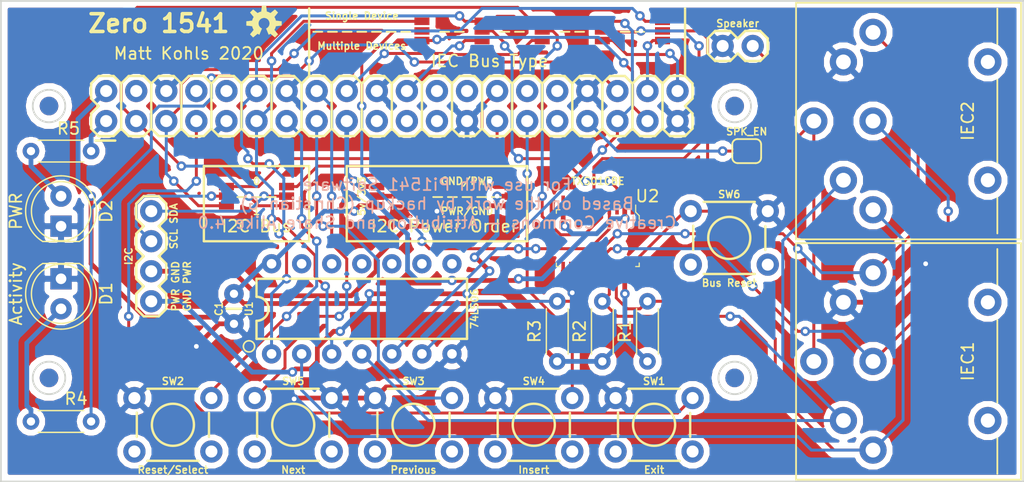
<source format=kicad_pcb>
(kicad_pcb (version 20171130) (host pcbnew 5.0.2-bee76a0~70~ubuntu18.04.1)

  (general
    (thickness 1.6)
    (drawings 37)
    (tracks 517)
    (zones 0)
    (modules 33)
    (nets 50)
  )

  (page A4)
  (layers
    (0 F.Cu signal)
    (31 B.Cu signal)
    (32 B.Adhes user)
    (33 F.Adhes user)
    (34 B.Paste user)
    (35 F.Paste user)
    (36 B.SilkS user)
    (37 F.SilkS user)
    (38 B.Mask user)
    (39 F.Mask user)
    (40 Dwgs.User user)
    (41 Cmts.User user)
    (42 Eco1.User user)
    (43 Eco2.User user)
    (44 Edge.Cuts user)
    (45 Margin user)
    (46 B.CrtYd user)
    (47 F.CrtYd user)
    (48 B.Fab user)
    (49 F.Fab user)
  )

  (setup
    (last_trace_width 0.25)
    (trace_clearance 0.2)
    (zone_clearance 0.508)
    (zone_45_only no)
    (trace_min 0.2)
    (segment_width 0.2)
    (edge_width 0.15)
    (via_size 0.8)
    (via_drill 0.4)
    (via_min_size 0.4)
    (via_min_drill 0.3)
    (uvia_size 0.3)
    (uvia_drill 0.1)
    (uvias_allowed no)
    (uvia_min_size 0.2)
    (uvia_min_drill 0.1)
    (pcb_text_width 0.3)
    (pcb_text_size 1.5 1.5)
    (mod_edge_width 0.15)
    (mod_text_size 1 1)
    (mod_text_width 0.15)
    (pad_size 1.524 1.524)
    (pad_drill 0.762)
    (pad_to_mask_clearance 0.051)
    (solder_mask_min_width 0.25)
    (aux_axis_origin 0 0)
    (visible_elements FFFFFF7F)
    (pcbplotparams
      (layerselection 0x010fc_ffffffff)
      (usegerberextensions false)
      (usegerberattributes false)
      (usegerberadvancedattributes false)
      (creategerberjobfile false)
      (excludeedgelayer true)
      (linewidth 0.100000)
      (plotframeref false)
      (viasonmask false)
      (mode 1)
      (useauxorigin false)
      (hpglpennumber 1)
      (hpglpenspeed 20)
      (hpglpendiameter 15.000000)
      (psnegative false)
      (psa4output false)
      (plotreference true)
      (plotvalue true)
      (plotinvisibletext false)
      (padsonsilk false)
      (subtractmaskfromsilk false)
      (outputformat 1)
      (mirror false)
      (drillshape 1)
      (scaleselection 1)
      (outputdirectory ""))
  )

  (net 0 "")
  (net 1 +5V)
  (net 2 GND)
  (net 3 "Net-(D1-Pad2)")
  (net 4 "Net-(D2-Pad2)")
  (net 5 +3V3)
  (net 6 ATN_BD)
  (net 7 I2C1_SCL)
  (net 8 "Net-(J1-Pad7)")
  (net 9 "Net-(J1-Pad8)")
  (net 10 "Net-(J1-Pad10)")
  (net 11 CLK_BD)
  (net 12 DATA_BD)
  (net 13 "Net-(J1-Pad13)")
  (net 14 "Net-(J1-Pad15)")
  (net 15 "Net-(J1-Pad16)")
  (net 16 ATN_IN)
  (net 17 "Net-(J1-Pad19)")
  (net 18 "Net-(J1-Pad21)")
  (net 19 DATA_IN)
  (net 20 "Net-(J1-Pad23)")
  (net 21 "Net-(J1-Pad24)")
  (net 22 "Net-(J1-Pad26)")
  (net 23 I2C0_SDA)
  (net 24 I2C0_SCL)
  (net 25 "Net-(J1-Pad29)")
  (net 26 "Net-(J1-Pad31)")
  (net 27 "Net-(J1-Pad32)")
  (net 28 "Net-(J1-Pad33)")
  (net 29 SRQ_BD)
  (net 30 "Net-(J1-Pad36)")
  (net 31 CLK_IN)
  (net 32 RESET_IN)
  (net 33 SRQ_IN)
  (net 34 RESET_3V)
  (net 35 DATA_3V)
  (net 36 CLK_3V)
  (net 37 ATN_3V)
  (net 38 SRQ_3V)
  (net 39 DATA)
  (net 40 ATN)
  (net 41 SRQ)
  (net 42 CLK)
  (net 43 RESET)
  (net 44 "Net-(J12-Pad1)")
  (net 45 "Net-(J14-Pad1)")
  (net 46 "Net-(J10-Pad2)")
  (net 47 "Net-(J12-Pad2)")
  (net 48 "Net-(J13-Pad2)")
  (net 49 "Net-(JP1-Pad1)")

  (net_class Default "This is the default net class."
    (clearance 0.2)
    (trace_width 0.25)
    (via_dia 0.8)
    (via_drill 0.4)
    (uvia_dia 0.3)
    (uvia_drill 0.1)
    (add_net ATN)
    (add_net ATN_3V)
    (add_net ATN_BD)
    (add_net ATN_IN)
    (add_net CLK)
    (add_net CLK_3V)
    (add_net CLK_BD)
    (add_net CLK_IN)
    (add_net DATA)
    (add_net DATA_3V)
    (add_net DATA_BD)
    (add_net DATA_IN)
    (add_net I2C0_SCL)
    (add_net I2C0_SDA)
    (add_net I2C1_SCL)
    (add_net "Net-(J1-Pad10)")
    (add_net "Net-(J1-Pad13)")
    (add_net "Net-(J1-Pad15)")
    (add_net "Net-(J1-Pad16)")
    (add_net "Net-(J1-Pad19)")
    (add_net "Net-(J1-Pad21)")
    (add_net "Net-(J1-Pad23)")
    (add_net "Net-(J1-Pad24)")
    (add_net "Net-(J1-Pad26)")
    (add_net "Net-(J1-Pad29)")
    (add_net "Net-(J1-Pad31)")
    (add_net "Net-(J1-Pad32)")
    (add_net "Net-(J1-Pad33)")
    (add_net "Net-(J1-Pad36)")
    (add_net "Net-(J1-Pad7)")
    (add_net "Net-(J1-Pad8)")
    (add_net "Net-(J10-Pad2)")
    (add_net "Net-(J14-Pad1)")
    (add_net "Net-(JP1-Pad1)")
    (add_net RESET)
    (add_net RESET_3V)
    (add_net RESET_IN)
    (add_net SRQ)
    (add_net SRQ_3V)
    (add_net SRQ_BD)
    (add_net SRQ_IN)
  )

  (net_class Power ""
    (clearance 0.2)
    (trace_width 0.4)
    (via_dia 0.8)
    (via_drill 0.4)
    (uvia_dia 0.3)
    (uvia_drill 0.1)
    (add_net +3V3)
    (add_net +5V)
    (add_net GND)
    (add_net "Net-(D1-Pad2)")
    (add_net "Net-(D2-Pad2)")
    (add_net "Net-(J12-Pad1)")
    (add_net "Net-(J12-Pad2)")
    (add_net "Net-(J13-Pad2)")
  )

  (module Capacitors:CAP-PTH-2.54 (layer F.Cu) (tedit 5F29CCEE) (tstamp 5F31DD47)
    (at 136.525 95.885 270)
    (descr "2 PTH SPACED 0.1\" APART")
    (tags "2 PTH SPACED 0.1\" APART")
    (path /5F26A1D7)
    (attr virtual)
    (fp_text reference C1 (at 0 1.27 270) (layer F.SilkS)
      (effects (font (size 0.6096 0.6096) (thickness 0.127)))
    )
    (fp_text value 100n (at 0 1.397 270) (layer F.SilkS) hide
      (effects (font (size 0.6096 0.6096) (thickness 0.127)))
    )
    (fp_line (start 0 -0.635) (end 0 0.635) (layer F.SilkS) (width 0.2032))
    (pad 2 thru_hole circle (at 1.27 0 270) (size 1.651 1.651) (drill 0.6985) (layers *.Cu *.Mask)
      (net 2 GND) (solder_mask_margin 0.1016))
    (pad 1 thru_hole circle (at -1.27 0 270) (size 1.651 1.651) (drill 0.6985) (layers *.Cu *.Mask)
      (net 1 +5V) (solder_mask_margin 0.1016))
  )

  (module LED_THT:LED_D5.0mm (layer F.Cu) (tedit 5F29CC43) (tstamp 5F31DBDE)
    (at 121.92 93.345 270)
    (descr "LED, diameter 5.0mm, 2 pins, http://cdn-reichelt.de/documents/datenblatt/A500/LL-504BC2E-009.pdf")
    (tags "LED diameter 5.0mm 2 pins")
    (path /5F1F7ED4)
    (fp_text reference D1 (at 1.27 -3.81 270) (layer F.SilkS)
      (effects (font (size 1 1) (thickness 0.15)))
    )
    (fp_text value Activity (at 1.27 3.81 270) (layer F.SilkS)
      (effects (font (size 1 1) (thickness 0.15)))
    )
    (fp_text user %R (at 1.25 0 270) (layer F.Fab)
      (effects (font (size 0.8 0.8) (thickness 0.2)))
    )
    (fp_line (start 4.5 -3.25) (end -1.95 -3.25) (layer F.CrtYd) (width 0.05))
    (fp_line (start 4.5 3.25) (end 4.5 -3.25) (layer F.CrtYd) (width 0.05))
    (fp_line (start -1.95 3.25) (end 4.5 3.25) (layer F.CrtYd) (width 0.05))
    (fp_line (start -1.95 -3.25) (end -1.95 3.25) (layer F.CrtYd) (width 0.05))
    (fp_line (start -1.29 -1.545) (end -1.29 1.545) (layer F.SilkS) (width 0.12))
    (fp_line (start -1.23 -1.469694) (end -1.23 1.469694) (layer F.Fab) (width 0.1))
    (fp_circle (center 1.27 0) (end 3.77 0) (layer F.SilkS) (width 0.12))
    (fp_circle (center 1.27 0) (end 3.77 0) (layer F.Fab) (width 0.1))
    (fp_arc (start 1.27 0) (end -1.29 1.54483) (angle -148.9) (layer F.SilkS) (width 0.12))
    (fp_arc (start 1.27 0) (end -1.29 -1.54483) (angle 148.9) (layer F.SilkS) (width 0.12))
    (fp_arc (start 1.27 0) (end -1.23 -1.469694) (angle 299.1) (layer F.Fab) (width 0.1))
    (pad 2 thru_hole circle (at 2.54 0 270) (size 1.8 1.8) (drill 0.9) (layers *.Cu *.Mask)
      (net 3 "Net-(D1-Pad2)"))
    (pad 1 thru_hole rect (at 0 0 270) (size 1.8 1.8) (drill 0.9) (layers *.Cu *.Mask)
      (net 2 GND))
    (model ${KISYS3DMOD}/LED_THT.3dshapes/LED_D5.0mm.wrl
      (at (xyz 0 0 0))
      (scale (xyz 1 1 1))
      (rotate (xyz 0 0 0))
    )
  )

  (module LED_THT:LED_D5.0mm (layer F.Cu) (tedit 5F29CC72) (tstamp 5F31DE98)
    (at 121.92 88.9 90)
    (descr "LED, diameter 5.0mm, 2 pins, http://cdn-reichelt.de/documents/datenblatt/A500/LL-504BC2E-009.pdf")
    (tags "LED diameter 5.0mm 2 pins")
    (path /5F1F7D67)
    (fp_text reference D2 (at 1.27 3.81 90) (layer F.SilkS)
      (effects (font (size 1 1) (thickness 0.15)))
    )
    (fp_text value PWR (at 1.27 -3.81 90) (layer F.SilkS)
      (effects (font (size 1 1) (thickness 0.15)))
    )
    (fp_text user %R (at 1.25 0 90) (layer F.Fab)
      (effects (font (size 0.8 0.8) (thickness 0.2)))
    )
    (fp_line (start 4.5 -3.25) (end -1.95 -3.25) (layer F.CrtYd) (width 0.05))
    (fp_line (start 4.5 3.25) (end 4.5 -3.25) (layer F.CrtYd) (width 0.05))
    (fp_line (start -1.95 3.25) (end 4.5 3.25) (layer F.CrtYd) (width 0.05))
    (fp_line (start -1.95 -3.25) (end -1.95 3.25) (layer F.CrtYd) (width 0.05))
    (fp_line (start -1.29 -1.545) (end -1.29 1.545) (layer F.SilkS) (width 0.12))
    (fp_line (start -1.23 -1.469694) (end -1.23 1.469694) (layer F.Fab) (width 0.1))
    (fp_circle (center 1.27 0) (end 3.77 0) (layer F.SilkS) (width 0.12))
    (fp_circle (center 1.27 0) (end 3.77 0) (layer F.Fab) (width 0.1))
    (fp_arc (start 1.27 0) (end -1.29 1.54483) (angle -148.9) (layer F.SilkS) (width 0.12))
    (fp_arc (start 1.27 0) (end -1.29 -1.54483) (angle 148.9) (layer F.SilkS) (width 0.12))
    (fp_arc (start 1.27 0) (end -1.23 -1.469694) (angle 299.1) (layer F.Fab) (width 0.1))
    (pad 2 thru_hole circle (at 2.54 0 90) (size 1.8 1.8) (drill 0.9) (layers *.Cu *.Mask)
      (net 4 "Net-(D2-Pad2)"))
    (pad 1 thru_hole rect (at 0 0 90) (size 1.8 1.8) (drill 0.9) (layers *.Cu *.Mask)
      (net 2 GND))
    (model ${KISYS3DMOD}/LED_THT.3dshapes/LED_D5.0mm.wrl
      (at (xyz 0 0 0))
      (scale (xyz 1 1 1))
      (rotate (xyz 0 0 0))
    )
  )

  (module Connectors-Sparkfun:2X20 (layer F.Cu) (tedit 5F29D03C) (tstamp 5F31D65D)
    (at 125.73 80.01)
    (descr "PLATED THROUGH HOLE - 2X20")
    (tags "PLATED THROUGH HOLE - 2X20")
    (path /5F1ECAD7)
    (attr virtual)
    (fp_text reference J1 (at 0 -4.445) (layer F.SilkS) hide
      (effects (font (size 0.6096 0.6096) (thickness 0.127)))
    )
    (fp_text value "Raspberry Pi Header" (at 0 2.286) (layer F.SilkS) hide
      (effects (font (size 0.6096 0.6096) (thickness 0.127)))
    )
    (fp_line (start -0.889 1.651) (end 0.762 1.651) (layer F.SilkS) (width 0.2032))
    (fp_line (start -0.889 1.651) (end 0.762 1.651) (layer F.SilkS) (width 0.2032))
    (fp_line (start -1.27 -3.175) (end -0.635 -3.81) (layer F.SilkS) (width 0.2032))
    (fp_line (start -1.27 0.635) (end -0.635 1.27) (layer F.SilkS) (width 0.2032))
    (fp_line (start 46.355 1.27) (end 46.99 0.635) (layer F.SilkS) (width 0.2032))
    (fp_line (start 42.545 1.27) (end 41.91 0.635) (layer F.SilkS) (width 0.2032))
    (fp_line (start 43.815 1.27) (end 42.545 1.27) (layer F.SilkS) (width 0.2032))
    (fp_line (start 44.45 0.635) (end 43.815 1.27) (layer F.SilkS) (width 0.2032))
    (fp_line (start 45.085 1.27) (end 44.45 0.635) (layer F.SilkS) (width 0.2032))
    (fp_line (start 46.355 1.27) (end 45.085 1.27) (layer F.SilkS) (width 0.2032))
    (fp_line (start 38.735 1.27) (end 39.37 0.635) (layer F.SilkS) (width 0.2032))
    (fp_line (start 40.005 1.27) (end 39.37 0.635) (layer F.SilkS) (width 0.2032))
    (fp_line (start 41.275 1.27) (end 40.005 1.27) (layer F.SilkS) (width 0.2032))
    (fp_line (start 41.91 0.635) (end 41.275 1.27) (layer F.SilkS) (width 0.2032))
    (fp_line (start 34.925 1.27) (end 34.29 0.635) (layer F.SilkS) (width 0.2032))
    (fp_line (start 36.195 1.27) (end 34.925 1.27) (layer F.SilkS) (width 0.2032))
    (fp_line (start 36.83 0.635) (end 36.195 1.27) (layer F.SilkS) (width 0.2032))
    (fp_line (start 37.465 1.27) (end 36.83 0.635) (layer F.SilkS) (width 0.2032))
    (fp_line (start 38.735 1.27) (end 37.465 1.27) (layer F.SilkS) (width 0.2032))
    (fp_line (start 32.385 1.27) (end 31.75 0.635) (layer F.SilkS) (width 0.2032))
    (fp_line (start 33.655 1.27) (end 32.385 1.27) (layer F.SilkS) (width 0.2032))
    (fp_line (start 34.29 0.635) (end 33.655 1.27) (layer F.SilkS) (width 0.2032))
    (fp_line (start 48.895 1.27) (end 49.53 0.635) (layer F.SilkS) (width 0.2032))
    (fp_line (start 47.625 1.27) (end 46.99 0.635) (layer F.SilkS) (width 0.2032))
    (fp_line (start 48.895 1.27) (end 47.625 1.27) (layer F.SilkS) (width 0.2032))
    (fp_line (start 46.99 -3.175) (end 46.99 0.635) (layer F.SilkS) (width 0.2032))
    (fp_line (start 44.45 -3.175) (end 44.45 0.635) (layer F.SilkS) (width 0.2032))
    (fp_line (start 41.91 -3.175) (end 41.91 0.635) (layer F.SilkS) (width 0.2032))
    (fp_line (start 39.37 -3.175) (end 39.37 0.635) (layer F.SilkS) (width 0.2032))
    (fp_line (start 36.83 -3.175) (end 36.83 0.635) (layer F.SilkS) (width 0.2032))
    (fp_line (start 34.29 -3.175) (end 34.29 0.635) (layer F.SilkS) (width 0.2032))
    (fp_line (start 31.75 -3.175) (end 31.75 0.635) (layer F.SilkS) (width 0.2032))
    (fp_line (start 34.925 -3.81) (end 34.29 -3.175) (layer F.SilkS) (width 0.2032))
    (fp_line (start 38.735 -3.81) (end 39.37 -3.175) (layer F.SilkS) (width 0.2032))
    (fp_line (start 37.465 -3.81) (end 38.735 -3.81) (layer F.SilkS) (width 0.2032))
    (fp_line (start 36.83 -3.175) (end 37.465 -3.81) (layer F.SilkS) (width 0.2032))
    (fp_line (start 36.195 -3.81) (end 36.83 -3.175) (layer F.SilkS) (width 0.2032))
    (fp_line (start 34.925 -3.81) (end 36.195 -3.81) (layer F.SilkS) (width 0.2032))
    (fp_line (start 42.545 -3.81) (end 41.91 -3.175) (layer F.SilkS) (width 0.2032))
    (fp_line (start 41.275 -3.81) (end 41.91 -3.175) (layer F.SilkS) (width 0.2032))
    (fp_line (start 40.005 -3.81) (end 41.275 -3.81) (layer F.SilkS) (width 0.2032))
    (fp_line (start 39.37 -3.175) (end 40.005 -3.81) (layer F.SilkS) (width 0.2032))
    (fp_line (start 46.355 -3.81) (end 46.99 -3.175) (layer F.SilkS) (width 0.2032))
    (fp_line (start 45.085 -3.81) (end 46.355 -3.81) (layer F.SilkS) (width 0.2032))
    (fp_line (start 44.45 -3.175) (end 45.085 -3.81) (layer F.SilkS) (width 0.2032))
    (fp_line (start 43.815 -3.81) (end 44.45 -3.175) (layer F.SilkS) (width 0.2032))
    (fp_line (start 42.545 -3.81) (end 43.815 -3.81) (layer F.SilkS) (width 0.2032))
    (fp_line (start 48.895 -3.81) (end 49.53 -3.175) (layer F.SilkS) (width 0.2032))
    (fp_line (start 47.625 -3.81) (end 48.895 -3.81) (layer F.SilkS) (width 0.2032))
    (fp_line (start 46.99 -3.175) (end 47.625 -3.81) (layer F.SilkS) (width 0.2032))
    (fp_line (start 32.385 -3.81) (end 31.75 -3.175) (layer F.SilkS) (width 0.2032))
    (fp_line (start 33.655 -3.81) (end 34.29 -3.175) (layer F.SilkS) (width 0.2032))
    (fp_line (start 32.385 -3.81) (end 33.655 -3.81) (layer F.SilkS) (width 0.2032))
    (fp_line (start 49.53 -1.905) (end 48.895 -1.27) (layer F.SilkS) (width 0.2032))
    (fp_line (start 48.895 -1.27) (end 49.53 -0.635) (layer F.SilkS) (width 0.2032))
    (fp_line (start 49.53 0.635) (end 49.53 -0.635) (layer F.SilkS) (width 0.2032))
    (fp_line (start 49.53 -1.905) (end 49.53 -3.175) (layer F.SilkS) (width 0.2032))
    (fp_line (start 29.21 -3.175) (end 29.21 0.635) (layer F.SilkS) (width 0.2032))
    (fp_line (start 26.67 -3.175) (end 26.67 0.635) (layer F.SilkS) (width 0.2032))
    (fp_line (start 24.13 -3.175) (end 24.13 0.635) (layer F.SilkS) (width 0.2032))
    (fp_line (start 21.59 -3.175) (end 21.59 0.635) (layer F.SilkS) (width 0.2032))
    (fp_line (start 19.05 -3.175) (end 19.05 0.635) (layer F.SilkS) (width 0.2032))
    (fp_line (start 16.51 -3.175) (end 16.51 0.635) (layer F.SilkS) (width 0.2032))
    (fp_line (start 13.97 -3.175) (end 13.97 0.635) (layer F.SilkS) (width 0.2032))
    (fp_line (start 11.43 -3.175) (end 11.43 0.635) (layer F.SilkS) (width 0.2032))
    (fp_line (start 8.89 -3.175) (end 8.89 0.635) (layer F.SilkS) (width 0.2032))
    (fp_line (start 6.35 -3.175) (end 6.35 0.635) (layer F.SilkS) (width 0.2032))
    (fp_line (start 3.81 -3.175) (end 3.81 0.635) (layer F.SilkS) (width 0.2032))
    (fp_line (start 1.27 -3.175) (end 1.27 0.635) (layer F.SilkS) (width 0.2032))
    (fp_line (start 17.145 -3.81) (end 16.51 -3.175) (layer F.SilkS) (width 0.2032))
    (fp_line (start 20.955 -3.81) (end 21.59 -3.175) (layer F.SilkS) (width 0.2032))
    (fp_line (start 19.685 -3.81) (end 20.955 -3.81) (layer F.SilkS) (width 0.2032))
    (fp_line (start 19.05 -3.175) (end 19.685 -3.81) (layer F.SilkS) (width 0.2032))
    (fp_line (start 18.415 -3.81) (end 19.05 -3.175) (layer F.SilkS) (width 0.2032))
    (fp_line (start 17.145 -3.81) (end 18.415 -3.81) (layer F.SilkS) (width 0.2032))
    (fp_line (start 24.765 -3.81) (end 24.13 -3.175) (layer F.SilkS) (width 0.2032))
    (fp_line (start 23.495 -3.81) (end 24.13 -3.175) (layer F.SilkS) (width 0.2032))
    (fp_line (start 22.225 -3.81) (end 23.495 -3.81) (layer F.SilkS) (width 0.2032))
    (fp_line (start 21.59 -3.175) (end 22.225 -3.81) (layer F.SilkS) (width 0.2032))
    (fp_line (start 28.575 -3.81) (end 29.21 -3.175) (layer F.SilkS) (width 0.2032))
    (fp_line (start 27.305 -3.81) (end 28.575 -3.81) (layer F.SilkS) (width 0.2032))
    (fp_line (start 26.67 -3.175) (end 27.305 -3.81) (layer F.SilkS) (width 0.2032))
    (fp_line (start 26.035 -3.81) (end 26.67 -3.175) (layer F.SilkS) (width 0.2032))
    (fp_line (start 24.765 -3.81) (end 26.035 -3.81) (layer F.SilkS) (width 0.2032))
    (fp_line (start 31.115 -3.81) (end 31.75 -3.175) (layer F.SilkS) (width 0.2032))
    (fp_line (start 29.845 -3.81) (end 31.115 -3.81) (layer F.SilkS) (width 0.2032))
    (fp_line (start 29.21 -3.175) (end 29.845 -3.81) (layer F.SilkS) (width 0.2032))
    (fp_line (start -1.27 -1.905) (end -0.635 -1.27) (layer F.SilkS) (width 0.2032))
    (fp_line (start -1.27 -3.175) (end -1.27 -1.905) (layer F.SilkS) (width 0.2032))
    (fp_line (start 3.175 -3.81) (end 3.81 -3.175) (layer F.SilkS) (width 0.2032))
    (fp_line (start 1.905 -3.81) (end 3.175 -3.81) (layer F.SilkS) (width 0.2032))
    (fp_line (start 1.27 -3.175) (end 1.905 -3.81) (layer F.SilkS) (width 0.2032))
    (fp_line (start 0.635 -3.81) (end 1.27 -3.175) (layer F.SilkS) (width 0.2032))
    (fp_line (start -0.635 -3.81) (end 0.635 -3.81) (layer F.SilkS) (width 0.2032))
    (fp_line (start 6.985 -3.81) (end 6.35 -3.175) (layer F.SilkS) (width 0.2032))
    (fp_line (start 5.715 -3.81) (end 6.35 -3.175) (layer F.SilkS) (width 0.2032))
    (fp_line (start 4.445 -3.81) (end 5.715 -3.81) (layer F.SilkS) (width 0.2032))
    (fp_line (start 3.81 -3.175) (end 4.445 -3.81) (layer F.SilkS) (width 0.2032))
    (fp_line (start 10.795 -3.81) (end 11.43 -3.175) (layer F.SilkS) (width 0.2032))
    (fp_line (start 9.525 -3.81) (end 10.795 -3.81) (layer F.SilkS) (width 0.2032))
    (fp_line (start 8.89 -3.175) (end 9.525 -3.81) (layer F.SilkS) (width 0.2032))
    (fp_line (start 8.255 -3.81) (end 8.89 -3.175) (layer F.SilkS) (width 0.2032))
    (fp_line (start 6.985 -3.81) (end 8.255 -3.81) (layer F.SilkS) (width 0.2032))
    (fp_line (start 14.605 -3.81) (end 13.97 -3.175) (layer F.SilkS) (width 0.2032))
    (fp_line (start 13.335 -3.81) (end 13.97 -3.175) (layer F.SilkS) (width 0.2032))
    (fp_line (start 12.065 -3.81) (end 13.335 -3.81) (layer F.SilkS) (width 0.2032))
    (fp_line (start 11.43 -3.175) (end 12.065 -3.81) (layer F.SilkS) (width 0.2032))
    (fp_line (start 15.875 -3.81) (end 16.51 -3.175) (layer F.SilkS) (width 0.2032))
    (fp_line (start 14.605 -3.81) (end 15.875 -3.81) (layer F.SilkS) (width 0.2032))
    (fp_line (start 18.415 1.27) (end 17.145 1.27) (layer F.SilkS) (width 0.2032))
    (fp_line (start 16.51 0.635) (end 17.145 1.27) (layer F.SilkS) (width 0.2032))
    (fp_line (start 19.685 1.27) (end 19.05 0.635) (layer F.SilkS) (width 0.2032))
    (fp_line (start 20.955 1.27) (end 19.685 1.27) (layer F.SilkS) (width 0.2032))
    (fp_line (start 21.59 0.635) (end 20.955 1.27) (layer F.SilkS) (width 0.2032))
    (fp_line (start 19.05 0.635) (end 18.415 1.27) (layer F.SilkS) (width 0.2032))
    (fp_line (start 26.035 1.27) (end 24.765 1.27) (layer F.SilkS) (width 0.2032))
    (fp_line (start 24.13 0.635) (end 24.765 1.27) (layer F.SilkS) (width 0.2032))
    (fp_line (start 22.225 1.27) (end 21.59 0.635) (layer F.SilkS) (width 0.2032))
    (fp_line (start 23.495 1.27) (end 22.225 1.27) (layer F.SilkS) (width 0.2032))
    (fp_line (start 24.13 0.635) (end 23.495 1.27) (layer F.SilkS) (width 0.2032))
    (fp_line (start 27.305 1.27) (end 26.67 0.635) (layer F.SilkS) (width 0.2032))
    (fp_line (start 28.575 1.27) (end 27.305 1.27) (layer F.SilkS) (width 0.2032))
    (fp_line (start 29.21 0.635) (end 28.575 1.27) (layer F.SilkS) (width 0.2032))
    (fp_line (start 26.67 0.635) (end 26.035 1.27) (layer F.SilkS) (width 0.2032))
    (fp_line (start 29.845 1.27) (end 29.21 0.635) (layer F.SilkS) (width 0.2032))
    (fp_line (start 31.115 1.27) (end 29.845 1.27) (layer F.SilkS) (width 0.2032))
    (fp_line (start 31.75 0.635) (end 31.115 1.27) (layer F.SilkS) (width 0.2032))
    (fp_line (start 0.635 1.27) (end -0.635 1.27) (layer F.SilkS) (width 0.2032))
    (fp_line (start -0.635 -1.27) (end -1.27 -0.635) (layer F.SilkS) (width 0.2032))
    (fp_line (start -1.27 -0.635) (end -1.27 0.635) (layer F.SilkS) (width 0.2032))
    (fp_line (start 1.905 1.27) (end 1.27 0.635) (layer F.SilkS) (width 0.2032))
    (fp_line (start 3.175 1.27) (end 1.905 1.27) (layer F.SilkS) (width 0.2032))
    (fp_line (start 3.81 0.635) (end 3.175 1.27) (layer F.SilkS) (width 0.2032))
    (fp_line (start 1.27 0.635) (end 0.635 1.27) (layer F.SilkS) (width 0.2032))
    (fp_line (start 8.255 1.27) (end 6.985 1.27) (layer F.SilkS) (width 0.2032))
    (fp_line (start 6.35 0.635) (end 6.985 1.27) (layer F.SilkS) (width 0.2032))
    (fp_line (start 4.445 1.27) (end 3.81 0.635) (layer F.SilkS) (width 0.2032))
    (fp_line (start 5.715 1.27) (end 4.445 1.27) (layer F.SilkS) (width 0.2032))
    (fp_line (start 6.35 0.635) (end 5.715 1.27) (layer F.SilkS) (width 0.2032))
    (fp_line (start 9.525 1.27) (end 8.89 0.635) (layer F.SilkS) (width 0.2032))
    (fp_line (start 10.795 1.27) (end 9.525 1.27) (layer F.SilkS) (width 0.2032))
    (fp_line (start 11.43 0.635) (end 10.795 1.27) (layer F.SilkS) (width 0.2032))
    (fp_line (start 8.89 0.635) (end 8.255 1.27) (layer F.SilkS) (width 0.2032))
    (fp_line (start 15.875 1.27) (end 14.605 1.27) (layer F.SilkS) (width 0.2032))
    (fp_line (start 13.97 0.635) (end 14.605 1.27) (layer F.SilkS) (width 0.2032))
    (fp_line (start 12.065 1.27) (end 11.43 0.635) (layer F.SilkS) (width 0.2032))
    (fp_line (start 13.335 1.27) (end 12.065 1.27) (layer F.SilkS) (width 0.2032))
    (fp_line (start 13.97 0.635) (end 13.335 1.27) (layer F.SilkS) (width 0.2032))
    (fp_line (start 16.51 0.635) (end 15.875 1.27) (layer F.SilkS) (width 0.2032))
    (pad 40 thru_hole circle (at 48.26 -2.54) (size 1.8796 1.8796) (drill 1.016) (layers *.Cu *.Mask)
      (net 33 SRQ_IN) (solder_mask_margin 0.1016))
    (pad 39 thru_hole circle (at 48.26 0) (size 1.8796 1.8796) (drill 1.016) (layers *.Cu *.Mask)
      (net 2 GND) (solder_mask_margin 0.1016))
    (pad 38 thru_hole circle (at 45.72 -2.54) (size 1.8796 1.8796) (drill 1.016) (layers *.Cu *.Mask)
      (net 32 RESET_IN) (solder_mask_margin 0.1016))
    (pad 37 thru_hole circle (at 45.72 0) (size 1.8796 1.8796) (drill 1.016) (layers *.Cu *.Mask)
      (net 31 CLK_IN) (solder_mask_margin 0.1016))
    (pad 36 thru_hole circle (at 43.18 -2.54) (size 1.8796 1.8796) (drill 1.016) (layers *.Cu *.Mask)
      (net 30 "Net-(J1-Pad36)") (solder_mask_margin 0.1016))
    (pad 35 thru_hole circle (at 43.18 0) (size 1.8796 1.8796) (drill 1.016) (layers *.Cu *.Mask)
      (net 29 SRQ_BD) (solder_mask_margin 0.1016))
    (pad 34 thru_hole circle (at 40.64 -2.54) (size 1.8796 1.8796) (drill 1.016) (layers *.Cu *.Mask)
      (net 2 GND) (solder_mask_margin 0.1016))
    (pad 33 thru_hole circle (at 40.64 0) (size 1.8796 1.8796) (drill 1.016) (layers *.Cu *.Mask)
      (net 28 "Net-(J1-Pad33)") (solder_mask_margin 0.1016))
    (pad 32 thru_hole circle (at 38.1 -2.54) (size 1.8796 1.8796) (drill 1.016) (layers *.Cu *.Mask)
      (net 27 "Net-(J1-Pad32)") (solder_mask_margin 0.1016))
    (pad 31 thru_hole circle (at 38.1 0) (size 1.8796 1.8796) (drill 1.016) (layers *.Cu *.Mask)
      (net 26 "Net-(J1-Pad31)") (solder_mask_margin 0.1016))
    (pad 30 thru_hole circle (at 35.56 -2.54) (size 1.8796 1.8796) (drill 1.016) (layers *.Cu *.Mask)
      (net 2 GND) (solder_mask_margin 0.1016))
    (pad 29 thru_hole circle (at 35.56 0) (size 1.8796 1.8796) (drill 1.016) (layers *.Cu *.Mask)
      (net 25 "Net-(J1-Pad29)") (solder_mask_margin 0.1016))
    (pad 28 thru_hole circle (at 33.02 -2.54) (size 1.8796 1.8796) (drill 1.016) (layers *.Cu *.Mask)
      (net 24 I2C0_SCL) (solder_mask_margin 0.1016))
    (pad 27 thru_hole circle (at 33.02 0) (size 1.8796 1.8796) (drill 1.016) (layers *.Cu *.Mask)
      (net 23 I2C0_SDA) (solder_mask_margin 0.1016))
    (pad 26 thru_hole circle (at 30.48 -2.54) (size 1.8796 1.8796) (drill 1.016) (layers *.Cu *.Mask)
      (net 22 "Net-(J1-Pad26)") (solder_mask_margin 0.1016))
    (pad 25 thru_hole circle (at 30.48 0) (size 1.8796 1.8796) (drill 1.016) (layers *.Cu *.Mask)
      (net 2 GND) (solder_mask_margin 0.1016))
    (pad 24 thru_hole circle (at 27.94 -2.54) (size 1.8796 1.8796) (drill 1.016) (layers *.Cu *.Mask)
      (net 21 "Net-(J1-Pad24)") (solder_mask_margin 0.1016))
    (pad 23 thru_hole circle (at 27.94 0) (size 1.8796 1.8796) (drill 1.016) (layers *.Cu *.Mask)
      (net 20 "Net-(J1-Pad23)") (solder_mask_margin 0.1016))
    (pad 22 thru_hole circle (at 25.4 -2.54) (size 1.8796 1.8796) (drill 1.016) (layers *.Cu *.Mask)
      (net 19 DATA_IN) (solder_mask_margin 0.1016))
    (pad 21 thru_hole circle (at 25.4 0) (size 1.8796 1.8796) (drill 1.016) (layers *.Cu *.Mask)
      (net 18 "Net-(J1-Pad21)") (solder_mask_margin 0.1016))
    (pad 20 thru_hole circle (at 22.86 -2.54) (size 1.8796 1.8796) (drill 1.016) (layers *.Cu *.Mask)
      (net 2 GND) (solder_mask_margin 0.1016))
    (pad 19 thru_hole circle (at 22.86 0) (size 1.8796 1.8796) (drill 1.016) (layers *.Cu *.Mask)
      (net 17 "Net-(J1-Pad19)") (solder_mask_margin 0.1016))
    (pad 18 thru_hole circle (at 20.32 -2.54) (size 1.8796 1.8796) (drill 1.016) (layers *.Cu *.Mask)
      (net 16 ATN_IN) (solder_mask_margin 0.1016))
    (pad 17 thru_hole circle (at 20.32 0) (size 1.8796 1.8796) (drill 1.016) (layers *.Cu *.Mask)
      (net 5 +3V3) (solder_mask_margin 0.1016))
    (pad 16 thru_hole circle (at 17.78 -2.54) (size 1.8796 1.8796) (drill 1.016) (layers *.Cu *.Mask)
      (net 15 "Net-(J1-Pad16)") (solder_mask_margin 0.1016))
    (pad 15 thru_hole circle (at 17.78 0) (size 1.8796 1.8796) (drill 1.016) (layers *.Cu *.Mask)
      (net 14 "Net-(J1-Pad15)") (solder_mask_margin 0.1016))
    (pad 14 thru_hole circle (at 15.24 -2.54) (size 1.8796 1.8796) (drill 1.016) (layers *.Cu *.Mask)
      (net 2 GND) (solder_mask_margin 0.1016))
    (pad 13 thru_hole circle (at 15.24 0) (size 1.8796 1.8796) (drill 1.016) (layers *.Cu *.Mask)
      (net 13 "Net-(J1-Pad13)") (solder_mask_margin 0.1016))
    (pad 12 thru_hole circle (at 12.7 -2.54) (size 1.8796 1.8796) (drill 1.016) (layers *.Cu *.Mask)
      (net 12 DATA_BD) (solder_mask_margin 0.1016))
    (pad 11 thru_hole circle (at 12.7 0) (size 1.8796 1.8796) (drill 1.016) (layers *.Cu *.Mask)
      (net 11 CLK_BD) (solder_mask_margin 0.1016))
    (pad 10 thru_hole circle (at 10.16 -2.54) (size 1.8796 1.8796) (drill 1.016) (layers *.Cu *.Mask)
      (net 10 "Net-(J1-Pad10)") (solder_mask_margin 0.1016))
    (pad 9 thru_hole circle (at 10.16 0) (size 1.8796 1.8796) (drill 1.016) (layers *.Cu *.Mask)
      (net 2 GND) (solder_mask_margin 0.1016))
    (pad 8 thru_hole circle (at 7.62 -2.54) (size 1.8796 1.8796) (drill 1.016) (layers *.Cu *.Mask)
      (net 9 "Net-(J1-Pad8)") (solder_mask_margin 0.1016))
    (pad 7 thru_hole circle (at 7.62 0) (size 1.8796 1.8796) (drill 1.016) (layers *.Cu *.Mask)
      (net 8 "Net-(J1-Pad7)") (solder_mask_margin 0.1016))
    (pad 6 thru_hole circle (at 5.08 -2.54) (size 1.8796 1.8796) (drill 1.016) (layers *.Cu *.Mask)
      (net 2 GND) (solder_mask_margin 0.1016))
    (pad 5 thru_hole circle (at 5.08 0) (size 1.8796 1.8796) (drill 1.016) (layers *.Cu *.Mask)
      (net 7 I2C1_SCL) (solder_mask_margin 0.1016))
    (pad 4 thru_hole circle (at 2.54 -2.54) (size 1.8796 1.8796) (drill 1.016) (layers *.Cu *.Mask)
      (net 1 +5V) (solder_mask_margin 0.1016))
    (pad 3 thru_hole circle (at 2.54 0) (size 1.8796 1.8796) (drill 1.016) (layers *.Cu *.Mask)
      (net 6 ATN_BD) (solder_mask_margin 0.1016))
    (pad 2 thru_hole circle (at 0 -2.54) (size 1.8796 1.8796) (drill 1.016) (layers *.Cu *.Mask)
      (net 1 +5V) (solder_mask_margin 0.1016))
    (pad 1 thru_hole circle (at 0 0) (size 1.8796 1.8796) (drill 1.016) (layers *.Cu *.Mask)
      (net 5 +3V3) (solder_mask_margin 0.1016))
  )

  (module Jumpers:SMT-JUMPER_3_NO_NO-SILK (layer F.Cu) (tedit 5F29D220) (tstamp 5F31D846)
    (at 172.72 72.39 270)
    (path /5F4DAC48)
    (attr smd)
    (fp_text reference J2 (at 0 -1.27 270) (layer F.SilkS) hide
      (effects (font (size 0.6096 0.6096) (thickness 0.127)))
    )
    (fp_text value RESET (at 2.54 1.27 270) (layer Cmts.User)
      (effects (font (size 0.6096 0.6096) (thickness 0.127)))
    )
    (pad 3 smd rect (at 0.8128 0 270) (size 0.635 1.27) (layers F.Cu F.Mask)
      (net 32 RESET_IN) (solder_mask_margin 0.1016))
    (pad 2 smd rect (at 0 0 270) (size 0.635 1.27) (layers F.Cu F.Mask)
      (net 34 RESET_3V) (solder_mask_margin 0.1016))
    (pad 1 smd rect (at -0.8128 0 270) (size 0.635 1.27) (layers F.Cu F.Mask)
      (net 7 I2C1_SCL) (solder_mask_margin 0.1016))
  )

  (module Jumpers:SMT-JUMPER_3_NO_NO-SILK (layer F.Cu) (tedit 5F29D20C) (tstamp 5F31D4D4)
    (at 157.48 72.39 270)
    (path /5F4DABA9)
    (attr smd)
    (fp_text reference J3 (at 0 -1.27 270) (layer F.SilkS) hide
      (effects (font (size 0.6096 0.6096) (thickness 0.127)))
    )
    (fp_text value DATA (at 2.54 1.27 270) (layer Cmts.User)
      (effects (font (size 0.6096 0.6096) (thickness 0.127)))
    )
    (pad 3 smd rect (at 0.8128 0 270) (size 0.635 1.27) (layers F.Cu F.Mask)
      (net 19 DATA_IN) (solder_mask_margin 0.1016))
    (pad 2 smd rect (at 0 0 270) (size 0.635 1.27) (layers F.Cu F.Mask)
      (net 35 DATA_3V) (solder_mask_margin 0.1016))
    (pad 1 smd rect (at -0.8128 0 270) (size 0.635 1.27) (layers F.Cu F.Mask)
      (net 12 DATA_BD) (solder_mask_margin 0.1016))
  )

  (module Jumpers:SMT-JUMPER_3_NO_NO-SILK (layer F.Cu) (tedit 5F29D204) (tstamp 5F31D4F8)
    (at 152.4 72.39 270)
    (path /5F4DAB0F)
    (attr smd)
    (fp_text reference J4 (at 0 -1.27 270) (layer F.SilkS) hide
      (effects (font (size 0.6096 0.6096) (thickness 0.127)))
    )
    (fp_text value CLK (at 2.54 0 270) (layer Cmts.User)
      (effects (font (size 0.6096 0.6096) (thickness 0.127)))
    )
    (pad 3 smd rect (at 0.8128 0 270) (size 0.635 1.27) (layers F.Cu F.Mask)
      (net 31 CLK_IN) (solder_mask_margin 0.1016))
    (pad 2 smd rect (at 0 0 270) (size 0.635 1.27) (layers F.Cu F.Mask)
      (net 36 CLK_3V) (solder_mask_margin 0.1016))
    (pad 1 smd rect (at -0.8128 0 270) (size 0.635 1.27) (layers F.Cu F.Mask)
      (net 11 CLK_BD) (solder_mask_margin 0.1016))
  )

  (module Jumpers:SMT-JUMPER_3_NO_NO-SILK (layer F.Cu) (tedit 5F29D211) (tstamp 5F31DC9F)
    (at 162.56 72.39 270)
    (path /5F4DAA72)
    (attr smd)
    (fp_text reference J5 (at 0 -1.27 270) (layer F.SilkS) hide
      (effects (font (size 0.6096 0.6096) (thickness 0.127)))
    )
    (fp_text value ATN (at -1.27 1.27 270) (layer Cmts.User)
      (effects (font (size 0.6096 0.6096) (thickness 0.127)))
    )
    (pad 3 smd rect (at 0.8128 0 270) (size 0.635 1.27) (layers F.Cu F.Mask)
      (net 16 ATN_IN) (solder_mask_margin 0.1016))
    (pad 2 smd rect (at 0 0 270) (size 0.635 1.27) (layers F.Cu F.Mask)
      (net 37 ATN_3V) (solder_mask_margin 0.1016))
    (pad 1 smd rect (at -0.8128 0 270) (size 0.635 1.27) (layers F.Cu F.Mask)
      (net 6 ATN_BD) (solder_mask_margin 0.1016))
  )

  (module Jumpers:SMT-JUMPER_3_NO_NO-SILK (layer F.Cu) (tedit 5F29D219) (tstamp 5F31DC8D)
    (at 167.64 72.39 270)
    (path /5F4DA96E)
    (attr smd)
    (fp_text reference J6 (at 0 -1.27 270) (layer F.SilkS) hide
      (effects (font (size 0.6096 0.6096) (thickness 0.127)))
    )
    (fp_text value SRQ (at -1.27 1.27 270) (layer Cmts.User)
      (effects (font (size 0.6096 0.6096) (thickness 0.127)))
    )
    (pad 3 smd rect (at 0.8128 0 270) (size 0.635 1.27) (layers F.Cu F.Mask)
      (net 33 SRQ_IN) (solder_mask_margin 0.1016))
    (pad 2 smd rect (at 0 0 270) (size 0.635 1.27) (layers F.Cu F.Mask)
      (net 38 SRQ_3V) (solder_mask_margin 0.1016))
    (pad 1 smd rect (at -0.8128 0 270) (size 0.635 1.27) (layers F.Cu F.Mask)
      (net 29 SRQ_BD) (solder_mask_margin 0.1016))
  )

  (module DIN-Connector:DIN-6 (layer F.Cu) (tedit 5F29CD3E) (tstamp 5F31DA1D)
    (at 190.5 100.33 270)
    (path /5F1ECBD0)
    (fp_text reference J7 (at 0 -4.5 90) (layer F.SilkS) hide
      (effects (font (size 1 1) (thickness 0.15)))
    )
    (fp_text value IEC1 (at 0 -8 270) (layer F.SilkS)
      (effects (font (size 1 1) (thickness 0.15)))
    )
    (fp_line (start 10 6.5) (end 10 -12.5) (layer F.SilkS) (width 0.15))
    (fp_line (start -10 6.5) (end 10 6.5) (layer F.SilkS) (width 0.15))
    (fp_line (start -10 -12.5) (end -10 6.5) (layer F.SilkS) (width 0.15))
    (fp_line (start 10 -12.5) (end -10 -12.5) (layer F.SilkS) (width 0.15))
    (fp_line (start -9.5 -10.5) (end -6.5 -10.5) (layer F.SilkS) (width 0.15))
    (fp_line (start -3.5 -10.5) (end 3.5 -10.5) (layer F.SilkS) (width 0.15))
    (fp_line (start 6.5 -10.5) (end 9.5 -10.5) (layer F.SilkS) (width 0.15))
    (pad "" thru_hole circle (at -5 -9.7 270) (size 2.3 2.3) (drill 1.2) (layers *.Cu *.Mask))
    (pad "" thru_hole circle (at 5 -9.7 270) (size 2.3 2.3) (drill 1.2) (layers *.Cu *.Mask))
    (pad 5 thru_hole circle (at 7.5 0) (size 2.3 2.3) (drill 1.25) (layers *.Cu *.Mask)
      (net 39 DATA) (solder_mask_margin 0.15) (clearance 0.3))
    (pad 3 thru_hole circle (at 0 0 270) (size 2.3 2.3) (drill 1.25) (layers *.Cu *.Mask)
      (net 40 ATN) (solder_mask_margin 0.15) (clearance 0.3))
    (pad 1 thru_hole circle (at -7.5 0 270) (size 2.3 2.3) (drill 1.25) (layers *.Cu *.Mask)
      (net 41 SRQ) (solder_mask_margin 0.15) (clearance 0.3))
    (pad 4 thru_hole circle (at 5 2.5 270) (size 2.3 2.3) (drill 1.25) (layers *.Cu *.Mask)
      (net 42 CLK) (solder_mask_margin 0.15) (clearance 0.3))
    (pad 2 thru_hole circle (at -5 2.5 270) (size 2.3 2.3) (drill 1.25) (layers *.Cu *.Mask)
      (net 2 GND) (solder_mask_margin 0.15) (clearance 0.3))
    (pad 6 thru_hole circle (at 0 5 270) (size 2.3 2.3) (drill 1.25) (layers *.Cu *.Mask)
      (net 43 RESET) (solder_mask_margin 0.15) (clearance 0.3))
  )

  (module Jumpers:SMT-JUMPER_3_NO_NO-SILK (layer F.Cu) (tedit 5F29CDCD) (tstamp 5F31D9C9)
    (at 148.59 86.36 270)
    (path /5F3DDEEE)
    (attr smd)
    (fp_text reference J8 (at 0 -1.27 270) (layer F.SilkS) hide
      (effects (font (size 0.6096 0.6096) (thickness 0.127)))
    )
    (fp_text value 5v/3v3 (at 0 1.27 270) (layer F.SilkS)
      (effects (font (size 0.6096 0.6096) (thickness 0.127)))
    )
    (pad 3 smd rect (at 0.8128 0 270) (size 0.635 1.27) (layers F.Cu F.Mask)
      (net 1 +5V) (solder_mask_margin 0.1016))
    (pad 2 smd rect (at 0 0 270) (size 0.635 1.27) (layers F.Cu F.Mask)
      (net 44 "Net-(J12-Pad1)") (solder_mask_margin 0.1016))
    (pad 1 smd rect (at -0.8128 0 270) (size 0.635 1.27) (layers F.Cu F.Mask)
      (net 5 +3V3) (solder_mask_margin 0.1016))
  )

  (module Jumpers:SMT-JUMPER_3_NO_NO-SILK (layer F.Cu) (tedit 5F29D0A0) (tstamp 5F31D834)
    (at 140.97 86.36 270)
    (path /5F3DDFB4)
    (attr smd)
    (fp_text reference J9 (at 0 -1.27 270) (layer F.SilkS) hide
      (effects (font (size 0.6096 0.6096) (thickness 0.127)))
    )
    (fp_text value SDA (at 0 -1.27 270) (layer Cmts.User)
      (effects (font (size 0.6096 0.6096) (thickness 0.127)))
    )
    (pad 3 smd rect (at 0.8128 0 270) (size 0.635 1.27) (layers F.Cu F.Mask)
      (net 6 ATN_BD) (solder_mask_margin 0.1016))
    (pad 2 smd rect (at 0 0 270) (size 0.635 1.27) (layers F.Cu F.Mask)
      (net 45 "Net-(J14-Pad1)") (solder_mask_margin 0.1016))
    (pad 1 smd rect (at -0.8128 0 270) (size 0.635 1.27) (layers F.Cu F.Mask)
      (net 23 I2C0_SDA) (solder_mask_margin 0.1016))
  )

  (module Jumpers:SMT-JUMPER_3_NO_NO-SILK (layer F.Cu) (tedit 5F29D0A6) (tstamp 5F31D4E6)
    (at 135.89 86.36 270)
    (path /5F3DE04D)
    (attr smd)
    (fp_text reference J10 (at 0 -1.27 270) (layer F.SilkS) hide
      (effects (font (size 0.6096 0.6096) (thickness 0.127)))
    )
    (fp_text value SCL (at 0 1.27 270) (layer Cmts.User)
      (effects (font (size 0.6096 0.6096) (thickness 0.127)))
    )
    (pad 3 smd rect (at 0.8128 0 270) (size 0.635 1.27) (layers F.Cu F.Mask)
      (net 7 I2C1_SCL) (solder_mask_margin 0.1016))
    (pad 2 smd rect (at 0 0 270) (size 0.635 1.27) (layers F.Cu F.Mask)
      (net 46 "Net-(J10-Pad2)") (solder_mask_margin 0.1016))
    (pad 1 smd rect (at -0.8128 0 270) (size 0.635 1.27) (layers F.Cu F.Mask)
      (net 24 I2C0_SCL) (solder_mask_margin 0.1016))
  )

  (module DIN-Connector:DIN-6 (layer F.Cu) (tedit 5F29CD3C) (tstamp 5F31DB82)
    (at 190.5 80.01 270)
    (path /5F1ECC96)
    (fp_text reference J11 (at 0 -4.5 90) (layer F.SilkS) hide
      (effects (font (size 1 1) (thickness 0.15)))
    )
    (fp_text value IEC2 (at 0 -8 270) (layer F.SilkS)
      (effects (font (size 1 1) (thickness 0.15)))
    )
    (fp_line (start 10 6.5) (end 10 -12.5) (layer F.SilkS) (width 0.15))
    (fp_line (start -10 6.5) (end 10 6.5) (layer F.SilkS) (width 0.15))
    (fp_line (start -10 -12.5) (end -10 6.5) (layer F.SilkS) (width 0.15))
    (fp_line (start 10 -12.5) (end -10 -12.5) (layer F.SilkS) (width 0.15))
    (fp_line (start -9.5 -10.5) (end -6.5 -10.5) (layer F.SilkS) (width 0.15))
    (fp_line (start -3.5 -10.5) (end 3.5 -10.5) (layer F.SilkS) (width 0.15))
    (fp_line (start 6.5 -10.5) (end 9.5 -10.5) (layer F.SilkS) (width 0.15))
    (pad "" thru_hole circle (at -5 -9.7 270) (size 2.3 2.3) (drill 1.2) (layers *.Cu *.Mask))
    (pad "" thru_hole circle (at 5 -9.7 270) (size 2.3 2.3) (drill 1.2) (layers *.Cu *.Mask))
    (pad 5 thru_hole circle (at 7.5 0) (size 2.3 2.3) (drill 1.25) (layers *.Cu *.Mask)
      (net 39 DATA) (solder_mask_margin 0.15) (clearance 0.3))
    (pad 3 thru_hole circle (at 0 0 270) (size 2.3 2.3) (drill 1.25) (layers *.Cu *.Mask)
      (net 40 ATN) (solder_mask_margin 0.15) (clearance 0.3))
    (pad 1 thru_hole circle (at -7.5 0 270) (size 2.3 2.3) (drill 1.25) (layers *.Cu *.Mask)
      (net 41 SRQ) (solder_mask_margin 0.15) (clearance 0.3))
    (pad 4 thru_hole circle (at 5 2.5 270) (size 2.3 2.3) (drill 1.25) (layers *.Cu *.Mask)
      (net 42 CLK) (solder_mask_margin 0.15) (clearance 0.3))
    (pad 2 thru_hole circle (at -5 2.5 270) (size 2.3 2.3) (drill 1.25) (layers *.Cu *.Mask)
      (net 2 GND) (solder_mask_margin 0.15) (clearance 0.3))
    (pad 6 thru_hole circle (at 0 5 270) (size 2.3 2.3) (drill 1.25) (layers *.Cu *.Mask)
      (net 43 RESET) (solder_mask_margin 0.15) (clearance 0.3))
  )

  (module Jumpers:SMT-JUMPER_3_NO_NO-SILK (layer F.Cu) (tedit 5F29F764) (tstamp 5F31D9B7)
    (at 152.4 86.36 270)
    (path /5F3DE18A)
    (attr smd)
    (fp_text reference J12 (at 0 -1.27 270) (layer F.SilkS) hide
      (effects (font (size 0.6096 0.6096) (thickness 0.127)))
    )
    (fp_text value PWR/GND (at 1.27 -3.81) (layer F.SilkS)
      (effects (font (size 0.6096 0.6096) (thickness 0.127)))
    )
    (pad 3 smd rect (at 0.8128 0 270) (size 0.635 1.27) (layers F.Cu F.Mask)
      (net 2 GND) (solder_mask_margin 0.1016))
    (pad 2 smd rect (at 0 0 270) (size 0.635 1.27) (layers F.Cu F.Mask)
      (net 47 "Net-(J12-Pad2)") (solder_mask_margin 0.1016))
    (pad 1 smd rect (at -0.8128 0 270) (size 0.635 1.27) (layers F.Cu F.Mask)
      (net 44 "Net-(J12-Pad1)") (solder_mask_margin 0.1016))
  )

  (module Jumpers:SMT-JUMPER_3_NO_NO-SILK (layer F.Cu) (tedit 5F29F76E) (tstamp 5F31DBAC)
    (at 160.02 86.36 90)
    (path /5F3DE0DB)
    (attr smd)
    (fp_text reference J13 (at 0 -1.27 90) (layer F.SilkS) hide
      (effects (font (size 0.6096 0.6096) (thickness 0.127)))
    )
    (fp_text value GND/PWR (at 1.27 -3.81 180) (layer F.SilkS)
      (effects (font (size 0.6096 0.6096) (thickness 0.127)))
    )
    (pad 3 smd rect (at 0.8128 0 90) (size 0.635 1.27) (layers F.Cu F.Mask)
      (net 2 GND) (solder_mask_margin 0.1016))
    (pad 2 smd rect (at 0 0 90) (size 0.635 1.27) (layers F.Cu F.Mask)
      (net 48 "Net-(J13-Pad2)") (solder_mask_margin 0.1016))
    (pad 1 smd rect (at -0.8128 0 90) (size 0.635 1.27) (layers F.Cu F.Mask)
      (net 44 "Net-(J12-Pad1)") (solder_mask_margin 0.1016))
  )

  (module Connectors-Sparkfun:1X04 (layer F.Cu) (tedit 5F29CCC2) (tstamp 5F31DCFF)
    (at 129.54 87.63 270)
    (descr "PLATED THROUGH HOLE - 4 PIN")
    (tags "PLATED THROUGH HOLE - 4 PIN")
    (path /5F3DE4B8)
    (attr virtual)
    (fp_text reference J14 (at 0 -1.905 270) (layer F.SilkS) hide
      (effects (font (size 0.6096 0.6096) (thickness 0.127)))
    )
    (fp_text value I2C (at 3.81 1.905 270) (layer F.SilkS)
      (effects (font (size 0.6096 0.6096) (thickness 0.127)))
    )
    (fp_line (start 8.89 -0.635) (end 8.89 0.635) (layer F.SilkS) (width 0.2032))
    (fp_line (start 0.635 1.27) (end -0.635 1.27) (layer F.SilkS) (width 0.2032))
    (fp_line (start -1.27 0.635) (end -0.635 1.27) (layer F.SilkS) (width 0.2032))
    (fp_line (start -0.635 -1.27) (end -1.27 -0.635) (layer F.SilkS) (width 0.2032))
    (fp_line (start -1.27 -0.635) (end -1.27 0.635) (layer F.SilkS) (width 0.2032))
    (fp_line (start 1.905 1.27) (end 1.27 0.635) (layer F.SilkS) (width 0.2032))
    (fp_line (start 3.175 1.27) (end 1.905 1.27) (layer F.SilkS) (width 0.2032))
    (fp_line (start 3.81 0.635) (end 3.175 1.27) (layer F.SilkS) (width 0.2032))
    (fp_line (start 3.175 -1.27) (end 3.81 -0.635) (layer F.SilkS) (width 0.2032))
    (fp_line (start 1.905 -1.27) (end 3.175 -1.27) (layer F.SilkS) (width 0.2032))
    (fp_line (start 1.27 -0.635) (end 1.905 -1.27) (layer F.SilkS) (width 0.2032))
    (fp_line (start 1.27 0.635) (end 0.635 1.27) (layer F.SilkS) (width 0.2032))
    (fp_line (start 0.635 -1.27) (end 1.27 -0.635) (layer F.SilkS) (width 0.2032))
    (fp_line (start -0.635 -1.27) (end 0.635 -1.27) (layer F.SilkS) (width 0.2032))
    (fp_line (start 8.255 1.27) (end 6.985 1.27) (layer F.SilkS) (width 0.2032))
    (fp_line (start 6.35 0.635) (end 6.985 1.27) (layer F.SilkS) (width 0.2032))
    (fp_line (start 6.985 -1.27) (end 6.35 -0.635) (layer F.SilkS) (width 0.2032))
    (fp_line (start 4.445 1.27) (end 3.81 0.635) (layer F.SilkS) (width 0.2032))
    (fp_line (start 5.715 1.27) (end 4.445 1.27) (layer F.SilkS) (width 0.2032))
    (fp_line (start 6.35 0.635) (end 5.715 1.27) (layer F.SilkS) (width 0.2032))
    (fp_line (start 5.715 -1.27) (end 6.35 -0.635) (layer F.SilkS) (width 0.2032))
    (fp_line (start 4.445 -1.27) (end 5.715 -1.27) (layer F.SilkS) (width 0.2032))
    (fp_line (start 3.81 -0.635) (end 4.445 -1.27) (layer F.SilkS) (width 0.2032))
    (fp_line (start 8.89 0.635) (end 8.255 1.27) (layer F.SilkS) (width 0.2032))
    (fp_line (start 8.255 -1.27) (end 8.89 -0.635) (layer F.SilkS) (width 0.2032))
    (fp_line (start 6.985 -1.27) (end 8.255 -1.27) (layer F.SilkS) (width 0.2032))
    (pad 4 thru_hole circle (at 7.62 0 270) (size 1.8796 1.8796) (drill 1.016) (layers *.Cu *.Mask)
      (net 48 "Net-(J13-Pad2)") (solder_mask_margin 0.1016))
    (pad 3 thru_hole circle (at 5.08 0 270) (size 1.8796 1.8796) (drill 1.016) (layers *.Cu *.Mask)
      (net 47 "Net-(J12-Pad2)") (solder_mask_margin 0.1016))
    (pad 2 thru_hole circle (at 2.54 0 270) (size 1.8796 1.8796) (drill 1.016) (layers *.Cu *.Mask)
      (net 46 "Net-(J10-Pad2)") (solder_mask_margin 0.1016))
    (pad 1 thru_hole circle (at 0 0 270) (size 1.8796 1.8796) (drill 1.016) (layers *.Cu *.Mask)
      (net 45 "Net-(J14-Pad1)") (solder_mask_margin 0.1016))
  )

  (module Jumpers:SMT-JUMPER_2_NC_TRACE_SILK (layer F.Cu) (tedit 5F29CC11) (tstamp 5F31DA4F)
    (at 179.832 82.55 180)
    (path /5F243406)
    (attr smd)
    (fp_text reference JP1 (at 0 -1.524 180) (layer F.SilkS) hide
      (effects (font (size 0.6096 0.6096) (thickness 0.127)))
    )
    (fp_text value SPK_EN (at 0 1.651 180) (layer F.SilkS)
      (effects (font (size 0.6096 0.6096) (thickness 0.127)))
    )
    (fp_arc (start 0.762 0.5588) (end 1.2192 0.5588) (angle 90) (layer F.SilkS) (width 0.1524))
    (fp_arc (start -0.762 0.5588) (end -0.762 1.016) (angle 90) (layer F.SilkS) (width 0.1524))
    (fp_arc (start -0.762 -0.5588) (end -1.2192 -0.5588) (angle 90) (layer F.SilkS) (width 0.1524))
    (fp_arc (start 0.762 -0.5588) (end 0.762 -1.016) (angle 90) (layer F.SilkS) (width 0.1524))
    (fp_line (start -0.508 0) (end 0.508 0) (layer F.Cu) (width 0.254))
    (fp_line (start -0.762 -1.016) (end 0.762 -1.016) (layer F.SilkS) (width 0.1524))
    (fp_line (start -1.2192 0.5588) (end -1.2192 -0.5588) (layer F.SilkS) (width 0.1524))
    (fp_line (start 1.2192 0.5588) (end 1.2192 -0.5588) (layer F.SilkS) (width 0.1524))
    (fp_line (start 0.762 1.016) (end -0.762 1.016) (layer F.SilkS) (width 0.1524))
    (pad 2 smd rect (at 0.508 0 180) (size 0.635 1.27) (layers F.Cu F.Mask)
      (net 28 "Net-(J1-Pad33)") (solder_mask_margin 0.1016))
    (pad 1 smd rect (at -0.508 0 180) (size 0.635 1.27) (layers F.Cu F.Mask)
      (net 49 "Net-(JP1-Pad1)") (solder_mask_margin 0.1016))
  )

  (module Resistor_THT:R_Axial_DIN0204_L3.6mm_D1.6mm_P5.08mm_Horizontal (layer F.Cu) (tedit 5F29CD19) (tstamp 5F31DC12)
    (at 171.45 100.33 90)
    (descr "Resistor, Axial_DIN0204 series, Axial, Horizontal, pin pitch=5.08mm, 0.167W, length*diameter=3.6*1.6mm^2, http://cdn-reichelt.de/documents/datenblatt/B400/1_4W%23YAG.pdf")
    (tags "Resistor Axial_DIN0204 series Axial Horizontal pin pitch 5.08mm 0.167W length 3.6mm diameter 1.6mm")
    (path /5F255BCF)
    (fp_text reference R1 (at 2.54 -1.92 90) (layer F.SilkS)
      (effects (font (size 1 1) (thickness 0.15)))
    )
    (fp_text value 1K (at 2.54 1.92 90) (layer F.Fab) hide
      (effects (font (size 1 1) (thickness 0.15)))
    )
    (fp_text user %R (at 2.54 0 90) (layer F.Fab)
      (effects (font (size 0.72 0.72) (thickness 0.108)))
    )
    (fp_line (start 6.03 -1.05) (end -0.95 -1.05) (layer F.CrtYd) (width 0.05))
    (fp_line (start 6.03 1.05) (end 6.03 -1.05) (layer F.CrtYd) (width 0.05))
    (fp_line (start -0.95 1.05) (end 6.03 1.05) (layer F.CrtYd) (width 0.05))
    (fp_line (start -0.95 -1.05) (end -0.95 1.05) (layer F.CrtYd) (width 0.05))
    (fp_line (start 0.62 0.92) (end 4.46 0.92) (layer F.SilkS) (width 0.12))
    (fp_line (start 0.62 -0.92) (end 4.46 -0.92) (layer F.SilkS) (width 0.12))
    (fp_line (start 5.08 0) (end 4.34 0) (layer F.Fab) (width 0.1))
    (fp_line (start 0 0) (end 0.74 0) (layer F.Fab) (width 0.1))
    (fp_line (start 4.34 -0.8) (end 0.74 -0.8) (layer F.Fab) (width 0.1))
    (fp_line (start 4.34 0.8) (end 4.34 -0.8) (layer F.Fab) (width 0.1))
    (fp_line (start 0.74 0.8) (end 4.34 0.8) (layer F.Fab) (width 0.1))
    (fp_line (start 0.74 -0.8) (end 0.74 0.8) (layer F.Fab) (width 0.1))
    (pad 2 thru_hole oval (at 5.08 0 90) (size 1.4 1.4) (drill 0.7) (layers *.Cu *.Mask)
      (net 39 DATA))
    (pad 1 thru_hole circle (at 0 0 90) (size 1.4 1.4) (drill 0.7) (layers *.Cu *.Mask)
      (net 1 +5V))
    (model ${KISYS3DMOD}/Resistor_THT.3dshapes/R_Axial_DIN0204_L3.6mm_D1.6mm_P5.08mm_Horizontal.wrl
      (at (xyz 0 0 0))
      (scale (xyz 1 1 1))
      (rotate (xyz 0 0 0))
    )
  )

  (module Resistor_THT:R_Axial_DIN0204_L3.6mm_D1.6mm_P5.08mm_Horizontal (layer F.Cu) (tedit 5F29CD30) (tstamp 5F31D8B5)
    (at 167.64 100.33 90)
    (descr "Resistor, Axial_DIN0204 series, Axial, Horizontal, pin pitch=5.08mm, 0.167W, length*diameter=3.6*1.6mm^2, http://cdn-reichelt.de/documents/datenblatt/B400/1_4W%23YAG.pdf")
    (tags "Resistor Axial_DIN0204 series Axial Horizontal pin pitch 5.08mm 0.167W length 3.6mm diameter 1.6mm")
    (path /5F255C64)
    (fp_text reference R2 (at 2.54 -1.92 90) (layer F.SilkS)
      (effects (font (size 1 1) (thickness 0.15)))
    )
    (fp_text value 1K (at 2.54 1.92 90) (layer F.Fab) hide
      (effects (font (size 1 1) (thickness 0.15)))
    )
    (fp_text user %R (at 2.54 0 90) (layer F.Fab)
      (effects (font (size 0.72 0.72) (thickness 0.108)))
    )
    (fp_line (start 6.03 -1.05) (end -0.95 -1.05) (layer F.CrtYd) (width 0.05))
    (fp_line (start 6.03 1.05) (end 6.03 -1.05) (layer F.CrtYd) (width 0.05))
    (fp_line (start -0.95 1.05) (end 6.03 1.05) (layer F.CrtYd) (width 0.05))
    (fp_line (start -0.95 -1.05) (end -0.95 1.05) (layer F.CrtYd) (width 0.05))
    (fp_line (start 0.62 0.92) (end 4.46 0.92) (layer F.SilkS) (width 0.12))
    (fp_line (start 0.62 -0.92) (end 4.46 -0.92) (layer F.SilkS) (width 0.12))
    (fp_line (start 5.08 0) (end 4.34 0) (layer F.Fab) (width 0.1))
    (fp_line (start 0 0) (end 0.74 0) (layer F.Fab) (width 0.1))
    (fp_line (start 4.34 -0.8) (end 0.74 -0.8) (layer F.Fab) (width 0.1))
    (fp_line (start 4.34 0.8) (end 4.34 -0.8) (layer F.Fab) (width 0.1))
    (fp_line (start 0.74 0.8) (end 4.34 0.8) (layer F.Fab) (width 0.1))
    (fp_line (start 0.74 -0.8) (end 0.74 0.8) (layer F.Fab) (width 0.1))
    (pad 2 thru_hole oval (at 5.08 0 90) (size 1.4 1.4) (drill 0.7) (layers *.Cu *.Mask)
      (net 42 CLK))
    (pad 1 thru_hole circle (at 0 0 90) (size 1.4 1.4) (drill 0.7) (layers *.Cu *.Mask)
      (net 1 +5V))
    (model ${KISYS3DMOD}/Resistor_THT.3dshapes/R_Axial_DIN0204_L3.6mm_D1.6mm_P5.08mm_Horizontal.wrl
      (at (xyz 0 0 0))
      (scale (xyz 1 1 1))
      (rotate (xyz 0 0 0))
    )
  )

  (module Resistor_THT:R_Axial_DIN0204_L3.6mm_D1.6mm_P5.08mm_Horizontal (layer F.Cu) (tedit 5F29CD1C) (tstamp 5F31DB4C)
    (at 163.83 100.33 90)
    (descr "Resistor, Axial_DIN0204 series, Axial, Horizontal, pin pitch=5.08mm, 0.167W, length*diameter=3.6*1.6mm^2, http://cdn-reichelt.de/documents/datenblatt/B400/1_4W%23YAG.pdf")
    (tags "Resistor Axial_DIN0204 series Axial Horizontal pin pitch 5.08mm 0.167W length 3.6mm diameter 1.6mm")
    (path /5F255CDC)
    (fp_text reference R3 (at 2.54 -1.92 90) (layer F.SilkS)
      (effects (font (size 1 1) (thickness 0.15)))
    )
    (fp_text value 1K (at 2.54 1.92 90) (layer F.Fab) hide
      (effects (font (size 1 1) (thickness 0.15)))
    )
    (fp_text user %R (at 2.54 0 90) (layer F.Fab)
      (effects (font (size 0.72 0.72) (thickness 0.108)))
    )
    (fp_line (start 6.03 -1.05) (end -0.95 -1.05) (layer F.CrtYd) (width 0.05))
    (fp_line (start 6.03 1.05) (end 6.03 -1.05) (layer F.CrtYd) (width 0.05))
    (fp_line (start -0.95 1.05) (end 6.03 1.05) (layer F.CrtYd) (width 0.05))
    (fp_line (start -0.95 -1.05) (end -0.95 1.05) (layer F.CrtYd) (width 0.05))
    (fp_line (start 0.62 0.92) (end 4.46 0.92) (layer F.SilkS) (width 0.12))
    (fp_line (start 0.62 -0.92) (end 4.46 -0.92) (layer F.SilkS) (width 0.12))
    (fp_line (start 5.08 0) (end 4.34 0) (layer F.Fab) (width 0.1))
    (fp_line (start 0 0) (end 0.74 0) (layer F.Fab) (width 0.1))
    (fp_line (start 4.34 -0.8) (end 0.74 -0.8) (layer F.Fab) (width 0.1))
    (fp_line (start 4.34 0.8) (end 4.34 -0.8) (layer F.Fab) (width 0.1))
    (fp_line (start 0.74 0.8) (end 4.34 0.8) (layer F.Fab) (width 0.1))
    (fp_line (start 0.74 -0.8) (end 0.74 0.8) (layer F.Fab) (width 0.1))
    (pad 2 thru_hole oval (at 5.08 0 90) (size 1.4 1.4) (drill 0.7) (layers *.Cu *.Mask)
      (net 41 SRQ))
    (pad 1 thru_hole circle (at 0 0 90) (size 1.4 1.4) (drill 0.7) (layers *.Cu *.Mask)
      (net 1 +5V))
    (model ${KISYS3DMOD}/Resistor_THT.3dshapes/R_Axial_DIN0204_L3.6mm_D1.6mm_P5.08mm_Horizontal.wrl
      (at (xyz 0 0 0))
      (scale (xyz 1 1 1))
      (rotate (xyz 0 0 0))
    )
  )

  (module Resistor_THT:R_Axial_DIN0204_L3.6mm_D1.6mm_P5.08mm_Horizontal (layer F.Cu) (tedit 5F29CCFC) (tstamp 5F31D9E7)
    (at 119.38 105.41)
    (descr "Resistor, Axial_DIN0204 series, Axial, Horizontal, pin pitch=5.08mm, 0.167W, length*diameter=3.6*1.6mm^2, http://cdn-reichelt.de/documents/datenblatt/B400/1_4W%23YAG.pdf")
    (tags "Resistor Axial_DIN0204 series Axial Horizontal pin pitch 5.08mm 0.167W length 3.6mm diameter 1.6mm")
    (path /5F1F7CAC)
    (fp_text reference R4 (at 3.81 -1.92) (layer F.SilkS)
      (effects (font (size 1 1) (thickness 0.15)))
    )
    (fp_text value 220 (at 2.54 1.92) (layer F.Fab) hide
      (effects (font (size 1 1) (thickness 0.15)))
    )
    (fp_text user %R (at 2.54 0) (layer F.Fab)
      (effects (font (size 0.72 0.72) (thickness 0.108)))
    )
    (fp_line (start 6.03 -1.05) (end -0.95 -1.05) (layer F.CrtYd) (width 0.05))
    (fp_line (start 6.03 1.05) (end 6.03 -1.05) (layer F.CrtYd) (width 0.05))
    (fp_line (start -0.95 1.05) (end 6.03 1.05) (layer F.CrtYd) (width 0.05))
    (fp_line (start -0.95 -1.05) (end -0.95 1.05) (layer F.CrtYd) (width 0.05))
    (fp_line (start 0.62 0.92) (end 4.46 0.92) (layer F.SilkS) (width 0.12))
    (fp_line (start 0.62 -0.92) (end 4.46 -0.92) (layer F.SilkS) (width 0.12))
    (fp_line (start 5.08 0) (end 4.34 0) (layer F.Fab) (width 0.1))
    (fp_line (start 0 0) (end 0.74 0) (layer F.Fab) (width 0.1))
    (fp_line (start 4.34 -0.8) (end 0.74 -0.8) (layer F.Fab) (width 0.1))
    (fp_line (start 4.34 0.8) (end 4.34 -0.8) (layer F.Fab) (width 0.1))
    (fp_line (start 0.74 0.8) (end 4.34 0.8) (layer F.Fab) (width 0.1))
    (fp_line (start 0.74 -0.8) (end 0.74 0.8) (layer F.Fab) (width 0.1))
    (pad 2 thru_hole oval (at 5.08 0) (size 1.4 1.4) (drill 0.7) (layers *.Cu *.Mask)
      (net 30 "Net-(J1-Pad36)"))
    (pad 1 thru_hole circle (at 0 0) (size 1.4 1.4) (drill 0.7) (layers *.Cu *.Mask)
      (net 3 "Net-(D1-Pad2)"))
    (model ${KISYS3DMOD}/Resistor_THT.3dshapes/R_Axial_DIN0204_L3.6mm_D1.6mm_P5.08mm_Horizontal.wrl
      (at (xyz 0 0 0))
      (scale (xyz 1 1 1))
      (rotate (xyz 0 0 0))
    )
  )

  (module Resistor_THT:R_Axial_DIN0204_L3.6mm_D1.6mm_P5.08mm_Horizontal (layer F.Cu) (tedit 5F29CCFE) (tstamp 5F31E099)
    (at 124.46 82.55 180)
    (descr "Resistor, Axial_DIN0204 series, Axial, Horizontal, pin pitch=5.08mm, 0.167W, length*diameter=3.6*1.6mm^2, http://cdn-reichelt.de/documents/datenblatt/B400/1_4W%23YAG.pdf")
    (tags "Resistor Axial_DIN0204 series Axial Horizontal pin pitch 5.08mm 0.167W length 3.6mm diameter 1.6mm")
    (path /5F1F7BB5)
    (fp_text reference R5 (at 1.905 1.905 180) (layer F.SilkS)
      (effects (font (size 1 1) (thickness 0.15)))
    )
    (fp_text value 220 (at 2.54 1.92 180) (layer F.Fab) hide
      (effects (font (size 1 1) (thickness 0.15)))
    )
    (fp_text user %R (at 2.54 0 180) (layer F.Fab)
      (effects (font (size 0.72 0.72) (thickness 0.108)))
    )
    (fp_line (start 6.03 -1.05) (end -0.95 -1.05) (layer F.CrtYd) (width 0.05))
    (fp_line (start 6.03 1.05) (end 6.03 -1.05) (layer F.CrtYd) (width 0.05))
    (fp_line (start -0.95 1.05) (end 6.03 1.05) (layer F.CrtYd) (width 0.05))
    (fp_line (start -0.95 -1.05) (end -0.95 1.05) (layer F.CrtYd) (width 0.05))
    (fp_line (start 0.62 0.92) (end 4.46 0.92) (layer F.SilkS) (width 0.12))
    (fp_line (start 0.62 -0.92) (end 4.46 -0.92) (layer F.SilkS) (width 0.12))
    (fp_line (start 5.08 0) (end 4.34 0) (layer F.Fab) (width 0.1))
    (fp_line (start 0 0) (end 0.74 0) (layer F.Fab) (width 0.1))
    (fp_line (start 4.34 -0.8) (end 0.74 -0.8) (layer F.Fab) (width 0.1))
    (fp_line (start 4.34 0.8) (end 4.34 -0.8) (layer F.Fab) (width 0.1))
    (fp_line (start 0.74 0.8) (end 4.34 0.8) (layer F.Fab) (width 0.1))
    (fp_line (start 0.74 -0.8) (end 0.74 0.8) (layer F.Fab) (width 0.1))
    (pad 2 thru_hole oval (at 5.08 0 180) (size 1.4 1.4) (drill 0.7) (layers *.Cu *.Mask)
      (net 4 "Net-(D2-Pad2)"))
    (pad 1 thru_hole circle (at 0 0 180) (size 1.4 1.4) (drill 0.7) (layers *.Cu *.Mask)
      (net 5 +3V3))
    (model ${KISYS3DMOD}/Resistor_THT.3dshapes/R_Axial_DIN0204_L3.6mm_D1.6mm_P5.08mm_Horizontal.wrl
      (at (xyz 0 0 0))
      (scale (xyz 1 1 1))
      (rotate (xyz 0 0 0))
    )
  )

  (module Switches:TACTILE_SWITCH_PTH_6.0MM (layer F.Cu) (tedit 200000) (tstamp 5F31D86D)
    (at 172.0088 105.6894)
    (descr "MOMENTARY SWITCH (PUSHBUTTON) - SPST - PTH, 6.0MM SQUARE")
    (tags "MOMENTARY SWITCH (PUSHBUTTON) - SPST - PTH, 6.0MM SQUARE")
    (path /5F22F39C)
    (attr virtual)
    (fp_text reference SW1 (at 0 -3.683) (layer F.SilkS)
      (effects (font (size 0.6096 0.6096) (thickness 0.127)))
    )
    (fp_text value Exit (at 0 3.81) (layer F.SilkS)
      (effects (font (size 0.6096 0.6096) (thickness 0.127)))
    )
    (fp_circle (center 0 0) (end 0 -1.778) (layer F.SilkS) (width 0.2032))
    (fp_line (start -2.54 -0.508) (end -2.159 0.381) (layer Dwgs.User) (width 0.2032))
    (fp_line (start -2.54 0.508) (end -2.54 1.27) (layer Dwgs.User) (width 0.2032))
    (fp_line (start -2.54 -1.27) (end -2.54 -0.508) (layer Dwgs.User) (width 0.2032))
    (fp_line (start -3.048 -1.02616) (end -3.048 1.016) (layer F.SilkS) (width 0.2032))
    (fp_line (start 3.048 -0.99568) (end 3.048 1.016) (layer F.SilkS) (width 0.2032))
    (fp_line (start -2.159 3.048) (end 2.159 3.048) (layer F.SilkS) (width 0.2032))
    (fp_line (start 2.159 -3.048) (end -2.159 -3.048) (layer F.SilkS) (width 0.2032))
    (fp_line (start 2.54 -3.048) (end 2.159 -3.048) (layer Dwgs.User) (width 0.2032))
    (fp_line (start -2.54 -3.048) (end -2.159 -3.048) (layer Dwgs.User) (width 0.2032))
    (fp_line (start -2.54 3.048) (end -2.159 3.048) (layer Dwgs.User) (width 0.2032))
    (fp_line (start 2.54 3.048) (end 2.159 3.048) (layer Dwgs.User) (width 0.2032))
    (fp_line (start -3.048 2.54) (end -3.048 1.016) (layer Dwgs.User) (width 0.2032))
    (fp_line (start -2.54 3.048) (end -3.048 2.54) (layer Dwgs.User) (width 0.2032))
    (fp_line (start -3.048 -2.54) (end -3.048 -1.016) (layer Dwgs.User) (width 0.2032))
    (fp_line (start -2.54 -3.048) (end -3.048 -2.54) (layer Dwgs.User) (width 0.2032))
    (fp_line (start 3.048 2.54) (end 3.048 1.016) (layer Dwgs.User) (width 0.2032))
    (fp_line (start 2.54 3.048) (end 3.048 2.54) (layer Dwgs.User) (width 0.2032))
    (fp_line (start 3.048 -2.54) (end 2.54 -3.048) (layer Dwgs.User) (width 0.2032))
    (fp_line (start 3.048 -1.016) (end 3.048 -2.54) (layer Dwgs.User) (width 0.2032))
    (pad 4 thru_hole circle (at 3.2512 2.2606) (size 1.8796 1.8796) (drill 1.016) (layers *.Cu *.Mask)
      (solder_mask_margin 0.1016))
    (pad 3 thru_hole circle (at -3.2512 2.2606) (size 1.8796 1.8796) (drill 1.016) (layers *.Cu *.Mask)
      (solder_mask_margin 0.1016))
    (pad 2 thru_hole circle (at 3.2512 -2.2606) (size 1.8796 1.8796) (drill 1.016) (layers *.Cu *.Mask)
      (net 8 "Net-(J1-Pad7)") (solder_mask_margin 0.1016))
    (pad 1 thru_hole circle (at -3.2512 -2.2606) (size 1.8796 1.8796) (drill 1.016) (layers *.Cu *.Mask)
      (net 2 GND) (solder_mask_margin 0.1016))
  )

  (module Switches:TACTILE_SWITCH_PTH_6.0MM (layer F.Cu) (tedit 200000) (tstamp 5F31D7F8)
    (at 131.3688 105.6894)
    (descr "MOMENTARY SWITCH (PUSHBUTTON) - SPST - PTH, 6.0MM SQUARE")
    (tags "MOMENTARY SWITCH (PUSHBUTTON) - SPST - PTH, 6.0MM SQUARE")
    (path /5F22F42C)
    (attr virtual)
    (fp_text reference SW2 (at 0 -3.683) (layer F.SilkS)
      (effects (font (size 0.6096 0.6096) (thickness 0.127)))
    )
    (fp_text value Reset/Select (at 0 3.81) (layer F.SilkS)
      (effects (font (size 0.6096 0.6096) (thickness 0.127)))
    )
    (fp_circle (center 0 0) (end 0 -1.778) (layer F.SilkS) (width 0.2032))
    (fp_line (start -2.54 -0.508) (end -2.159 0.381) (layer Dwgs.User) (width 0.2032))
    (fp_line (start -2.54 0.508) (end -2.54 1.27) (layer Dwgs.User) (width 0.2032))
    (fp_line (start -2.54 -1.27) (end -2.54 -0.508) (layer Dwgs.User) (width 0.2032))
    (fp_line (start -3.048 -1.02616) (end -3.048 1.016) (layer F.SilkS) (width 0.2032))
    (fp_line (start 3.048 -0.99568) (end 3.048 1.016) (layer F.SilkS) (width 0.2032))
    (fp_line (start -2.159 3.048) (end 2.159 3.048) (layer F.SilkS) (width 0.2032))
    (fp_line (start 2.159 -3.048) (end -2.159 -3.048) (layer F.SilkS) (width 0.2032))
    (fp_line (start 2.54 -3.048) (end 2.159 -3.048) (layer Dwgs.User) (width 0.2032))
    (fp_line (start -2.54 -3.048) (end -2.159 -3.048) (layer Dwgs.User) (width 0.2032))
    (fp_line (start -2.54 3.048) (end -2.159 3.048) (layer Dwgs.User) (width 0.2032))
    (fp_line (start 2.54 3.048) (end 2.159 3.048) (layer Dwgs.User) (width 0.2032))
    (fp_line (start -3.048 2.54) (end -3.048 1.016) (layer Dwgs.User) (width 0.2032))
    (fp_line (start -2.54 3.048) (end -3.048 2.54) (layer Dwgs.User) (width 0.2032))
    (fp_line (start -3.048 -2.54) (end -3.048 -1.016) (layer Dwgs.User) (width 0.2032))
    (fp_line (start -2.54 -3.048) (end -3.048 -2.54) (layer Dwgs.User) (width 0.2032))
    (fp_line (start 3.048 2.54) (end 3.048 1.016) (layer Dwgs.User) (width 0.2032))
    (fp_line (start 2.54 3.048) (end 3.048 2.54) (layer Dwgs.User) (width 0.2032))
    (fp_line (start 3.048 -2.54) (end 2.54 -3.048) (layer Dwgs.User) (width 0.2032))
    (fp_line (start 3.048 -1.016) (end 3.048 -2.54) (layer Dwgs.User) (width 0.2032))
    (pad 4 thru_hole circle (at 3.2512 2.2606) (size 1.8796 1.8796) (drill 1.016) (layers *.Cu *.Mask)
      (solder_mask_margin 0.1016))
    (pad 3 thru_hole circle (at -3.2512 2.2606) (size 1.8796 1.8796) (drill 1.016) (layers *.Cu *.Mask)
      (solder_mask_margin 0.1016))
    (pad 2 thru_hole circle (at 3.2512 -2.2606) (size 1.8796 1.8796) (drill 1.016) (layers *.Cu *.Mask)
      (net 13 "Net-(J1-Pad13)") (solder_mask_margin 0.1016))
    (pad 1 thru_hole circle (at -3.2512 -2.2606) (size 1.8796 1.8796) (drill 1.016) (layers *.Cu *.Mask)
      (net 2 GND) (solder_mask_margin 0.1016))
  )

  (module Switches:TACTILE_SWITCH_PTH_6.0MM (layer F.Cu) (tedit 200000) (tstamp 5F31DC51)
    (at 151.6888 105.6894)
    (descr "MOMENTARY SWITCH (PUSHBUTTON) - SPST - PTH, 6.0MM SQUARE")
    (tags "MOMENTARY SWITCH (PUSHBUTTON) - SPST - PTH, 6.0MM SQUARE")
    (path /5F22F483)
    (attr virtual)
    (fp_text reference SW3 (at 0 -3.683) (layer F.SilkS)
      (effects (font (size 0.6096 0.6096) (thickness 0.127)))
    )
    (fp_text value Previous (at 0 3.81) (layer F.SilkS)
      (effects (font (size 0.6096 0.6096) (thickness 0.127)))
    )
    (fp_circle (center 0 0) (end 0 -1.778) (layer F.SilkS) (width 0.2032))
    (fp_line (start -2.54 -0.508) (end -2.159 0.381) (layer Dwgs.User) (width 0.2032))
    (fp_line (start -2.54 0.508) (end -2.54 1.27) (layer Dwgs.User) (width 0.2032))
    (fp_line (start -2.54 -1.27) (end -2.54 -0.508) (layer Dwgs.User) (width 0.2032))
    (fp_line (start -3.048 -1.02616) (end -3.048 1.016) (layer F.SilkS) (width 0.2032))
    (fp_line (start 3.048 -0.99568) (end 3.048 1.016) (layer F.SilkS) (width 0.2032))
    (fp_line (start -2.159 3.048) (end 2.159 3.048) (layer F.SilkS) (width 0.2032))
    (fp_line (start 2.159 -3.048) (end -2.159 -3.048) (layer F.SilkS) (width 0.2032))
    (fp_line (start 2.54 -3.048) (end 2.159 -3.048) (layer Dwgs.User) (width 0.2032))
    (fp_line (start -2.54 -3.048) (end -2.159 -3.048) (layer Dwgs.User) (width 0.2032))
    (fp_line (start -2.54 3.048) (end -2.159 3.048) (layer Dwgs.User) (width 0.2032))
    (fp_line (start 2.54 3.048) (end 2.159 3.048) (layer Dwgs.User) (width 0.2032))
    (fp_line (start -3.048 2.54) (end -3.048 1.016) (layer Dwgs.User) (width 0.2032))
    (fp_line (start -2.54 3.048) (end -3.048 2.54) (layer Dwgs.User) (width 0.2032))
    (fp_line (start -3.048 -2.54) (end -3.048 -1.016) (layer Dwgs.User) (width 0.2032))
    (fp_line (start -2.54 -3.048) (end -3.048 -2.54) (layer Dwgs.User) (width 0.2032))
    (fp_line (start 3.048 2.54) (end 3.048 1.016) (layer Dwgs.User) (width 0.2032))
    (fp_line (start 2.54 3.048) (end 3.048 2.54) (layer Dwgs.User) (width 0.2032))
    (fp_line (start 3.048 -2.54) (end 2.54 -3.048) (layer Dwgs.User) (width 0.2032))
    (fp_line (start 3.048 -1.016) (end 3.048 -2.54) (layer Dwgs.User) (width 0.2032))
    (pad 4 thru_hole circle (at 3.2512 2.2606) (size 1.8796 1.8796) (drill 1.016) (layers *.Cu *.Mask)
      (solder_mask_margin 0.1016))
    (pad 3 thru_hole circle (at -3.2512 2.2606) (size 1.8796 1.8796) (drill 1.016) (layers *.Cu *.Mask)
      (solder_mask_margin 0.1016))
    (pad 2 thru_hole circle (at 3.2512 -2.2606) (size 1.8796 1.8796) (drill 1.016) (layers *.Cu *.Mask)
      (net 14 "Net-(J1-Pad15)") (solder_mask_margin 0.1016))
    (pad 1 thru_hole circle (at -3.2512 -2.2606) (size 1.8796 1.8796) (drill 1.016) (layers *.Cu *.Mask)
      (net 2 GND) (solder_mask_margin 0.1016))
  )

  (module Switches:TACTILE_SWITCH_PTH_6.0MM (layer F.Cu) (tedit 200000) (tstamp 5F31DB04)
    (at 161.8488 105.6894)
    (descr "MOMENTARY SWITCH (PUSHBUTTON) - SPST - PTH, 6.0MM SQUARE")
    (tags "MOMENTARY SWITCH (PUSHBUTTON) - SPST - PTH, 6.0MM SQUARE")
    (path /5F22F4D1)
    (attr virtual)
    (fp_text reference SW4 (at 0 -3.683) (layer F.SilkS)
      (effects (font (size 0.6096 0.6096) (thickness 0.127)))
    )
    (fp_text value Insert (at 0 3.81) (layer F.SilkS)
      (effects (font (size 0.6096 0.6096) (thickness 0.127)))
    )
    (fp_circle (center 0 0) (end 0 -1.778) (layer F.SilkS) (width 0.2032))
    (fp_line (start -2.54 -0.508) (end -2.159 0.381) (layer Dwgs.User) (width 0.2032))
    (fp_line (start -2.54 0.508) (end -2.54 1.27) (layer Dwgs.User) (width 0.2032))
    (fp_line (start -2.54 -1.27) (end -2.54 -0.508) (layer Dwgs.User) (width 0.2032))
    (fp_line (start -3.048 -1.02616) (end -3.048 1.016) (layer F.SilkS) (width 0.2032))
    (fp_line (start 3.048 -0.99568) (end 3.048 1.016) (layer F.SilkS) (width 0.2032))
    (fp_line (start -2.159 3.048) (end 2.159 3.048) (layer F.SilkS) (width 0.2032))
    (fp_line (start 2.159 -3.048) (end -2.159 -3.048) (layer F.SilkS) (width 0.2032))
    (fp_line (start 2.54 -3.048) (end 2.159 -3.048) (layer Dwgs.User) (width 0.2032))
    (fp_line (start -2.54 -3.048) (end -2.159 -3.048) (layer Dwgs.User) (width 0.2032))
    (fp_line (start -2.54 3.048) (end -2.159 3.048) (layer Dwgs.User) (width 0.2032))
    (fp_line (start 2.54 3.048) (end 2.159 3.048) (layer Dwgs.User) (width 0.2032))
    (fp_line (start -3.048 2.54) (end -3.048 1.016) (layer Dwgs.User) (width 0.2032))
    (fp_line (start -2.54 3.048) (end -3.048 2.54) (layer Dwgs.User) (width 0.2032))
    (fp_line (start -3.048 -2.54) (end -3.048 -1.016) (layer Dwgs.User) (width 0.2032))
    (fp_line (start -2.54 -3.048) (end -3.048 -2.54) (layer Dwgs.User) (width 0.2032))
    (fp_line (start 3.048 2.54) (end 3.048 1.016) (layer Dwgs.User) (width 0.2032))
    (fp_line (start 2.54 3.048) (end 3.048 2.54) (layer Dwgs.User) (width 0.2032))
    (fp_line (start 3.048 -2.54) (end 2.54 -3.048) (layer Dwgs.User) (width 0.2032))
    (fp_line (start 3.048 -1.016) (end 3.048 -2.54) (layer Dwgs.User) (width 0.2032))
    (pad 4 thru_hole circle (at 3.2512 2.2606) (size 1.8796 1.8796) (drill 1.016) (layers *.Cu *.Mask)
      (solder_mask_margin 0.1016))
    (pad 3 thru_hole circle (at -3.2512 2.2606) (size 1.8796 1.8796) (drill 1.016) (layers *.Cu *.Mask)
      (solder_mask_margin 0.1016))
    (pad 2 thru_hole circle (at 3.2512 -2.2606) (size 1.8796 1.8796) (drill 1.016) (layers *.Cu *.Mask)
      (net 25 "Net-(J1-Pad29)") (solder_mask_margin 0.1016))
    (pad 1 thru_hole circle (at -3.2512 -2.2606) (size 1.8796 1.8796) (drill 1.016) (layers *.Cu *.Mask)
      (net 2 GND) (solder_mask_margin 0.1016))
  )

  (module Switches:TACTILE_SWITCH_PTH_6.0MM (layer F.Cu) (tedit 200000) (tstamp 5F31D945)
    (at 141.5288 105.6894)
    (descr "MOMENTARY SWITCH (PUSHBUTTON) - SPST - PTH, 6.0MM SQUARE")
    (tags "MOMENTARY SWITCH (PUSHBUTTON) - SPST - PTH, 6.0MM SQUARE")
    (path /5F225CAF)
    (attr virtual)
    (fp_text reference SW5 (at 0 -3.683) (layer F.SilkS)
      (effects (font (size 0.6096 0.6096) (thickness 0.127)))
    )
    (fp_text value Next (at 0 3.81) (layer F.SilkS)
      (effects (font (size 0.6096 0.6096) (thickness 0.127)))
    )
    (fp_circle (center 0 0) (end 0 -1.778) (layer F.SilkS) (width 0.2032))
    (fp_line (start -2.54 -0.508) (end -2.159 0.381) (layer Dwgs.User) (width 0.2032))
    (fp_line (start -2.54 0.508) (end -2.54 1.27) (layer Dwgs.User) (width 0.2032))
    (fp_line (start -2.54 -1.27) (end -2.54 -0.508) (layer Dwgs.User) (width 0.2032))
    (fp_line (start -3.048 -1.02616) (end -3.048 1.016) (layer F.SilkS) (width 0.2032))
    (fp_line (start 3.048 -0.99568) (end 3.048 1.016) (layer F.SilkS) (width 0.2032))
    (fp_line (start -2.159 3.048) (end 2.159 3.048) (layer F.SilkS) (width 0.2032))
    (fp_line (start 2.159 -3.048) (end -2.159 -3.048) (layer F.SilkS) (width 0.2032))
    (fp_line (start 2.54 -3.048) (end 2.159 -3.048) (layer Dwgs.User) (width 0.2032))
    (fp_line (start -2.54 -3.048) (end -2.159 -3.048) (layer Dwgs.User) (width 0.2032))
    (fp_line (start -2.54 3.048) (end -2.159 3.048) (layer Dwgs.User) (width 0.2032))
    (fp_line (start 2.54 3.048) (end 2.159 3.048) (layer Dwgs.User) (width 0.2032))
    (fp_line (start -3.048 2.54) (end -3.048 1.016) (layer Dwgs.User) (width 0.2032))
    (fp_line (start -2.54 3.048) (end -3.048 2.54) (layer Dwgs.User) (width 0.2032))
    (fp_line (start -3.048 -2.54) (end -3.048 -1.016) (layer Dwgs.User) (width 0.2032))
    (fp_line (start -2.54 -3.048) (end -3.048 -2.54) (layer Dwgs.User) (width 0.2032))
    (fp_line (start 3.048 2.54) (end 3.048 1.016) (layer Dwgs.User) (width 0.2032))
    (fp_line (start 2.54 3.048) (end 3.048 2.54) (layer Dwgs.User) (width 0.2032))
    (fp_line (start 3.048 -2.54) (end 2.54 -3.048) (layer Dwgs.User) (width 0.2032))
    (fp_line (start 3.048 -1.016) (end 3.048 -2.54) (layer Dwgs.User) (width 0.2032))
    (pad 4 thru_hole circle (at 3.2512 2.2606) (size 1.8796 1.8796) (drill 1.016) (layers *.Cu *.Mask)
      (solder_mask_margin 0.1016))
    (pad 3 thru_hole circle (at -3.2512 2.2606) (size 1.8796 1.8796) (drill 1.016) (layers *.Cu *.Mask)
      (solder_mask_margin 0.1016))
    (pad 2 thru_hole circle (at 3.2512 -2.2606) (size 1.8796 1.8796) (drill 1.016) (layers *.Cu *.Mask)
      (net 2 GND) (solder_mask_margin 0.1016))
    (pad 1 thru_hole circle (at -3.2512 -2.2606) (size 1.8796 1.8796) (drill 1.016) (layers *.Cu *.Mask)
      (net 15 "Net-(J1-Pad16)") (solder_mask_margin 0.1016))
  )

  (module Switches:TACTILE_SWITCH_PTH_6.0MM (layer F.Cu) (tedit 5F29CC34) (tstamp 5F31D8F4)
    (at 178.3588 89.8906)
    (descr "MOMENTARY SWITCH (PUSHBUTTON) - SPST - PTH, 6.0MM SQUARE")
    (tags "MOMENTARY SWITCH (PUSHBUTTON) - SPST - PTH, 6.0MM SQUARE")
    (path /5F1ED3F4)
    (attr virtual)
    (fp_text reference SW6 (at 0 -3.683) (layer F.SilkS)
      (effects (font (size 0.6096 0.6096) (thickness 0.127)))
    )
    (fp_text value "Bus Reset" (at 0 3.81) (layer F.SilkS)
      (effects (font (size 0.6096 0.6096) (thickness 0.127)))
    )
    (fp_circle (center 0 0) (end 0 -1.778) (layer F.SilkS) (width 0.2032))
    (fp_line (start -2.54 -0.508) (end -2.159 0.381) (layer Dwgs.User) (width 0.2032))
    (fp_line (start -2.54 0.508) (end -2.54 1.27) (layer Dwgs.User) (width 0.2032))
    (fp_line (start -2.54 -1.27) (end -2.54 -0.508) (layer Dwgs.User) (width 0.2032))
    (fp_line (start -3.048 -1.02616) (end -3.048 1.016) (layer F.SilkS) (width 0.2032))
    (fp_line (start 3.048 -0.99568) (end 3.048 1.016) (layer F.SilkS) (width 0.2032))
    (fp_line (start -2.159 3.048) (end 2.159 3.048) (layer F.SilkS) (width 0.2032))
    (fp_line (start 2.159 -3.048) (end -2.159 -3.048) (layer F.SilkS) (width 0.2032))
    (fp_line (start 2.54 -3.048) (end 2.159 -3.048) (layer Dwgs.User) (width 0.2032))
    (fp_line (start -2.54 -3.048) (end -2.159 -3.048) (layer Dwgs.User) (width 0.2032))
    (fp_line (start -2.54 3.048) (end -2.159 3.048) (layer Dwgs.User) (width 0.2032))
    (fp_line (start 2.54 3.048) (end 2.159 3.048) (layer Dwgs.User) (width 0.2032))
    (fp_line (start -3.048 2.54) (end -3.048 1.016) (layer Dwgs.User) (width 0.2032))
    (fp_line (start -2.54 3.048) (end -3.048 2.54) (layer Dwgs.User) (width 0.2032))
    (fp_line (start -3.048 -2.54) (end -3.048 -1.016) (layer Dwgs.User) (width 0.2032))
    (fp_line (start -2.54 -3.048) (end -3.048 -2.54) (layer Dwgs.User) (width 0.2032))
    (fp_line (start 3.048 2.54) (end 3.048 1.016) (layer Dwgs.User) (width 0.2032))
    (fp_line (start 2.54 3.048) (end 3.048 2.54) (layer Dwgs.User) (width 0.2032))
    (fp_line (start 3.048 -2.54) (end 2.54 -3.048) (layer Dwgs.User) (width 0.2032))
    (fp_line (start 3.048 -1.016) (end 3.048 -2.54) (layer Dwgs.User) (width 0.2032))
    (pad 4 thru_hole circle (at 3.2512 2.2606) (size 1.8796 1.8796) (drill 1.016) (layers *.Cu *.Mask)
      (solder_mask_margin 0.1016))
    (pad 3 thru_hole circle (at -3.2512 2.2606) (size 1.8796 1.8796) (drill 1.016) (layers *.Cu *.Mask)
      (solder_mask_margin 0.1016))
    (pad 2 thru_hole circle (at 3.2512 -2.2606) (size 1.8796 1.8796) (drill 1.016) (layers *.Cu *.Mask)
      (net 2 GND) (solder_mask_margin 0.1016))
    (pad 1 thru_hole circle (at -3.2512 -2.2606) (size 1.8796 1.8796) (drill 1.016) (layers *.Cu *.Mask)
      (net 43 RESET) (solder_mask_margin 0.1016))
  )

  (module Silicon-Standard:DIP14 (layer F.Cu) (tedit 5F29CD57) (tstamp 5F31D537)
    (at 147.32 95.885)
    (path /5F28DAF3)
    (attr virtual)
    (fp_text reference U1 (at -9.525 0 90) (layer F.SilkS)
      (effects (font (size 0.6096 0.6096) (thickness 0.127)))
    )
    (fp_text value 74LS06 (at 9.525 0 90) (layer F.SilkS)
      (effects (font (size 0.6096 0.6096) (thickness 0.127)))
    )
    (fp_arc (start -8.89 0) (end -8.89 -1.016) (angle 180) (layer F.SilkS) (width 0.2032))
    (fp_line (start -9.98728 3.27914) (end -9.99998 3.175) (layer F.SilkS) (width 0.127))
    (fp_line (start -9.95172 3.38074) (end -9.98728 3.27914) (layer F.SilkS) (width 0.127))
    (fp_line (start -9.89584 3.46964) (end -9.95172 3.38074) (layer F.SilkS) (width 0.127))
    (fp_line (start -9.81964 3.54584) (end -9.89584 3.46964) (layer F.SilkS) (width 0.127))
    (fp_line (start -9.73074 3.60172) (end -9.81964 3.54584) (layer F.SilkS) (width 0.127))
    (fp_line (start -9.62914 3.63728) (end -9.73074 3.60172) (layer F.SilkS) (width 0.127))
    (fp_line (start -9.525 3.64998) (end -9.62914 3.63728) (layer F.SilkS) (width 0.127))
    (fp_line (start -9.41832 3.63728) (end -9.525 3.64998) (layer F.SilkS) (width 0.127))
    (fp_line (start -9.31672 3.60172) (end -9.41832 3.63728) (layer F.SilkS) (width 0.127))
    (fp_line (start -9.22782 3.54584) (end -9.31672 3.60172) (layer F.SilkS) (width 0.127))
    (fp_line (start -9.15162 3.46964) (end -9.22782 3.54584) (layer F.SilkS) (width 0.127))
    (fp_line (start -9.09574 3.38074) (end -9.15162 3.46964) (layer F.SilkS) (width 0.127))
    (fp_line (start -9.06018 3.27914) (end -9.09574 3.38074) (layer F.SilkS) (width 0.127))
    (fp_line (start -9.04748 3.175) (end -9.06018 3.27914) (layer F.SilkS) (width 0.127))
    (fp_line (start -9.06018 3.06832) (end -9.04748 3.175) (layer F.SilkS) (width 0.127))
    (fp_line (start -9.09574 2.96672) (end -9.06018 3.06832) (layer F.SilkS) (width 0.127))
    (fp_line (start -9.15162 2.87782) (end -9.09574 2.96672) (layer F.SilkS) (width 0.127))
    (fp_line (start -9.22782 2.80162) (end -9.15162 2.87782) (layer F.SilkS) (width 0.127))
    (fp_line (start -9.31672 2.74574) (end -9.22782 2.80162) (layer F.SilkS) (width 0.127))
    (fp_line (start -9.41832 2.71018) (end -9.31672 2.74574) (layer F.SilkS) (width 0.127))
    (fp_line (start -9.525 2.69748) (end -9.41832 2.71018) (layer F.SilkS) (width 0.127))
    (fp_line (start -9.62914 2.71018) (end -9.525 2.69748) (layer F.SilkS) (width 0.127))
    (fp_line (start -9.73074 2.74574) (end -9.62914 2.71018) (layer F.SilkS) (width 0.127))
    (fp_line (start -9.81964 2.80162) (end -9.73074 2.74574) (layer F.SilkS) (width 0.127))
    (fp_line (start -9.89584 2.87782) (end -9.81964 2.80162) (layer F.SilkS) (width 0.127))
    (fp_line (start -9.95172 2.96672) (end -9.89584 2.87782) (layer F.SilkS) (width 0.127))
    (fp_line (start -9.98728 3.06832) (end -9.95172 2.96672) (layer F.SilkS) (width 0.127))
    (fp_line (start -9.99998 3.175) (end -9.98728 3.06832) (layer F.SilkS) (width 0.127))
    (fp_line (start -8.89 2.54) (end -8.89 1.016) (layer F.SilkS) (width 0.2032))
    (fp_line (start -8.89 -2.54) (end -8.89 -1.016) (layer F.SilkS) (width 0.2032))
    (fp_line (start 8.89 -2.54) (end 8.89 2.54) (layer F.SilkS) (width 0.2032))
    (fp_line (start -8.89 2.54) (end 8.89 2.54) (layer F.SilkS) (width 0.2032))
    (fp_line (start 8.89 -2.54) (end -8.89 -2.54) (layer F.SilkS) (width 0.2032))
    (pad 14 thru_hole circle (at -7.62 -3.81) (size 1.6256 1.6256) (drill 0.8128) (layers *.Cu *.Mask)
      (net 1 +5V) (solder_mask_margin 0.1016))
    (pad 13 thru_hole circle (at -5.08 -3.81) (size 1.6256 1.6256) (drill 0.8128) (layers *.Cu *.Mask)
      (solder_mask_margin 0.1016))
    (pad 12 thru_hole circle (at -2.54 -3.81) (size 1.6256 1.6256) (drill 0.8128) (layers *.Cu *.Mask)
      (solder_mask_margin 0.1016))
    (pad 11 thru_hole circle (at 0 -3.81) (size 1.6256 1.6256) (drill 0.8128) (layers *.Cu *.Mask)
      (solder_mask_margin 0.1016))
    (pad 10 thru_hole circle (at 2.54 -3.81) (size 1.6256 1.6256) (drill 0.8128) (layers *.Cu *.Mask)
      (solder_mask_margin 0.1016))
    (pad 9 thru_hole circle (at 5.08 -3.81) (size 1.6256 1.6256) (drill 0.8128) (layers *.Cu *.Mask)
      (solder_mask_margin 0.1016))
    (pad 8 thru_hole circle (at 7.62 -3.81) (size 1.6256 1.6256) (drill 0.8128) (layers *.Cu *.Mask)
      (solder_mask_margin 0.1016))
    (pad 7 thru_hole circle (at 7.62 3.81) (size 1.6256 1.6256) (drill 0.8128) (layers *.Cu *.Mask)
      (net 2 GND) (solder_mask_margin 0.1016))
    (pad 6 thru_hole circle (at 5.08 3.81) (size 1.6256 1.6256) (drill 0.8128) (layers *.Cu *.Mask)
      (net 41 SRQ) (solder_mask_margin 0.1016))
    (pad 5 thru_hole circle (at 2.54 3.81) (size 1.6256 1.6256) (drill 0.8128) (layers *.Cu *.Mask)
      (net 29 SRQ_BD) (solder_mask_margin 0.1016))
    (pad 4 thru_hole circle (at 0 3.81) (size 1.6256 1.6256) (drill 0.8128) (layers *.Cu *.Mask)
      (net 42 CLK) (solder_mask_margin 0.1016))
    (pad 3 thru_hole circle (at -2.54 3.81) (size 1.6256 1.6256) (drill 0.8128) (layers *.Cu *.Mask)
      (net 11 CLK_BD) (solder_mask_margin 0.1016))
    (pad 2 thru_hole circle (at -5.08 3.81) (size 1.6256 1.6256) (drill 0.8128) (layers *.Cu *.Mask)
      (net 39 DATA) (solder_mask_margin 0.1016))
    (pad 1 thru_hole circle (at -7.62 3.81) (size 1.6256 1.6256) (drill 0.8128) (layers *.Cu *.Mask)
      (net 12 DATA_BD) (solder_mask_margin 0.1016))
  )

  (module digikey-footprints:TSSOP-20_W4.4mm (layer F.Cu) (tedit 5F44829F) (tstamp 5F31DA95)
    (at 167.255 89.91 180)
    (descr http://www.ti.com/lit/ds/symlink/txb0108.pdf)
    (path /5F28D6EF)
    (attr smd)
    (fp_text reference U2 (at -4.195 3.55 180) (layer F.SilkS)
      (effects (font (size 1 1) (thickness 0.15)))
    )
    (fp_text value TXS0108E (at 0 4.82 180) (layer F.SilkS)
      (effects (font (size 0.6096 0.6096) (thickness 0.127)))
    )
    (fp_line (start 3.25 -2.2) (end 3.25 2.2) (layer F.Fab) (width 0.1))
    (fp_line (start -3.25 -2.2) (end 3.25 -2.2) (layer F.Fab) (width 0.1))
    (fp_line (start 3.5 -2.4) (end 3.5 -2.1) (layer F.SilkS) (width 0.1))
    (fp_line (start 3.2 -2.4) (end 3.5 -2.4) (layer F.SilkS) (width 0.1))
    (fp_line (start -3.5 -2.4) (end -3.5 -2.1) (layer F.SilkS) (width 0.1))
    (fp_line (start -3.2 -2.4) (end -3.5 -2.4) (layer F.SilkS) (width 0.1))
    (fp_line (start 3.5 2.4) (end 3.5 2.1) (layer F.SilkS) (width 0.1))
    (fp_line (start 3.5 2.4) (end 3.2 2.4) (layer F.SilkS) (width 0.1))
    (fp_line (start -3.24 1.74) (end -2.74 2.2) (layer F.Fab) (width 0.1))
    (fp_line (start -3.25 -2.2) (end -3.25 1.73) (layer F.Fab) (width 0.1))
    (fp_line (start 3.25 2.2) (end -2.73 2.2) (layer F.Fab) (width 0.1))
    (fp_line (start -3.2 2.2) (end -3.2 2.8) (layer F.SilkS) (width 0.1))
    (fp_line (start -3.5 1.9) (end -3.2 2.2) (layer F.SilkS) (width 0.1))
    (fp_line (start -3.5 1.6) (end -3.5 1.9) (layer F.SilkS) (width 0.1))
    (fp_line (start -3.5 -3.85) (end -3.5 3.85) (layer F.CrtYd) (width 0.05))
    (fp_line (start 3.5 -3.85) (end 3.5 3.85) (layer F.CrtYd) (width 0.05))
    (fp_line (start -3.5 -3.85) (end 3.5 -3.85) (layer F.CrtYd) (width 0.05))
    (fp_line (start -3.5 3.85) (end 3.5 3.85) (layer F.CrtYd) (width 0.05))
    (fp_text user REF** (at 0 0 180) (layer F.Fab) hide
      (effects (font (size 1 1) (thickness 0.1)))
    )
    (pad 20 smd rect (at -2.925 -2.8 180) (size 0.3 1.6) (layers F.Cu F.Paste F.Mask)
      (net 43 RESET) (solder_mask_margin 0.07))
    (pad 19 smd rect (at -2.275 -2.8 180) (size 0.3 1.6) (layers F.Cu F.Paste F.Mask)
      (net 1 +5V) (solder_mask_margin 0.07))
    (pad 18 smd rect (at -1.625 -2.8 180) (size 0.3 1.6) (layers F.Cu F.Paste F.Mask)
      (net 39 DATA) (solder_mask_margin 0.07))
    (pad 17 smd rect (at -0.975 -2.8 180) (size 0.3 1.6) (layers F.Cu F.Paste F.Mask)
      (net 42 CLK) (solder_mask_margin 0.07))
    (pad 16 smd rect (at -0.325 -2.8 180) (size 0.3 1.6) (layers F.Cu F.Paste F.Mask)
      (net 40 ATN) (solder_mask_margin 0.07))
    (pad 15 smd rect (at 0.325 -2.8 180) (size 0.3 1.6) (layers F.Cu F.Paste F.Mask)
      (net 41 SRQ) (solder_mask_margin 0.07))
    (pad 14 smd rect (at 0.975 -2.8 180) (size 0.3 1.6) (layers F.Cu F.Paste F.Mask)
      (solder_mask_margin 0.07))
    (pad 13 smd rect (at 1.625 -2.8 180) (size 0.3 1.6) (layers F.Cu F.Paste F.Mask)
      (solder_mask_margin 0.07))
    (pad 12 smd rect (at 2.275 -2.8 180) (size 0.3 1.6) (layers F.Cu F.Paste F.Mask)
      (solder_mask_margin 0.07))
    (pad 11 smd rect (at 2.925 -2.8 180) (size 0.3 1.6) (layers F.Cu F.Paste F.Mask)
      (net 2 GND) (solder_mask_margin 0.07))
    (pad 10 smd rect (at 2.925 2.8 180) (size 0.3 1.6) (layers F.Cu F.Paste F.Mask)
      (net 5 +3V3) (solder_mask_margin 0.07))
    (pad 9 smd rect (at 2.275 2.8 180) (size 0.3 1.6) (layers F.Cu F.Paste F.Mask)
      (solder_mask_margin 0.07))
    (pad 8 smd rect (at 1.625 2.8 180) (size 0.3 1.6) (layers F.Cu F.Paste F.Mask)
      (solder_mask_margin 0.07))
    (pad 7 smd rect (at 0.975 2.8 180) (size 0.3 1.6) (layers F.Cu F.Paste F.Mask)
      (solder_mask_margin 0.07))
    (pad 6 smd rect (at 0.325 2.8 180) (size 0.3 1.6) (layers F.Cu F.Paste F.Mask)
      (net 38 SRQ_3V) (solder_mask_margin 0.07))
    (pad 5 smd rect (at -0.325 2.8 180) (size 0.3 1.6) (layers F.Cu F.Paste F.Mask)
      (net 37 ATN_3V) (solder_mask_margin 0.07))
    (pad 4 smd rect (at -0.975 2.8 180) (size 0.3 1.6) (layers F.Cu F.Paste F.Mask)
      (net 36 CLK_3V) (solder_mask_margin 0.07))
    (pad 3 smd rect (at -1.625 2.8 180) (size 0.3 1.6) (layers F.Cu F.Paste F.Mask)
      (net 35 DATA_3V) (solder_mask_margin 0.07))
    (pad 2 smd rect (at -2.275 2.8 180) (size 0.3 1.6) (layers F.Cu F.Paste F.Mask)
      (net 5 +3V3) (solder_mask_margin 0.07))
    (pad 1 smd rect (at -2.925 2.8 180) (size 0.3 1.6) (layers F.Cu F.Paste F.Mask)
      (net 34 RESET_3V) (solder_mask_margin 0.07))
  )

  (module Connectors-Sparkfun:1X02 (layer F.Cu) (tedit 5F29CC0B) (tstamp 5F3A7467)
    (at 180.34 73.66 180)
    (descr "PLATED THROUGH HOLE")
    (tags "PLATED THROUGH HOLE")
    (path /5F24300B)
    (attr virtual)
    (fp_text reference LS1 (at 0 -1.905 180) (layer F.SilkS) hide
      (effects (font (size 0.6096 0.6096) (thickness 0.127)))
    )
    (fp_text value Speaker (at 1.27 1.905 180) (layer F.SilkS)
      (effects (font (size 0.6096 0.6096) (thickness 0.127)))
    )
    (fp_line (start -0.635 -1.27) (end 0.635 -1.27) (layer F.SilkS) (width 0.2032))
    (fp_line (start 0.635 -1.27) (end 1.27 -0.635) (layer F.SilkS) (width 0.2032))
    (fp_line (start 1.27 0.635) (end 0.635 1.27) (layer F.SilkS) (width 0.2032))
    (fp_line (start 1.27 -0.635) (end 1.905 -1.27) (layer F.SilkS) (width 0.2032))
    (fp_line (start 1.905 -1.27) (end 3.175 -1.27) (layer F.SilkS) (width 0.2032))
    (fp_line (start 3.175 -1.27) (end 3.81 -0.635) (layer F.SilkS) (width 0.2032))
    (fp_line (start 3.81 0.635) (end 3.175 1.27) (layer F.SilkS) (width 0.2032))
    (fp_line (start 3.175 1.27) (end 1.905 1.27) (layer F.SilkS) (width 0.2032))
    (fp_line (start 1.905 1.27) (end 1.27 0.635) (layer F.SilkS) (width 0.2032))
    (fp_line (start -1.27 -0.635) (end -1.27 0.635) (layer F.SilkS) (width 0.2032))
    (fp_line (start -0.635 -1.27) (end -1.27 -0.635) (layer F.SilkS) (width 0.2032))
    (fp_line (start -1.27 0.635) (end -0.635 1.27) (layer F.SilkS) (width 0.2032))
    (fp_line (start 0.635 1.27) (end -0.635 1.27) (layer F.SilkS) (width 0.2032))
    (fp_line (start 3.81 -0.635) (end 3.81 0.635) (layer F.SilkS) (width 0.2032))
    (pad 1 thru_hole circle (at 0 0 180) (size 1.8796 1.8796) (drill 1.016) (layers *.Cu *.Mask)
      (net 49 "Net-(JP1-Pad1)") (solder_mask_margin 0.1016))
    (pad 2 thru_hole circle (at 2.54 0 180) (size 1.8796 1.8796) (drill 1.016) (layers *.Cu *.Mask)
      (net 2 GND) (solder_mask_margin 0.1016))
  )

  (module Aesthetics:OSHW-LOGO-S (layer F.Cu) (tedit 200000) (tstamp 5F3B2E79)
    (at 139.065 71.755)
    (descr "OPEN-SOURCE HARDWARE (OSHW) LOGO - SMALL - SILKSCREEN")
    (tags "OPEN-SOURCE HARDWARE (OSHW) LOGO - SMALL - SILKSCREEN")
    (attr virtual)
    (fp_text reference "" (at 0 0) (layer F.SilkS)
      (effects (font (size 1.524 1.524) (thickness 0.15)))
    )
    (fp_text value "" (at 0 0) (layer F.SilkS)
      (effects (font (size 1.524 1.524) (thickness 0.15)))
    )
    (fp_poly (pts (xy 0.3937 0.9525) (xy 0.5461 0.87376) (xy 0.92202 1.1811) (xy 1.1811 0.92202)
      (xy 0.87376 0.5461) (xy 0.9525 0.3937) (xy 1.0033 0.23114) (xy 1.48844 0.18034)
      (xy 1.48844 -0.18034) (xy 1.0033 -0.23114) (xy 0.9525 -0.3937) (xy 0.87376 -0.5461)
      (xy 1.1811 -0.92202) (xy 0.92202 -1.1811) (xy 0.5461 -0.87376) (xy 0.3937 -0.9525)
      (xy 0.23114 -1.0033) (xy 0.18034 -1.48844) (xy -0.18034 -1.48844) (xy -0.23114 -1.0033)
      (xy -0.3937 -0.9525) (xy -0.5461 -0.87376) (xy -0.92202 -1.1811) (xy -1.1811 -0.92202)
      (xy -0.87376 -0.5461) (xy -0.9525 -0.3937) (xy -1.0033 -0.23114) (xy -1.48844 -0.18034)
      (xy -1.48844 0.18034) (xy -1.0033 0.23114) (xy -0.9525 0.3937) (xy -0.87376 0.5461)
      (xy -1.1811 0.92202) (xy -0.92202 1.1811) (xy -0.5461 0.87376) (xy -0.3937 0.9525)
      (xy -0.1778 0.4318) (xy -0.27432 0.37846) (xy -0.3556 0.30226) (xy -0.41656 0.21082)
      (xy -0.45466 0.10922) (xy -0.46736 0) (xy -0.45466 -0.10922) (xy -0.41402 -0.2159)
      (xy -0.35052 -0.30734) (xy -0.2667 -0.38354) (xy -0.16764 -0.43434) (xy -0.06096 -0.46228)
      (xy 0.0508 -0.46482) (xy 0.16002 -0.43942) (xy 0.25908 -0.38862) (xy 0.34544 -0.31496)
      (xy 0.40894 -0.22352) (xy 0.45212 -0.11938) (xy 0.46736 -0.01016) (xy 0.4572 0.09906)
      (xy 0.4191 0.20574) (xy 0.35814 0.29972) (xy 0.27686 0.37592) (xy 0.1778 0.4318)) (layer F.SilkS) (width 0.01))
  )

  (gr_text "For use with Pi1541 Software\nBased on the work by hackup (Christian G)\nCreative Commons - Attribution and Share Alike 4.0" (at 153.67 86.995) (layer B.SilkS)
    (effects (font (size 1 1) (thickness 0.15)) (justify mirror))
  )
  (gr_text "Matt Kohls 2020" (at 132.715 74.295) (layer F.SilkS)
    (effects (font (size 1 1) (thickness 0.15)))
  )
  (gr_text "Zero 1541" (at 130.175 71.755) (layer F.SilkS)
    (effects (font (size 1.5 1.5) (thickness 0.3)))
  )
  (gr_text ------- (at 147.32 72.39) (layer F.SilkS) (tstamp 5F3A85C8)
    (effects (font (size 1 1) (thickness 0.15)))
  )
  (gr_text "Multiple Devices" (at 147.32 73.66) (layer F.SilkS) (tstamp 5F3A85B7)
    (effects (font (size 0.6096 0.6096) (thickness 0.127)))
  )
  (gr_text "Single Device" (at 147.32 71.12) (layer F.SilkS)
    (effects (font (size 0.6096 0.6096) (thickness 0.127)))
  )
  (gr_line (start 142.875 70.485) (end 142.875 76.2) (layer F.SilkS) (width 0.2))
  (gr_line (start 146.05 90.17) (end 146.05 83.82) (layer F.SilkS) (width 0.2))
  (gr_line (start 161.29 90.17) (end 146.05 90.17) (layer F.SilkS) (width 0.2))
  (gr_line (start 161.29 83.82) (end 161.29 90.17) (layer F.SilkS) (width 0.2))
  (gr_line (start 146.05 83.82) (end 161.29 83.82) (layer F.SilkS) (width 0.2))
  (gr_line (start 142.875 83.82) (end 133.985 83.82) (layer F.SilkS) (width 0.2))
  (gr_text -- (at 170.18 72.39) (layer F.SilkS) (tstamp 5F3A7F5D)
    (effects (font (size 1 1) (thickness 0.15)))
  )
  (gr_text -- (at 165.1 72.39) (layer F.SilkS) (tstamp 5F3A7F5D)
    (effects (font (size 1 1) (thickness 0.15)))
  )
  (gr_text -- (at 160.02 72.39) (layer F.SilkS) (tstamp 5F3A7F5D)
    (effects (font (size 1 1) (thickness 0.15)))
  )
  (gr_text -- (at 154.94 72.39) (layer F.SilkS) (tstamp 5F3A7F0C)
    (effects (font (size 1 1) (thickness 0.15)))
  )
  (gr_line (start 174.625 76.2) (end 174.625 70.485) (layer F.SilkS) (width 0.2))
  (gr_text "IEC Bus Type" (at 158.115 74.93) (layer F.SilkS) (tstamp 5F3A7EFF)
    (effects (font (size 1 1) (thickness 0.15)))
  )
  (gr_line (start 142.875 90.17) (end 142.875 83.82) (layer F.SilkS) (width 0.2))
  (gr_text "I2C Power Order" (at 154.305 88.9) (layer F.SilkS) (tstamp 5F3A7EFF)
    (effects (font (size 1 1) (thickness 0.15)))
  )
  (gr_text ----- (at 156.21 86.36) (layer F.SilkS) (tstamp 5F3A7EA4)
    (effects (font (size 1 1) (thickness 0.15)))
  )
  (gr_line (start 133.985 90.17) (end 133.985 83.82) (layer F.SilkS) (width 0.2))
  (gr_line (start 133.985 90.17) (end 142.875 90.17) (layer F.SilkS) (width 0.2))
  (gr_text --- (at 138.43 86.36) (layer F.SilkS)
    (effects (font (size 1 1) (thickness 0.15)))
  )
  (gr_text 0 (at 138.43 85.09) (layer F.SilkS)
    (effects (font (size 0.6096 0.6096) (thickness 0.127)))
  )
  (gr_text 1 (at 138.43 87.63) (layer F.SilkS)
    (effects (font (size 0.6096 0.6096) (thickness 0.127)))
  )
  (gr_text "I2C Bus" (at 138.43 88.9) (layer F.SilkS)
    (effects (font (size 1 1) (thickness 0.15)))
  )
  (gr_text "SCL SDA" (at 131.445 88.9 90) (layer F.SilkS) (tstamp 5F3A7ACE)
    (effects (font (size 0.6096 0.6096) (thickness 0.127)))
  )
  (gr_text "PWR GND\nGND PWR" (at 132.08 93.98 90) (layer F.SilkS)
    (effects (font (size 0.6096 0.6096) (thickness 0.127)))
  )
  (gr_line (start 116.84 69.85) (end 203.2 69.85) (layer Edge.Cuts) (width 0.15))
  (gr_line (start 116.84 110.49) (end 116.84 69.85) (layer Edge.Cuts) (width 0.15))
  (gr_line (start 203.2 110.49) (end 116.84 110.49) (layer Edge.Cuts) (width 0.15))
  (gr_line (start 203.2 69.85) (end 203.2 110.49) (layer Edge.Cuts) (width 0.15))
  (gr_circle (center 178.816 101.727) (end 180.191 101.727) (layer Edge.Cuts) (width 0.15) (tstamp 5F1F56D7))
  (gr_circle (center 178.816 78.74) (end 180.191 78.74) (layer Edge.Cuts) (width 0.15) (tstamp 5F1F56D7))
  (gr_circle (center 120.904 101.727) (end 122.279 101.727) (layer Edge.Cuts) (width 0.15) (tstamp 5F1F56D7))
  (gr_circle (center 120.904 78.74) (end 122.279 78.74) (layer Edge.Cuts) (width 0.15))

  (via (at 169.545 94.615) (size 0.8) (drill 0.4) (layers F.Cu B.Cu) (net 1))
  (segment (start 169.53 92.71) (end 169.53 94.6) (width 0.4) (layer F.Cu) (net 1))
  (segment (start 169.53 94.6) (end 169.545 94.615) (width 0.4) (layer F.Cu) (net 1))
  (segment (start 169.545 98.425) (end 171.45 100.33) (width 0.4) (layer B.Cu) (net 1))
  (segment (start 169.545 94.615) (end 169.545 98.425) (width 0.4) (layer B.Cu) (net 1))
  (segment (start 169.545 98.425) (end 167.64 100.33) (width 0.4) (layer B.Cu) (net 1))
  (segment (start 167.64 100.33) (end 163.83 100.33) (width 0.4) (layer B.Cu) (net 1))
  (segment (start 139.065 92.075) (end 139.7 92.075) (width 0.4) (layer B.Cu) (net 1))
  (segment (start 136.525 94.615) (end 139.065 92.075) (width 0.4) (layer B.Cu) (net 1))
  (via (at 146.685 87.63) (size 0.8) (drill 0.4) (layers F.Cu B.Cu) (net 1))
  (segment (start 139.7 92.075) (end 144.145 87.63) (width 0.4) (layer B.Cu) (net 1))
  (segment (start 144.145 87.63) (end 146.685 87.63) (width 0.4) (layer B.Cu) (net 1))
  (segment (start 147.1422 87.1728) (end 146.685 87.63) (width 0.4) (layer F.Cu) (net 1))
  (segment (start 148.59 87.1728) (end 147.1422 87.1728) (width 0.4) (layer F.Cu) (net 1))
  (via (at 124.46 86.36) (size 0.8) (drill 0.4) (layers F.Cu B.Cu) (net 1))
  (segment (start 123.359999 85.259999) (end 124.46 86.36) (width 0.4) (layer B.Cu) (net 1))
  (segment (start 125.73 77.47) (end 123.359999 79.840001) (width 0.4) (layer B.Cu) (net 1))
  (segment (start 123.359999 79.840001) (end 123.359999 85.259999) (width 0.4) (layer B.Cu) (net 1))
  (segment (start 135.699501 95.440499) (end 136.525 94.615) (width 0.4) (layer F.Cu) (net 1))
  (segment (start 134.550199 96.589801) (end 135.699501 95.440499) (width 0.4) (layer F.Cu) (net 1))
  (segment (start 128.974801 96.589801) (end 134.550199 96.589801) (width 0.4) (layer F.Cu) (net 1))
  (segment (start 124.46 92.075) (end 128.974801 96.589801) (width 0.4) (layer F.Cu) (net 1))
  (segment (start 124.46 86.36) (end 124.46 92.075) (width 0.4) (layer F.Cu) (net 1))
  (segment (start 137.350499 95.440499) (end 158.940499 95.440499) (width 0.4) (layer F.Cu) (net 1))
  (segment (start 163.130001 99.630001) (end 163.83 100.33) (width 0.4) (layer F.Cu) (net 1))
  (segment (start 158.940499 95.440499) (end 163.130001 99.630001) (width 0.4) (layer F.Cu) (net 1))
  (segment (start 136.525 94.615) (end 137.350499 95.440499) (width 0.4) (layer F.Cu) (net 1))
  (via (at 153.67 87.63) (size 0.8) (drill 0.4) (layers F.Cu B.Cu) (net 2))
  (segment (start 152.4 87.1728) (end 153.2128 87.1728) (width 0.4) (layer F.Cu) (net 2))
  (segment (start 153.2128 87.1728) (end 153.67 87.63) (width 0.4) (layer F.Cu) (net 2))
  (via (at 158.115 85.09) (size 0.8) (drill 0.4) (layers F.Cu B.Cu) (net 2))
  (segment (start 153.67 87.63) (end 156.21 85.09) (width 0.4) (layer B.Cu) (net 2))
  (segment (start 156.21 85.09) (end 158.115 85.09) (width 0.4) (layer B.Cu) (net 2))
  (segment (start 158.5722 85.5472) (end 158.115 85.09) (width 0.4) (layer F.Cu) (net 2))
  (segment (start 160.02 85.5472) (end 158.5722 85.5472) (width 0.4) (layer F.Cu) (net 2))
  (segment (start 156.21 85.09) (end 156.21 80.01) (width 0.4) (layer B.Cu) (net 2))
  (segment (start 121.92 93.345) (end 121.92 88.9) (width 0.4) (layer B.Cu) (net 2))
  (via (at 165.095276 94.525) (size 0.8) (drill 0.4) (layers F.Cu B.Cu) (net 2))
  (segment (start 164.33 92.71) (end 164.33 93.759724) (width 0.4) (layer F.Cu) (net 2))
  (segment (start 164.33 93.759724) (end 165.095276 94.525) (width 0.4) (layer F.Cu) (net 2))
  (segment (start 165.095276 96.931124) (end 158.5976 103.4288) (width 0.4) (layer B.Cu) (net 2))
  (segment (start 165.095276 94.525) (end 165.095276 96.931124) (width 0.4) (layer B.Cu) (net 2))
  (segment (start 144.78 103.4288) (end 148.4376 103.4288) (width 0.4) (layer F.Cu) (net 2))
  (segment (start 154.127201 100.507799) (end 154.94 99.695) (width 0.4) (layer F.Cu) (net 2))
  (segment (start 152.145999 102.489001) (end 154.127201 100.507799) (width 0.4) (layer F.Cu) (net 2))
  (segment (start 149.377399 102.489001) (end 152.145999 102.489001) (width 0.4) (layer F.Cu) (net 2))
  (segment (start 148.4376 103.4288) (end 149.377399 102.489001) (width 0.4) (layer F.Cu) (net 2))
  (segment (start 158.5976 103.3526) (end 158.5976 103.4288) (width 0.4) (layer B.Cu) (net 2))
  (segment (start 154.94 99.695) (end 158.5976 103.3526) (width 0.4) (layer B.Cu) (net 2))
  (segment (start 167.417799 102.088999) (end 167.817801 102.489001) (width 0.4) (layer B.Cu) (net 2))
  (segment (start 167.817801 102.489001) (end 168.7576 103.4288) (width 0.4) (layer B.Cu) (net 2))
  (segment (start 159.937401 102.088999) (end 167.417799 102.088999) (width 0.4) (layer B.Cu) (net 2))
  (segment (start 158.5976 103.4288) (end 159.937401 102.088999) (width 0.4) (layer B.Cu) (net 2))
  (via (at 141.605 103.505) (size 0.8) (drill 0.4) (layers F.Cu B.Cu) (net 2))
  (segment (start 144.78 103.4288) (end 141.6812 103.4288) (width 0.4) (layer F.Cu) (net 2))
  (segment (start 141.6812 103.4288) (end 141.605 103.505) (width 0.4) (layer F.Cu) (net 2))
  (segment (start 129.457401 104.768601) (end 129.057399 104.368599) (width 0.4) (layer B.Cu) (net 2))
  (segment (start 129.057399 104.368599) (end 128.1176 103.4288) (width 0.4) (layer B.Cu) (net 2))
  (segment (start 140.341399 104.768601) (end 129.457401 104.768601) (width 0.4) (layer B.Cu) (net 2))
  (segment (start 141.605 103.505) (end 140.341399 104.768601) (width 0.4) (layer B.Cu) (net 2))
  (via (at 194.945 92.075) (size 0.8) (drill 0.4) (layers F.Cu B.Cu) (net 2))
  (segment (start 188 95.33) (end 191.69 95.33) (width 0.4) (layer F.Cu) (net 2))
  (segment (start 191.69 95.33) (end 194.945 92.075) (width 0.4) (layer F.Cu) (net 2))
  (via (at 133.35 99.06) (size 0.8) (drill 0.4) (layers F.Cu B.Cu) (net 2))
  (segment (start 136.525 97.155) (end 135.255 97.155) (width 0.4) (layer F.Cu) (net 2))
  (segment (start 135.255 97.155) (end 133.35 99.06) (width 0.4) (layer F.Cu) (net 2))
  (segment (start 119.38 104.420051) (end 119.38 105.41) (width 0.4) (layer B.Cu) (net 3))
  (segment (start 119.027042 104.067093) (end 119.38 104.420051) (width 0.4) (layer B.Cu) (net 3))
  (segment (start 119.027042 98.777958) (end 119.027042 104.067093) (width 0.4) (layer B.Cu) (net 3))
  (segment (start 121.92 95.885) (end 119.027042 98.777958) (width 0.4) (layer B.Cu) (net 3))
  (segment (start 119.38 83.82) (end 119.38 82.55) (width 0.4) (layer B.Cu) (net 4))
  (segment (start 121.92 86.36) (end 119.38 83.82) (width 0.4) (layer B.Cu) (net 4))
  (segment (start 124.46 81.28) (end 125.73 80.01) (width 0.4) (layer B.Cu) (net 5))
  (segment (start 124.46 82.55) (end 124.46 81.28) (width 0.4) (layer B.Cu) (net 5))
  (via (at 146.685 85.09) (size 0.8) (drill 0.4) (layers F.Cu B.Cu) (net 5))
  (segment (start 148.59 85.5472) (end 147.1422 85.5472) (width 0.4) (layer F.Cu) (net 5))
  (segment (start 147.1422 85.5472) (end 146.685 85.09) (width 0.4) (layer F.Cu) (net 5))
  (segment (start 146.05 84.455) (end 146.05 80.01) (width 0.4) (layer B.Cu) (net 5))
  (segment (start 146.685 85.09) (end 146.05 84.455) (width 0.4) (layer B.Cu) (net 5))
  (via (at 154.94 93.487803) (size 0.8) (drill 0.4) (layers F.Cu B.Cu) (net 5))
  (segment (start 152.017857 93.487803) (end 154.94 93.487803) (width 0.4) (layer B.Cu) (net 5))
  (segment (start 151.187199 92.657145) (end 152.017857 93.487803) (width 0.4) (layer B.Cu) (net 5))
  (segment (start 146.685 85.09) (end 151.187199 89.592199) (width 0.4) (layer B.Cu) (net 5))
  (segment (start 151.187199 89.592199) (end 151.187199 92.657145) (width 0.4) (layer B.Cu) (net 5))
  (via (at 160.565 93.345) (size 0.8) (drill 0.4) (layers F.Cu B.Cu) (net 5))
  (segment (start 154.94 93.487803) (end 160.422197 93.487803) (width 0.4) (layer F.Cu) (net 5))
  (segment (start 160.422197 93.487803) (end 160.565 93.345) (width 0.4) (layer F.Cu) (net 5))
  (segment (start 160.565 93.345) (end 162.56 93.345) (width 0.4) (layer B.Cu) (net 5))
  (via (at 169.545 88.265) (size 0.8) (drill 0.4) (layers F.Cu B.Cu) (net 5))
  (segment (start 169.53 87.11) (end 169.53 88.25) (width 0.4) (layer F.Cu) (net 5))
  (segment (start 169.53 88.25) (end 169.545 88.265) (width 0.4) (layer F.Cu) (net 5))
  (segment (start 168.434004 88.265) (end 167.164004 89.535) (width 0.4) (layer B.Cu) (net 5))
  (segment (start 169.545 88.265) (end 168.434004 88.265) (width 0.4) (layer B.Cu) (net 5))
  (segment (start 166.37 89.535) (end 162.56 93.345) (width 0.4) (layer B.Cu) (net 5))
  (segment (start 167.164004 89.535) (end 166.37 89.535) (width 0.4) (layer B.Cu) (net 5))
  (segment (start 164.33 87.11) (end 164.33 88.765) (width 0.4) (layer F.Cu) (net 5))
  (via (at 164.465 88.9) (size 0.8) (drill 0.4) (layers F.Cu B.Cu) (net 5))
  (segment (start 164.33 88.765) (end 164.465 88.9) (width 0.4) (layer F.Cu) (net 5))
  (segment (start 165.1 89.535) (end 166.37 89.535) (width 0.4) (layer B.Cu) (net 5))
  (segment (start 164.465 88.9) (end 165.1 89.535) (width 0.4) (layer B.Cu) (net 5))
  (segment (start 160.492799 70.394999) (end 128.360001 70.394999) (width 0.25) (layer F.Cu) (net 6))
  (segment (start 162.56 71.5772) (end 161.675 71.5772) (width 0.25) (layer F.Cu) (net 6))
  (segment (start 161.675 71.5772) (end 160.492799 70.394999) (width 0.25) (layer F.Cu) (net 6))
  (segment (start 127.330201 79.070201) (end 128.27 80.01) (width 0.25) (layer F.Cu) (net 6))
  (segment (start 127.005199 78.745199) (end 127.330201 79.070201) (width 0.25) (layer F.Cu) (net 6))
  (segment (start 127.005199 71.749801) (end 127.005199 78.745199) (width 0.25) (layer F.Cu) (net 6))
  (segment (start 128.360001 70.394999) (end 127.005199 71.749801) (width 0.25) (layer F.Cu) (net 6))
  (via (at 137.795 86.36) (size 0.8) (drill 0.4) (layers F.Cu B.Cu) (net 6))
  (segment (start 140.97 87.1728) (end 138.6078 87.1728) (width 0.25) (layer F.Cu) (net 6))
  (segment (start 138.6078 87.1728) (end 137.795 86.36) (width 0.25) (layer F.Cu) (net 6))
  (via (at 132.08 83.82) (size 0.8) (drill 0.4) (layers F.Cu B.Cu) (net 6))
  (segment (start 137.795 86.36) (end 135.255 83.82) (width 0.25) (layer B.Cu) (net 6))
  (segment (start 135.255 83.82) (end 132.08 83.82) (width 0.25) (layer B.Cu) (net 6))
  (segment (start 132.08 83.82) (end 128.27 80.01) (width 0.25) (layer F.Cu) (net 6))
  (segment (start 140.244999 75.655001) (end 141.605 74.295) (width 0.25) (layer F.Cu) (net 7))
  (segment (start 133.293093 75.655001) (end 140.244999 75.655001) (width 0.25) (layer F.Cu) (net 7))
  (via (at 141.605 74.295) (size 0.8) (drill 0.4) (layers F.Cu B.Cu) (net 7))
  (segment (start 132.074801 76.873293) (end 133.293093 75.655001) (width 0.25) (layer F.Cu) (net 7))
  (segment (start 130.81 80.01) (end 132.074801 78.745199) (width 0.25) (layer F.Cu) (net 7))
  (segment (start 132.074801 78.745199) (end 132.074801 76.873293) (width 0.25) (layer F.Cu) (net 7))
  (segment (start 141.605 74.295) (end 143.51 72.39) (width 0.25) (layer B.Cu) (net 7))
  (segment (start 143.51 72.39) (end 155.575 72.39) (width 0.25) (layer B.Cu) (net 7))
  (segment (start 155.575 72.39) (end 157.48 70.485) (width 0.25) (layer B.Cu) (net 7))
  (via (at 170.815 71.12) (size 0.8) (drill 0.4) (layers F.Cu B.Cu) (net 7))
  (segment (start 157.48 70.485) (end 170.18 70.485) (width 0.25) (layer B.Cu) (net 7))
  (segment (start 170.18 70.485) (end 170.815 71.12) (width 0.25) (layer B.Cu) (net 7))
  (segment (start 171.2722 71.5772) (end 170.815 71.12) (width 0.25) (layer F.Cu) (net 7))
  (segment (start 172.72 71.5772) (end 171.2722 71.5772) (width 0.25) (layer F.Cu) (net 7))
  (segment (start 130.81 80.01) (end 130.81 84.455) (width 0.25) (layer B.Cu) (net 7))
  (via (at 131.445 85.09) (size 0.8) (drill 0.4) (layers F.Cu B.Cu) (net 7))
  (segment (start 130.81 84.455) (end 131.445 85.09) (width 0.25) (layer B.Cu) (net 7))
  (segment (start 133.5278 87.1728) (end 135.89 87.1728) (width 0.25) (layer F.Cu) (net 7))
  (segment (start 131.445 85.09) (end 133.5278 87.1728) (width 0.25) (layer F.Cu) (net 7))
  (segment (start 127.635 98.315706) (end 127.635 96.52) (width 0.25) (layer F.Cu) (net 8))
  (via (at 127.635 96.52) (size 0.8) (drill 0.4) (layers F.Cu B.Cu) (net 8))
  (segment (start 134.012895 104.693601) (end 127.635 98.315706) (width 0.25) (layer F.Cu) (net 8))
  (segment (start 175.26 103.4288) (end 173.995199 104.693601) (width 0.25) (layer F.Cu) (net 8))
  (segment (start 173.995199 104.693601) (end 134.012895 104.693601) (width 0.25) (layer F.Cu) (net 8))
  (via (at 133.35 85.09) (size 0.8) (drill 0.4) (layers F.Cu B.Cu) (net 8))
  (segment (start 132.53001 85.90999) (end 133.35 85.09) (width 0.25) (layer B.Cu) (net 8))
  (segment (start 128.751694 85.90999) (end 132.53001 85.90999) (width 0.25) (layer B.Cu) (net 8))
  (segment (start 127.635 96.52) (end 127.635 87.026684) (width 0.25) (layer B.Cu) (net 8))
  (segment (start 127.635 87.026684) (end 128.751694 85.90999) (width 0.25) (layer B.Cu) (net 8))
  (segment (start 133.35 85.09) (end 133.35 80.01) (width 0.25) (layer F.Cu) (net 8))
  (segment (start 142.4178 71.5772) (end 152.4 71.5772) (width 0.25) (layer F.Cu) (net 11))
  (segment (start 139.7 74.295) (end 142.4178 71.5772) (width 0.25) (layer F.Cu) (net 11))
  (segment (start 138.43 80.01) (end 139.7 78.74) (width 0.25) (layer B.Cu) (net 11))
  (via (at 139.7 74.93) (size 0.8) (drill 0.4) (layers F.Cu B.Cu) (net 11))
  (segment (start 139.7 78.74) (end 139.7 74.93) (width 0.25) (layer B.Cu) (net 11))
  (segment (start 139.7 74.93) (end 139.7 74.295) (width 0.25) (layer F.Cu) (net 11))
  (segment (start 138.43 80.01) (end 138.43 84.455) (width 0.25) (layer B.Cu) (net 11))
  (via (at 139.7 88.265) (size 0.8) (drill 0.4) (layers F.Cu B.Cu) (net 11))
  (segment (start 139.790001 88.174999) (end 139.7 88.265) (width 0.25) (layer B.Cu) (net 11))
  (segment (start 138.43 84.455) (end 139.790001 85.815001) (width 0.25) (layer B.Cu) (net 11))
  (segment (start 139.790001 85.815001) (end 139.790001 88.174999) (width 0.25) (layer B.Cu) (net 11))
  (segment (start 143.377801 91.377116) (end 143.377801 92.577801) (width 0.25) (layer F.Cu) (net 11))
  (segment (start 139.7 88.265) (end 140.265685 88.265) (width 0.25) (layer F.Cu) (net 11))
  (segment (start 140.265685 88.265) (end 143.377801 91.377116) (width 0.25) (layer F.Cu) (net 11))
  (via (at 144.235 93.98) (size 0.8) (drill 0.4) (layers F.Cu B.Cu) (net 11))
  (segment (start 143.377801 92.577801) (end 143.377801 93.122801) (width 0.25) (layer F.Cu) (net 11))
  (segment (start 143.377801 93.122801) (end 144.235 93.98) (width 0.25) (layer F.Cu) (net 11))
  (segment (start 144.78 98.545528) (end 144.78 99.695) (width 0.25) (layer B.Cu) (net 11))
  (segment (start 144.380001 98.145529) (end 144.78 98.545528) (width 0.25) (layer B.Cu) (net 11))
  (segment (start 144.235 93.98) (end 144.380001 94.125001) (width 0.25) (layer B.Cu) (net 11))
  (segment (start 144.380001 94.125001) (end 144.380001 98.145529) (width 0.25) (layer B.Cu) (net 11))
  (via (at 155.575 71.12) (size 0.8) (drill 0.4) (layers F.Cu B.Cu) (net 12))
  (segment (start 157.48 71.5772) (end 156.0322 71.5772) (width 0.25) (layer F.Cu) (net 12))
  (segment (start 156.0322 71.5772) (end 155.575 71.12) (width 0.25) (layer F.Cu) (net 12))
  (segment (start 138.43 74.93) (end 138.43 77.47) (width 0.25) (layer B.Cu) (net 12))
  (segment (start 155.575 71.12) (end 142.24 71.12) (width 0.25) (layer B.Cu) (net 12))
  (segment (start 142.24 71.12) (end 138.43 74.93) (width 0.25) (layer B.Cu) (net 12))
  (via (at 140.97 93.345) (size 0.8) (drill 0.4) (layers F.Cu B.Cu) (net 12))
  (segment (start 139.7 99.695) (end 139.7 94.615) (width 0.25) (layer B.Cu) (net 12))
  (segment (start 139.7 94.615) (end 140.97 93.345) (width 0.25) (layer B.Cu) (net 12))
  (via (at 140.335 89.535) (size 0.8) (drill 0.4) (layers F.Cu B.Cu) (net 12))
  (segment (start 140.97 93.345) (end 140.97 90.17) (width 0.25) (layer F.Cu) (net 12))
  (segment (start 140.97 90.17) (end 140.335 89.535) (width 0.25) (layer F.Cu) (net 12))
  (via (at 139.504847 83.624847) (size 0.8) (drill 0.4) (layers F.Cu B.Cu) (net 12))
  (segment (start 140.734999 84.854999) (end 139.504847 83.624847) (width 0.25) (layer B.Cu) (net 12))
  (segment (start 140.335 89.535) (end 140.734999 89.135001) (width 0.25) (layer B.Cu) (net 12))
  (segment (start 140.734999 89.135001) (end 140.734999 84.854999) (width 0.25) (layer B.Cu) (net 12))
  (via (at 137.705 83.185) (size 0.8) (drill 0.4) (layers F.Cu B.Cu) (net 12))
  (segment (start 139.504847 83.624847) (end 138.144847 83.624847) (width 0.25) (layer F.Cu) (net 12))
  (segment (start 138.144847 83.624847) (end 137.705 83.185) (width 0.25) (layer F.Cu) (net 12))
  (segment (start 137.490201 78.409799) (end 138.43 77.47) (width 0.25) (layer B.Cu) (net 12))
  (segment (start 137.165199 78.734801) (end 137.490201 78.409799) (width 0.25) (layer B.Cu) (net 12))
  (segment (start 137.165199 82.079514) (end 137.165199 78.734801) (width 0.25) (layer B.Cu) (net 12))
  (segment (start 137.705 82.619315) (end 137.165199 82.079514) (width 0.25) (layer B.Cu) (net 12))
  (segment (start 137.705 83.185) (end 137.705 82.619315) (width 0.25) (layer B.Cu) (net 12))
  (via (at 142.24 88.265) (size 0.8) (drill 0.4) (layers F.Cu B.Cu) (net 13))
  (segment (start 140.97 80.01) (end 142.24 81.28) (width 0.25) (layer B.Cu) (net 13))
  (segment (start 142.24 81.28) (end 142.24 88.265) (width 0.25) (layer B.Cu) (net 13))
  (via (at 143.51 90.17) (size 0.8) (drill 0.4) (layers F.Cu B.Cu) (net 13))
  (segment (start 142.24 88.265) (end 142.24 88.9) (width 0.25) (layer F.Cu) (net 13))
  (segment (start 142.24 88.9) (end 143.51 90.17) (width 0.25) (layer F.Cu) (net 13))
  (via (at 140.97 96.52) (size 0.8) (drill 0.4) (layers F.Cu B.Cu) (net 13))
  (segment (start 143.51 90.17) (end 143.51 93.98) (width 0.25) (layer B.Cu) (net 13))
  (segment (start 143.51 93.98) (end 140.97 96.52) (width 0.25) (layer B.Cu) (net 13))
  (segment (start 134.62 102.87) (end 134.62 103.4288) (width 0.25) (layer F.Cu) (net 13))
  (segment (start 140.97 96.52) (end 134.62 102.87) (width 0.25) (layer F.Cu) (net 13))
  (via (at 143.51 86.36) (size 0.8) (drill 0.4) (layers F.Cu B.Cu) (net 14))
  (segment (start 143.51 80.01) (end 143.51 86.36) (width 0.25) (layer B.Cu) (net 14))
  (via (at 144.055 88.9) (size 0.8) (drill 0.4) (layers F.Cu B.Cu) (net 14))
  (segment (start 143.51 86.36) (end 143.51 88.355) (width 0.25) (layer F.Cu) (net 14))
  (segment (start 143.51 88.355) (end 144.055 88.9) (width 0.25) (layer F.Cu) (net 14))
  (segment (start 153.610923 103.4288) (end 154.94 103.4288) (width 0.25) (layer B.Cu) (net 14))
  (segment (start 151.909854 103.4288) (end 153.610923 103.4288) (width 0.25) (layer B.Cu) (net 14))
  (segment (start 148.722199 100.241145) (end 151.909854 103.4288) (width 0.25) (layer B.Cu) (net 14))
  (segment (start 148.722199 91.793253) (end 148.722199 100.241145) (width 0.25) (layer B.Cu) (net 14))
  (segment (start 145.828946 88.9) (end 148.722199 91.793253) (width 0.25) (layer B.Cu) (net 14))
  (segment (start 144.055 88.9) (end 145.828946 88.9) (width 0.25) (layer B.Cu) (net 14))
  (segment (start 143.51 77.47) (end 144.78 78.74) (width 0.25) (layer B.Cu) (net 15))
  (via (at 144.78 86.36) (size 0.8) (drill 0.4) (layers F.Cu B.Cu) (net 15))
  (segment (start 144.78 78.74) (end 144.78 86.36) (width 0.25) (layer B.Cu) (net 15))
  (via (at 146.05 93.98) (size 0.8) (drill 0.4) (layers F.Cu B.Cu) (net 15))
  (segment (start 146.05 91.661054) (end 146.05 93.98) (width 0.25) (layer F.Cu) (net 15))
  (segment (start 144.78 86.36) (end 144.78 90.391054) (width 0.25) (layer F.Cu) (net 15))
  (segment (start 144.78 90.391054) (end 146.05 91.661054) (width 0.25) (layer F.Cu) (net 15))
  (via (at 145.415 96.52) (size 0.8) (drill 0.4) (layers F.Cu B.Cu) (net 15))
  (segment (start 140.837801 99.413253) (end 140.837801 100.868599) (width 0.25) (layer F.Cu) (net 15))
  (segment (start 139.217399 102.489001) (end 138.2776 103.4288) (width 0.25) (layer F.Cu) (net 15))
  (segment (start 140.837801 100.868599) (end 139.217399 102.489001) (width 0.25) (layer F.Cu) (net 15))
  (segment (start 143.731054 96.52) (end 140.837801 99.413253) (width 0.25) (layer F.Cu) (net 15))
  (segment (start 146.05 95.885) (end 145.415 96.52) (width 0.25) (layer B.Cu) (net 15))
  (segment (start 146.05 93.98) (end 146.05 95.885) (width 0.25) (layer B.Cu) (net 15))
  (segment (start 145.415 96.52) (end 143.731054 96.52) (width 0.25) (layer F.Cu) (net 15))
  (segment (start 162.56 73.2028) (end 161.675 73.2028) (width 0.25) (layer F.Cu) (net 16))
  (via (at 149.225 74.295) (size 0.8) (drill 0.4) (layers F.Cu B.Cu) (net 16))
  (segment (start 146.05 77.47) (end 149.225 74.295) (width 0.25) (layer B.Cu) (net 16))
  (segment (start 149.225 74.295) (end 154.94 74.295) (width 0.25) (layer F.Cu) (net 16))
  (segment (start 160.492799 74.385001) (end 161.675 73.2028) (width 0.25) (layer F.Cu) (net 16))
  (segment (start 155.030001 74.385001) (end 160.492799 74.385001) (width 0.25) (layer F.Cu) (net 16))
  (segment (start 154.94 74.295) (end 155.030001 74.385001) (width 0.25) (layer F.Cu) (net 16))
  (via (at 155.575 73.66) (size 0.8) (drill 0.4) (layers F.Cu B.Cu) (net 19))
  (segment (start 151.13 77.47) (end 154.94 73.66) (width 0.25) (layer B.Cu) (net 19))
  (segment (start 154.94 73.66) (end 155.575 73.66) (width 0.25) (layer B.Cu) (net 19))
  (segment (start 156.0322 73.2028) (end 155.575 73.66) (width 0.25) (layer F.Cu) (net 19))
  (segment (start 157.48 73.2028) (end 156.0322 73.2028) (width 0.25) (layer F.Cu) (net 19))
  (segment (start 158.75 82.55) (end 158.75 80.01) (width 0.25) (layer F.Cu) (net 23))
  (segment (start 157.48 83.82) (end 158.75 82.55) (width 0.25) (layer F.Cu) (net 23))
  (segment (start 143.5822 83.82) (end 157.48 83.82) (width 0.25) (layer F.Cu) (net 23))
  (segment (start 140.97 85.5472) (end 141.855 85.5472) (width 0.25) (layer F.Cu) (net 23))
  (segment (start 141.855 85.5472) (end 143.5822 83.82) (width 0.25) (layer F.Cu) (net 23))
  (segment (start 138.6078 85.5472) (end 135.89 85.5472) (width 0.25) (layer F.Cu) (net 24))
  (segment (start 140.97 83.185) (end 138.6078 85.5472) (width 0.25) (layer F.Cu) (net 24))
  (segment (start 156.845 83.185) (end 140.97 83.185) (width 0.25) (layer F.Cu) (net 24))
  (segment (start 157.48 82.55) (end 156.845 83.185) (width 0.25) (layer F.Cu) (net 24))
  (segment (start 158.75 77.47) (end 157.48 78.74) (width 0.25) (layer F.Cu) (net 24))
  (segment (start 157.48 78.74) (end 157.48 82.55) (width 0.25) (layer F.Cu) (net 24))
  (segment (start 161.29 94.227002) (end 161.29 84.455) (width 0.25) (layer F.Cu) (net 25))
  (segment (start 165.1 103.4288) (end 165.1 98.037002) (width 0.25) (layer F.Cu) (net 25))
  (via (at 161.29 84.455) (size 0.8) (drill 0.4) (layers F.Cu B.Cu) (net 25))
  (segment (start 165.1 98.037002) (end 161.29 94.227002) (width 0.25) (layer F.Cu) (net 25))
  (segment (start 161.29 84.455) (end 161.29 80.01) (width 0.25) (layer B.Cu) (net 25))
  (via (at 177.8 82.55) (size 0.8) (drill 0.4) (layers F.Cu B.Cu) (net 28))
  (segment (start 169.578094 82.55) (end 177.8 82.55) (width 0.25) (layer B.Cu) (net 28))
  (segment (start 166.37 80.01) (end 168.91 82.55) (width 0.25) (layer B.Cu) (net 28))
  (segment (start 168.91 82.55) (end 169.578094 82.55) (width 0.25) (layer B.Cu) (net 28))
  (segment (start 177.8 82.55) (end 179.324 82.55) (width 0.25) (layer F.Cu) (net 28))
  (via (at 169.545 71.755) (size 0.8) (drill 0.4) (layers F.Cu B.Cu) (net 29))
  (segment (start 167.64 71.5772) (end 169.3672 71.5772) (width 0.25) (layer F.Cu) (net 29))
  (segment (start 169.3672 71.5772) (end 169.545 71.755) (width 0.25) (layer F.Cu) (net 29))
  (segment (start 169.849799 79.070201) (end 168.91 80.01) (width 0.25) (layer B.Cu) (net 29))
  (segment (start 170.174801 78.745199) (end 169.849799 79.070201) (width 0.25) (layer B.Cu) (net 29))
  (segment (start 170.174801 72.384801) (end 170.174801 78.745199) (width 0.25) (layer B.Cu) (net 29))
  (segment (start 169.545 71.755) (end 170.174801 72.384801) (width 0.25) (layer B.Cu) (net 29))
  (segment (start 149.86 99.695) (end 158.75 90.805) (width 0.25) (layer B.Cu) (net 29))
  (via (at 167.64 82.46) (size 0.8) (drill 0.4) (layers F.Cu B.Cu) (net 29))
  (segment (start 158.75 90.805) (end 159.295 90.805) (width 0.25) (layer B.Cu) (net 29))
  (segment (start 159.295 90.805) (end 167.64 82.46) (width 0.25) (layer B.Cu) (net 29))
  (segment (start 168.91 81.19) (end 168.91 80.01) (width 0.25) (layer F.Cu) (net 29))
  (segment (start 167.64 82.46) (end 168.91 81.19) (width 0.25) (layer F.Cu) (net 29))
  (via (at 151.765 75.02) (size 0.8) (drill 0.4) (layers F.Cu B.Cu) (net 30))
  (segment (start 168.91 77.47) (end 166.46 75.02) (width 0.25) (layer F.Cu) (net 30))
  (segment (start 166.46 75.02) (end 151.765 75.02) (width 0.25) (layer F.Cu) (net 30))
  (via (at 142.875 74.93) (size 0.8) (drill 0.4) (layers F.Cu B.Cu) (net 30))
  (segment (start 144.235001 73.569999) (end 142.875 74.93) (width 0.25) (layer B.Cu) (net 30))
  (segment (start 151.765 75.02) (end 150.314999 73.569999) (width 0.25) (layer B.Cu) (net 30))
  (segment (start 150.314999 73.569999) (end 144.235001 73.569999) (width 0.25) (layer B.Cu) (net 30))
  (via (at 134.62 76.380001) (size 0.8) (drill 0.4) (layers F.Cu B.Cu) (net 30))
  (segment (start 134.794802 76.205199) (end 134.62 76.380001) (width 0.25) (layer F.Cu) (net 30))
  (segment (start 142.875 74.93) (end 141.599801 76.205199) (width 0.25) (layer F.Cu) (net 30))
  (segment (start 141.599801 76.205199) (end 134.794802 76.205199) (width 0.25) (layer F.Cu) (net 30))
  (segment (start 124.46 104.420051) (end 124.46 105.41) (width 0.25) (layer B.Cu) (net 30))
  (segment (start 124.46 87.433002) (end 124.46 104.420051) (width 0.25) (layer B.Cu) (net 30))
  (segment (start 129.545199 82.347803) (end 124.46 87.433002) (width 0.25) (layer B.Cu) (net 30))
  (segment (start 130.202895 78.745199) (end 129.545199 79.402895) (width 0.25) (layer B.Cu) (net 30))
  (segment (start 133.946707 78.745199) (end 130.202895 78.745199) (width 0.25) (layer B.Cu) (net 30))
  (segment (start 134.62 78.071906) (end 133.946707 78.745199) (width 0.25) (layer B.Cu) (net 30))
  (segment (start 129.545199 79.402895) (end 129.545199 82.347803) (width 0.25) (layer B.Cu) (net 30))
  (segment (start 134.62 76.380001) (end 134.62 78.071906) (width 0.25) (layer B.Cu) (net 30))
  (via (at 153.67 73.115) (size 0.8) (drill 0.4) (layers F.Cu B.Cu) (net 31))
  (segment (start 152.4 73.2028) (end 153.5822 73.2028) (width 0.25) (layer F.Cu) (net 31))
  (segment (start 153.5822 73.2028) (end 153.67 73.115) (width 0.25) (layer F.Cu) (net 31))
  (via (at 169.449801 75.07988) (size 0.8) (drill 0.4) (layers F.Cu B.Cu) (net 31))
  (segment (start 167.30492 72.934999) (end 169.449801 75.07988) (width 0.25) (layer B.Cu) (net 31))
  (segment (start 154.415686 72.934999) (end 167.30492 72.934999) (width 0.25) (layer B.Cu) (net 31))
  (segment (start 153.67 73.115) (end 154.235685 73.115) (width 0.25) (layer B.Cu) (net 31))
  (segment (start 154.235685 73.115) (end 154.415686 72.934999) (width 0.25) (layer B.Cu) (net 31))
  (segment (start 170.510201 79.070201) (end 171.45 80.01) (width 0.25) (layer F.Cu) (net 31))
  (segment (start 170.185199 78.745199) (end 170.510201 79.070201) (width 0.25) (layer F.Cu) (net 31))
  (segment (start 170.185199 75.815278) (end 170.185199 78.745199) (width 0.25) (layer F.Cu) (net 31))
  (segment (start 169.449801 75.07988) (end 170.185199 75.815278) (width 0.25) (layer F.Cu) (net 31))
  (segment (start 172.72 73.2028) (end 171.9072 73.2028) (width 0.25) (layer F.Cu) (net 32))
  (via (at 171.45 73.66) (size 0.8) (drill 0.4) (layers F.Cu B.Cu) (net 32))
  (segment (start 171.9072 73.2028) (end 171.45 73.66) (width 0.25) (layer F.Cu) (net 32))
  (segment (start 171.45 73.66) (end 171.45 77.47) (width 0.25) (layer B.Cu) (net 32))
  (via (at 173.355 74.295) (size 0.8) (drill 0.4) (layers F.Cu B.Cu) (net 33))
  (segment (start 173.264999 74.385001) (end 173.355 74.295) (width 0.25) (layer F.Cu) (net 33))
  (segment (start 169.707201 74.385001) (end 173.264999 74.385001) (width 0.25) (layer F.Cu) (net 33))
  (segment (start 167.64 73.2028) (end 168.525 73.2028) (width 0.25) (layer F.Cu) (net 33))
  (segment (start 168.525 73.2028) (end 169.707201 74.385001) (width 0.25) (layer F.Cu) (net 33))
  (segment (start 173.99 74.93) (end 173.99 77.47) (width 0.25) (layer B.Cu) (net 33))
  (segment (start 173.355 74.295) (end 173.99 74.93) (width 0.25) (layer B.Cu) (net 33))
  (segment (start 175.895 72.39) (end 172.72 72.39) (width 0.25) (layer F.Cu) (net 34))
  (segment (start 170.18 86.46) (end 171.55 85.09) (width 0.25) (layer F.Cu) (net 34))
  (segment (start 176.53 83.82) (end 176.53 73.025) (width 0.25) (layer F.Cu) (net 34))
  (segment (start 171.55 85.09) (end 175.26 85.09) (width 0.25) (layer F.Cu) (net 34))
  (segment (start 175.26 85.09) (end 176.53 83.82) (width 0.25) (layer F.Cu) (net 34))
  (segment (start 170.18 87.11) (end 170.18 86.46) (width 0.25) (layer F.Cu) (net 34))
  (segment (start 176.53 73.025) (end 175.895 72.39) (width 0.25) (layer F.Cu) (net 34))
  (via (at 159.385 73.66) (size 0.8) (drill 0.4) (layers F.Cu B.Cu) (net 35))
  (segment (start 159.385 73.41) (end 159.385 73.66) (width 0.25) (layer F.Cu) (net 35))
  (segment (start 157.48 72.39) (end 158.365 72.39) (width 0.25) (layer F.Cu) (net 35))
  (segment (start 158.365 72.39) (end 159.385 73.41) (width 0.25) (layer F.Cu) (net 35))
  (via (at 160.565 83.185) (size 0.8) (drill 0.4) (layers F.Cu B.Cu) (net 35))
  (segment (start 160.014801 82.634801) (end 160.565 83.185) (width 0.25) (layer B.Cu) (net 35))
  (segment (start 159.385 73.66) (end 160.014801 74.289801) (width 0.25) (layer B.Cu) (net 35))
  (segment (start 160.014801 74.289801) (end 160.014801 82.634801) (width 0.25) (layer B.Cu) (net 35))
  (via (at 166.205 85.09) (size 0.8) (drill 0.4) (layers F.Cu B.Cu) (net 35))
  (segment (start 164.844999 83.729999) (end 166.205 85.09) (width 0.25) (layer F.Cu) (net 35))
  (segment (start 160.565 83.185) (end 164.3 83.185) (width 0.25) (layer F.Cu) (net 35))
  (segment (start 164.3 83.185) (end 164.844999 83.729999) (width 0.25) (layer F.Cu) (net 35))
  (via (at 168.275 85.09) (size 0.8) (drill 0.4) (layers F.Cu B.Cu) (net 35))
  (segment (start 166.205 85.09) (end 168.275 85.09) (width 0.25) (layer B.Cu) (net 35))
  (segment (start 168.88 85.695) (end 168.88 87.11) (width 0.25) (layer F.Cu) (net 35))
  (segment (start 168.275 85.09) (end 168.88 85.695) (width 0.25) (layer F.Cu) (net 35))
  (via (at 147.32 78.74) (size 0.8) (drill 0.4) (layers F.Cu B.Cu) (net 36))
  (segment (start 147.32 75.126998) (end 147.32 78.74) (width 0.25) (layer F.Cu) (net 36))
  (segment (start 152.4 72.39) (end 150.056998 72.39) (width 0.25) (layer F.Cu) (net 36))
  (segment (start 150.056998 72.39) (end 147.32 75.126998) (width 0.25) (layer F.Cu) (net 36))
  (via (at 160.565 90.805) (size 0.8) (drill 0.4) (layers F.Cu B.Cu) (net 36))
  (via (at 152.4 90.17) (size 0.8) (drill 0.4) (layers F.Cu B.Cu) (net 36))
  (segment (start 160.565 90.805) (end 153.035 90.805) (width 0.25) (layer F.Cu) (net 36))
  (segment (start 153.035 90.805) (end 152.4 90.17) (width 0.25) (layer F.Cu) (net 36))
  (segment (start 147.32 79.305685) (end 147.32 78.74) (width 0.25) (layer B.Cu) (net 36))
  (segment (start 147.32 84.524315) (end 147.32 79.305685) (width 0.25) (layer B.Cu) (net 36))
  (segment (start 152.4 89.604315) (end 147.32 84.524315) (width 0.25) (layer B.Cu) (net 36))
  (segment (start 152.4 90.17) (end 152.4 89.604315) (width 0.25) (layer B.Cu) (net 36))
  (via (at 162.015 90.805) (size 0.8) (drill 0.4) (layers F.Cu B.Cu) (net 36))
  (segment (start 160.565 90.805) (end 162.015 90.805) (width 0.25) (layer B.Cu) (net 36))
  (segment (start 166.566998 90.805) (end 162.580685 90.805) (width 0.25) (layer F.Cu) (net 36))
  (segment (start 168.23 89.141998) (end 166.566998 90.805) (width 0.25) (layer F.Cu) (net 36))
  (segment (start 162.580685 90.805) (end 162.015 90.805) (width 0.25) (layer F.Cu) (net 36))
  (segment (start 168.23 87.11) (end 168.23 89.141998) (width 0.25) (layer F.Cu) (net 36))
  (segment (start 163.83 72.775) (end 163.83 73.66) (width 0.25) (layer F.Cu) (net 37))
  (via (at 163.83 73.66) (size 0.8) (drill 0.4) (layers F.Cu B.Cu) (net 37))
  (segment (start 162.56 72.39) (end 163.445 72.39) (width 0.25) (layer F.Cu) (net 37))
  (segment (start 163.445 72.39) (end 163.83 72.775) (width 0.25) (layer F.Cu) (net 37))
  (via (at 162.56 86.36) (size 0.8) (drill 0.4) (layers F.Cu B.Cu) (net 37))
  (segment (start 163.83 73.66) (end 162.56 74.93) (width 0.25) (layer B.Cu) (net 37))
  (segment (start 162.56 74.93) (end 162.56 86.36) (width 0.25) (layer B.Cu) (net 37))
  (segment (start 167.58 88.16) (end 167.58 87.11) (width 0.25) (layer F.Cu) (net 37))
  (segment (start 164.116999 89.625001) (end 166.114999 89.625001) (width 0.25) (layer F.Cu) (net 37))
  (segment (start 162.56 88.068002) (end 164.116999 89.625001) (width 0.25) (layer F.Cu) (net 37))
  (segment (start 166.114999 89.625001) (end 167.58 88.16) (width 0.25) (layer F.Cu) (net 37))
  (segment (start 162.56 86.36) (end 162.56 88.068002) (width 0.25) (layer F.Cu) (net 37))
  (segment (start 168.525 72.39) (end 168.615001 72.480001) (width 0.25) (layer F.Cu) (net 38))
  (segment (start 167.64 72.39) (end 168.525 72.39) (width 0.25) (layer F.Cu) (net 38))
  (segment (start 168.615001 72.480001) (end 170.279697 72.480001) (width 0.25) (layer F.Cu) (net 38))
  (via (at 175.805 73.66) (size 0.8) (drill 0.4) (layers F.Cu B.Cu) (net 38))
  (segment (start 167.64 83.185) (end 166.93 83.895) (width 0.25) (layer F.Cu) (net 38))
  (segment (start 174.535 83.185) (end 167.64 83.185) (width 0.25) (layer F.Cu) (net 38))
  (segment (start 166.93 83.895) (end 166.93 87.11) (width 0.25) (layer F.Cu) (net 38))
  (segment (start 175.805 73.66) (end 175.805 81.915) (width 0.25) (layer F.Cu) (net 38))
  (segment (start 175.805 81.915) (end 174.535 83.185) (width 0.25) (layer F.Cu) (net 38))
  (via (at 170.899801 72.39) (size 0.8) (drill 0.4) (layers F.Cu B.Cu) (net 38))
  (segment (start 170.279697 72.480001) (end 170.8098 72.480001) (width 0.25) (layer F.Cu) (net 38))
  (segment (start 170.8098 72.480001) (end 170.899801 72.39) (width 0.25) (layer F.Cu) (net 38))
  (segment (start 174.535 72.39) (end 175.805 73.66) (width 0.25) (layer B.Cu) (net 38))
  (segment (start 170.899801 72.39) (end 174.535 72.39) (width 0.25) (layer B.Cu) (net 38))
  (segment (start 191.649999 106.680001) (end 190.5 107.83) (width 0.25) (layer B.Cu) (net 39))
  (segment (start 193.04 105.29) (end 191.649999 106.680001) (width 0.25) (layer B.Cu) (net 39))
  (segment (start 193.04 90.05) (end 193.04 105.29) (width 0.25) (layer B.Cu) (net 39))
  (segment (start 190.5 87.51) (end 193.04 90.05) (width 0.25) (layer B.Cu) (net 39))
  (segment (start 168.88 93.76) (end 168.819999 93.820001) (width 0.25) (layer F.Cu) (net 39))
  (segment (start 168.88 92.71) (end 168.88 93.76) (width 0.25) (layer F.Cu) (net 39))
  (segment (start 168.819999 94.963001) (end 169.741998 95.885) (width 0.25) (layer F.Cu) (net 39))
  (segment (start 168.819999 93.820001) (end 168.819999 94.963001) (width 0.25) (layer F.Cu) (net 39))
  (segment (start 169.741998 95.885) (end 170.815 95.885) (width 0.25) (layer F.Cu) (net 39))
  (segment (start 170.815 95.885) (end 171.45 95.25) (width 0.25) (layer F.Cu) (net 39))
  (segment (start 187.205 107.83) (end 190.5 107.83) (width 0.25) (layer F.Cu) (net 39))
  (segment (start 182.245 102.87) (end 187.205 107.83) (width 0.25) (layer F.Cu) (net 39))
  (segment (start 182.245 98.425) (end 182.245 102.87) (width 0.25) (layer F.Cu) (net 39))
  (segment (start 171.45 95.25) (end 179.07 95.25) (width 0.25) (layer F.Cu) (net 39))
  (segment (start 179.07 95.25) (end 182.245 98.425) (width 0.25) (layer F.Cu) (net 39))
  (segment (start 146.164493 106.685199) (end 184.155199 106.685199) (width 0.25) (layer B.Cu) (net 39))
  (segment (start 142.24 99.695) (end 142.24 102.760706) (width 0.25) (layer B.Cu) (net 39))
  (segment (start 142.24 102.760706) (end 146.164493 106.685199) (width 0.25) (layer B.Cu) (net 39))
  (segment (start 185.3 107.83) (end 190.5 107.83) (width 0.25) (layer B.Cu) (net 39))
  (segment (start 184.155199 106.685199) (end 185.3 107.83) (width 0.25) (layer B.Cu) (net 39))
  (via (at 196.85 87.63) (size 0.8) (drill 0.4) (layers F.Cu B.Cu) (net 40))
  (segment (start 190.5 100.33) (end 196.85 93.98) (width 0.25) (layer F.Cu) (net 40))
  (segment (start 196.85 93.98) (end 196.85 87.63) (width 0.25) (layer F.Cu) (net 40))
  (segment (start 196.85 86.36) (end 190.5 80.01) (width 0.25) (layer B.Cu) (net 40))
  (segment (start 196.85 87.63) (end 196.85 86.36) (width 0.25) (layer B.Cu) (net 40))
  (via (at 184.775 97.79) (size 0.8) (drill 0.4) (layers F.Cu B.Cu) (net 40))
  (segment (start 190.5 100.33) (end 187.96 97.79) (width 0.25) (layer B.Cu) (net 40))
  (segment (start 187.96 97.79) (end 184.775 97.79) (width 0.25) (layer B.Cu) (net 40))
  (via (at 180.34 93.98) (size 0.8) (drill 0.4) (layers F.Cu B.Cu) (net 40))
  (segment (start 184.775 97.79) (end 184.15 97.79) (width 0.25) (layer F.Cu) (net 40))
  (segment (start 184.15 97.79) (end 180.34 93.98) (width 0.25) (layer F.Cu) (net 40))
  (via (at 168.91 90.805) (size 0.8) (drill 0.4) (layers F.Cu B.Cu) (net 40))
  (segment (start 180.34 93.98) (end 177.165 90.805) (width 0.25) (layer B.Cu) (net 40))
  (segment (start 177.165 90.805) (end 168.91 90.805) (width 0.25) (layer B.Cu) (net 40))
  (segment (start 167.58 91.569315) (end 168.344315 90.805) (width 0.25) (layer F.Cu) (net 40))
  (segment (start 168.344315 90.805) (end 168.91 90.805) (width 0.25) (layer F.Cu) (net 40))
  (segment (start 167.58 92.71) (end 167.58 91.569315) (width 0.25) (layer F.Cu) (net 40))
  (segment (start 191.649999 91.680001) (end 190.5 92.83) (width 0.25) (layer F.Cu) (net 41))
  (segment (start 194.31 76.32) (end 194.31 89.02) (width 0.25) (layer F.Cu) (net 41))
  (segment (start 194.31 89.02) (end 191.649999 91.680001) (width 0.25) (layer F.Cu) (net 41))
  (segment (start 190.5 72.51) (end 194.31 76.32) (width 0.25) (layer F.Cu) (net 41))
  (segment (start 164.819949 95.25) (end 163.83 95.25) (width 0.25) (layer F.Cu) (net 41))
  (segment (start 166.93 93.76) (end 165.44 95.25) (width 0.25) (layer F.Cu) (net 41))
  (segment (start 165.44 95.25) (end 164.819949 95.25) (width 0.25) (layer F.Cu) (net 41))
  (segment (start 166.93 92.71) (end 166.93 93.76) (width 0.25) (layer F.Cu) (net 41))
  (via (at 184.15 90.805) (size 0.8) (drill 0.4) (layers F.Cu B.Cu) (net 41))
  (segment (start 190.5 92.83) (end 186.175 92.83) (width 0.25) (layer B.Cu) (net 41))
  (segment (start 186.175 92.83) (end 184.15 90.805) (width 0.25) (layer B.Cu) (net 41))
  (via (at 174.625 89.535) (size 0.8) (drill 0.4) (layers F.Cu B.Cu) (net 41))
  (segment (start 184.15 90.805) (end 182.88 89.535) (width 0.25) (layer F.Cu) (net 41))
  (segment (start 182.88 89.535) (end 174.625 89.535) (width 0.25) (layer F.Cu) (net 41))
  (via (at 168.91 89.535) (size 0.8) (drill 0.4) (layers F.Cu B.Cu) (net 41))
  (segment (start 174.625 89.535) (end 168.91 89.535) (width 0.25) (layer B.Cu) (net 41))
  (segment (start 166.93 91.515) (end 167.005 91.44) (width 0.25) (layer F.Cu) (net 41))
  (segment (start 166.93 92.71) (end 166.93 91.515) (width 0.25) (layer F.Cu) (net 41))
  (segment (start 167.005 91.44) (end 168.91 89.535) (width 0.25) (layer F.Cu) (net 41))
  (segment (start 156.845 95.25) (end 163.83 95.25) (width 0.25) (layer B.Cu) (net 41))
  (segment (start 152.4 99.695) (end 156.845 95.25) (width 0.25) (layer B.Cu) (net 41))
  (segment (start 182.88 90.13) (end 188 85.01) (width 0.25) (layer B.Cu) (net 42))
  (segment (start 182.88 100.21) (end 182.88 90.13) (width 0.25) (layer B.Cu) (net 42))
  (segment (start 188 105.33) (end 183 100.33) (width 0.25) (layer B.Cu) (net 42))
  (segment (start 183 100.33) (end 182.88 100.21) (width 0.25) (layer B.Cu) (net 42))
  (segment (start 168.23 94.66) (end 167.64 95.25) (width 0.25) (layer F.Cu) (net 42))
  (segment (start 168.23 92.71) (end 168.23 94.66) (width 0.25) (layer F.Cu) (net 42))
  (via (at 178.435 96.52) (size 0.8) (drill 0.4) (layers F.Cu B.Cu) (net 42))
  (segment (start 167.64 95.25) (end 168.91 96.52) (width 0.25) (layer F.Cu) (net 42))
  (segment (start 168.91 96.52) (end 178.435 96.52) (width 0.25) (layer F.Cu) (net 42))
  (segment (start 179.19 96.52) (end 182.88 100.21) (width 0.25) (layer B.Cu) (net 42))
  (segment (start 178.435 96.52) (end 179.19 96.52) (width 0.25) (layer B.Cu) (net 42))
  (segment (start 152.955 105.33) (end 188 105.33) (width 0.25) (layer B.Cu) (net 42))
  (segment (start 147.32 99.695) (end 152.955 105.33) (width 0.25) (layer B.Cu) (net 42))
  (segment (start 185.5 80.01) (end 185.5 100.33) (width 0.25) (layer F.Cu) (net 43))
  (segment (start 177.88 87.63) (end 185.5 80.01) (width 0.25) (layer F.Cu) (net 43))
  (segment (start 175.1076 87.63) (end 177.88 87.63) (width 0.25) (layer F.Cu) (net 43))
  (segment (start 174.61 87.63) (end 175.1076 87.63) (width 0.25) (layer F.Cu) (net 43))
  (segment (start 170.18 92.06) (end 174.61 87.63) (width 0.25) (layer F.Cu) (net 43))
  (segment (start 170.18 92.71) (end 170.18 92.06) (width 0.25) (layer F.Cu) (net 43))
  (segment (start 151.540298 85.5472) (end 152.4 85.5472) (width 0.4) (layer F.Cu) (net 44))
  (segment (start 150.727498 86.36) (end 151.540298 85.5472) (width 0.4) (layer F.Cu) (net 44))
  (segment (start 148.59 86.36) (end 150.727498 86.36) (width 0.4) (layer F.Cu) (net 44))
  (segment (start 160.02 87.1728) (end 157.6578 87.1728) (width 0.4) (layer F.Cu) (net 44))
  (segment (start 156.0322 85.5472) (end 152.4 85.5472) (width 0.4) (layer F.Cu) (net 44))
  (segment (start 157.6578 87.1728) (end 156.0322 85.5472) (width 0.4) (layer F.Cu) (net 44))
  (via (at 139.065 86.36) (size 0.8) (drill 0.4) (layers F.Cu B.Cu) (net 45))
  (segment (start 129.54 87.63) (end 137.795 87.63) (width 0.25) (layer B.Cu) (net 45))
  (segment (start 137.795 87.63) (end 139.065 86.36) (width 0.25) (layer B.Cu) (net 45))
  (segment (start 139.065 86.36) (end 140.97 86.36) (width 0.25) (layer F.Cu) (net 45))
  (via (at 134.62 86.36) (size 0.8) (drill 0.4) (layers F.Cu B.Cu) (net 46))
  (segment (start 135.89 86.36) (end 134.62 86.36) (width 0.25) (layer F.Cu) (net 46))
  (segment (start 128.275199 87.022895) (end 128.275199 88.905199) (width 0.25) (layer B.Cu) (net 46))
  (segment (start 128.938094 86.36) (end 128.275199 87.022895) (width 0.25) (layer B.Cu) (net 46))
  (segment (start 128.600201 89.230201) (end 129.54 90.17) (width 0.25) (layer B.Cu) (net 46))
  (segment (start 128.275199 88.905199) (end 128.600201 89.230201) (width 0.25) (layer B.Cu) (net 46))
  (segment (start 134.62 86.36) (end 128.938094 86.36) (width 0.25) (layer B.Cu) (net 46))
  (segment (start 130.869077 92.71) (end 129.54 92.71) (width 0.4) (layer F.Cu) (net 47))
  (segment (start 138.503743 94.780001) (end 136.433742 92.71) (width 0.4) (layer F.Cu) (net 47))
  (segment (start 146.434001 94.780001) (end 138.503743 94.780001) (width 0.4) (layer F.Cu) (net 47))
  (segment (start 148.532801 92.681201) (end 146.434001 94.780001) (width 0.4) (layer F.Cu) (net 47))
  (segment (start 151.240054 88.9) (end 148.532801 91.607253) (width 0.4) (layer F.Cu) (net 47))
  (segment (start 136.433742 92.71) (end 130.869077 92.71) (width 0.4) (layer F.Cu) (net 47))
  (segment (start 148.532801 91.607253) (end 148.532801 92.681201) (width 0.4) (layer F.Cu) (net 47))
  (segment (start 153.584002 88.9) (end 151.240054 88.9) (width 0.4) (layer F.Cu) (net 47))
  (segment (start 154.470001 88.014001) (end 153.584002 88.9) (width 0.4) (layer F.Cu) (net 47))
  (segment (start 154.470001 87.245999) (end 154.470001 88.014001) (width 0.4) (layer F.Cu) (net 47))
  (segment (start 153.584002 86.36) (end 154.470001 87.245999) (width 0.4) (layer F.Cu) (net 47))
  (segment (start 152.4 86.36) (end 153.584002 86.36) (width 0.4) (layer F.Cu) (net 47))
  (via (at 158.75 86.36) (size 0.8) (drill 0.4) (layers F.Cu B.Cu) (net 48))
  (segment (start 160.02 86.36) (end 158.75 86.36) (width 0.4) (layer F.Cu) (net 48))
  (via (at 156.845 91.53) (size 0.8) (drill 0.4) (layers F.Cu B.Cu) (net 48))
  (segment (start 158.75 86.36) (end 158.75 89.625) (width 0.4) (layer B.Cu) (net 48))
  (segment (start 158.75 89.625) (end 156.845 91.53) (width 0.4) (layer B.Cu) (net 48))
  (via (at 158.115 92.687803) (size 0.8) (drill 0.4) (layers F.Cu B.Cu) (net 48))
  (segment (start 156.845 91.53) (end 156.957197 91.53) (width 0.4) (layer F.Cu) (net 48))
  (segment (start 156.957197 91.53) (end 158.115 92.687803) (width 0.4) (layer F.Cu) (net 48))
  (via (at 156.21 94.615) (size 0.8) (drill 0.4) (layers F.Cu B.Cu) (net 48))
  (segment (start 158.115 92.687803) (end 158.115 92.71) (width 0.4) (layer B.Cu) (net 48))
  (segment (start 158.115 92.71) (end 156.21 94.615) (width 0.4) (layer B.Cu) (net 48))
  (via (at 147.955 94.615) (size 0.8) (drill 0.4) (layers F.Cu B.Cu) (net 48))
  (segment (start 156.21 94.615) (end 147.955 94.615) (width 0.4) (layer F.Cu) (net 48))
  (via (at 145.505 97.79) (size 0.8) (drill 0.4) (layers F.Cu B.Cu) (net 48))
  (segment (start 147.955 94.615) (end 147.955 95.34) (width 0.4) (layer B.Cu) (net 48))
  (segment (start 147.955 95.34) (end 145.505 97.79) (width 0.4) (layer B.Cu) (net 48))
  (segment (start 143.567199 100.362801) (end 142.965 100.965) (width 0.4) (layer F.Cu) (net 48))
  (segment (start 143.567199 99.162116) (end 143.567199 100.362801) (width 0.4) (layer F.Cu) (net 48))
  (segment (start 145.505 97.79) (end 144.939315 97.79) (width 0.4) (layer F.Cu) (net 48))
  (segment (start 144.939315 97.79) (end 143.567199 99.162116) (width 0.4) (layer F.Cu) (net 48))
  (via (at 141.464797 101.232606) (size 0.8) (drill 0.4) (layers F.Cu B.Cu) (net 48))
  (segment (start 142.965 100.965) (end 141.732403 100.965) (width 0.4) (layer F.Cu) (net 48))
  (segment (start 141.732403 100.965) (end 141.464797 101.232606) (width 0.4) (layer F.Cu) (net 48))
  (segment (start 141.464797 101.232606) (end 138.062606 101.232606) (width 0.4) (layer B.Cu) (net 48))
  (segment (start 132.08 95.25) (end 129.54 95.25) (width 0.4) (layer B.Cu) (net 48))
  (segment (start 138.062606 101.232606) (end 132.08 95.25) (width 0.4) (layer B.Cu) (net 48))
  (segment (start 180.34 81.665) (end 180.34 82.55) (width 0.25) (layer F.Cu) (net 49))
  (segment (start 181.279799 80.725201) (end 180.34 81.665) (width 0.25) (layer F.Cu) (net 49))
  (segment (start 181.279799 74.599799) (end 181.279799 80.725201) (width 0.25) (layer F.Cu) (net 49))
  (segment (start 180.34 73.66) (end 181.279799 74.599799) (width 0.25) (layer F.Cu) (net 49))

  (zone (net 2) (net_name GND) (layer B.Cu) (tstamp 5F3A85A7) (hatch edge 0.508)
    (connect_pads (clearance 0.508))
    (min_thickness 0.254)
    (fill yes (arc_segments 16) (thermal_gap 0.508) (thermal_bridge_width 0.508))
    (polygon
      (pts
        (xy 116.84 69.85) (xy 203.2 69.85) (xy 203.2 110.49) (xy 116.84 110.49)
      )
    )
    (filled_polygon
      (pts
        (xy 141.692071 70.572071) (xy 141.649671 70.635527) (xy 137.94553 74.339669) (xy 137.882071 74.382071) (xy 137.714096 74.633464)
        (xy 137.67 74.855149) (xy 137.67 74.855153) (xy 137.655112 74.93) (xy 137.67 75.004847) (xy 137.67 76.080251)
        (xy 137.537948 76.134949) (xy 137.16 76.512897) (xy 136.782052 76.134949) (xy 136.203247 75.8952) (xy 135.576753 75.8952)
        (xy 135.544926 75.908383) (xy 135.497431 75.793721) (xy 135.20628 75.50257) (xy 134.825874 75.345001) (xy 134.414126 75.345001)
        (xy 134.03372 75.50257) (xy 133.742569 75.793721) (xy 133.695074 75.908383) (xy 133.663247 75.8952) (xy 133.036753 75.8952)
        (xy 132.457948 76.134949) (xy 132.017683 76.575214) (xy 131.918968 76.540637) (xy 130.989605 77.47) (xy 131.003748 77.484143)
        (xy 130.824143 77.663748) (xy 130.81 77.649605) (xy 130.795858 77.663748) (xy 130.616253 77.484143) (xy 130.630395 77.47)
        (xy 129.701032 76.540637) (xy 129.602317 76.575214) (xy 129.388135 76.361032) (xy 129.880637 76.361032) (xy 130.81 77.290395)
        (xy 131.739363 76.361032) (xy 131.648077 76.10042) (xy 131.060167 75.883955) (xy 130.434172 75.908951) (xy 129.971923 76.10042)
        (xy 129.880637 76.361032) (xy 129.388135 76.361032) (xy 129.162052 76.134949) (xy 128.583247 75.8952) (xy 127.956753 75.8952)
        (xy 127.377948 76.134949) (xy 127 76.512897) (xy 126.622052 76.134949) (xy 126.043247 75.8952) (xy 125.416753 75.8952)
        (xy 124.837948 76.134949) (xy 124.394949 76.577948) (xy 124.1552 77.156753) (xy 124.1552 77.783247) (xy 124.178832 77.8403)
        (xy 122.951172 79.067961) (xy 123.009 78.74) (xy 122.882053 78.020048) (xy 122.516524 77.386932) (xy 121.9565 76.917017)
        (xy 121.269529 76.66698) (xy 120.538471 76.66698) (xy 119.8515 76.917017) (xy 119.291476 77.386932) (xy 118.925947 78.020048)
        (xy 118.799 78.74) (xy 118.925947 79.459952) (xy 119.291476 80.093068) (xy 119.8515 80.562983) (xy 120.538471 80.81302)
        (xy 121.269529 80.81302) (xy 121.9565 80.562983) (xy 122.516524 80.093068) (xy 122.524999 80.078389) (xy 122.525 84.949127)
        (xy 122.22533 84.825) (xy 121.61467 84.825) (xy 121.580162 84.839294) (xy 120.28905 83.548183) (xy 120.342481 83.512481)
        (xy 120.637542 83.070891) (xy 120.741154 82.55) (xy 120.637542 82.029109) (xy 120.342481 81.587519) (xy 119.900891 81.292458)
        (xy 119.511485 81.215) (xy 119.248515 81.215) (xy 118.859109 81.292458) (xy 118.417519 81.587519) (xy 118.122458 82.029109)
        (xy 118.018846 82.55) (xy 118.122458 83.070891) (xy 118.417519 83.512481) (xy 118.545 83.597661) (xy 118.545 83.737766)
        (xy 118.528643 83.82) (xy 118.545 83.902233) (xy 118.545 83.902236) (xy 118.593448 84.1458) (xy 118.777999 84.422001)
        (xy 118.84772 84.468587) (xy 120.399294 86.020162) (xy 120.385 86.05467) (xy 120.385 86.66533) (xy 120.61869 87.229507)
        (xy 120.795044 87.405861) (xy 120.660301 87.461673) (xy 120.481673 87.640302) (xy 120.385 87.873691) (xy 120.385 88.61425)
        (xy 120.54375 88.773) (xy 121.793 88.773) (xy 121.793 88.753) (xy 122.047 88.753) (xy 122.047 88.773)
        (xy 123.29625 88.773) (xy 123.455 88.61425) (xy 123.455 87.873691) (xy 123.358327 87.640302) (xy 123.179699 87.461673)
        (xy 123.044956 87.405861) (xy 123.22131 87.229507) (xy 123.455 86.66533) (xy 123.455 86.638301) (xy 123.582569 86.94628)
        (xy 123.755575 87.119286) (xy 123.744096 87.136466) (xy 123.7 87.358151) (xy 123.7 87.358155) (xy 123.685112 87.433002)
        (xy 123.7 87.507849) (xy 123.700001 104.312225) (xy 123.497519 104.447519) (xy 123.202458 104.889109) (xy 123.098846 105.41)
        (xy 123.202458 105.930891) (xy 123.497519 106.372481) (xy 123.939109 106.667542) (xy 124.328515 106.745) (xy 124.591485 106.745)
        (xy 124.980891 106.667542) (xy 125.422481 106.372481) (xy 125.717542 105.930891) (xy 125.821154 105.41) (xy 125.717542 104.889109)
        (xy 125.482784 104.537768) (xy 127.188237 104.537768) (xy 127.279523 104.79838) (xy 127.867433 105.014845) (xy 128.493428 104.989849)
        (xy 128.955677 104.79838) (xy 129.046963 104.537768) (xy 128.1176 103.608405) (xy 127.188237 104.537768) (xy 125.482784 104.537768)
        (xy 125.422481 104.447519) (xy 125.22 104.312226) (xy 125.22 103.178633) (xy 126.531555 103.178633) (xy 126.556551 103.804628)
        (xy 126.74802 104.266877) (xy 127.008632 104.358163) (xy 127.937995 103.4288) (xy 128.297205 103.4288) (xy 129.226568 104.358163)
        (xy 129.48718 104.266877) (xy 129.703645 103.678967) (xy 129.681148 103.115553) (xy 133.0452 103.115553) (xy 133.0452 103.742047)
        (xy 133.284949 104.320852) (xy 133.727948 104.763851) (xy 134.306753 105.0036) (xy 134.933247 105.0036) (xy 135.512052 104.763851)
        (xy 135.955051 104.320852) (xy 136.1948 103.742047) (xy 136.1948 103.115553) (xy 135.955051 102.536748) (xy 135.512052 102.093749)
        (xy 134.933247 101.854) (xy 134.306753 101.854) (xy 133.727948 102.093749) (xy 133.284949 102.536748) (xy 133.0452 103.115553)
        (xy 129.681148 103.115553) (xy 129.678649 103.052972) (xy 129.48718 102.590723) (xy 129.226568 102.499437) (xy 128.297205 103.4288)
        (xy 127.937995 103.4288) (xy 127.008632 102.499437) (xy 126.74802 102.590723) (xy 126.531555 103.178633) (xy 125.22 103.178633)
        (xy 125.22 102.319832) (xy 127.188237 102.319832) (xy 128.1176 103.249195) (xy 129.046963 102.319832) (xy 128.955677 102.05922)
        (xy 128.367767 101.842755) (xy 127.741772 101.867751) (xy 127.279523 102.05922) (xy 127.188237 102.319832) (xy 125.22 102.319832)
        (xy 125.22 87.747803) (xy 130.029675 82.93813) (xy 130.050001 82.924549) (xy 130.050001 84.380148) (xy 130.035112 84.455)
        (xy 130.050001 84.529851) (xy 130.050001 84.529852) (xy 130.094097 84.751537) (xy 130.262072 85.002929) (xy 130.325528 85.045329)
        (xy 130.41 85.129801) (xy 130.41 85.14999) (xy 128.826542 85.14999) (xy 128.751694 85.135102) (xy 128.676846 85.14999)
        (xy 128.676842 85.14999) (xy 128.503299 85.18451) (xy 128.455156 85.194086) (xy 128.302821 85.295874) (xy 128.203765 85.362061)
        (xy 128.161365 85.425517) (xy 127.150528 86.436355) (xy 127.087072 86.478755) (xy 127.044672 86.542211) (xy 127.044671 86.542212)
        (xy 127.009399 86.595) (xy 126.919097 86.730147) (xy 126.875755 86.948044) (xy 126.860112 87.026684) (xy 126.875001 87.101536)
        (xy 126.875 95.816289) (xy 126.757569 95.93372) (xy 126.6 96.314126) (xy 126.6 96.725874) (xy 126.757569 97.10628)
        (xy 127.04872 97.397431) (xy 127.429126 97.555) (xy 127.840874 97.555) (xy 128.22128 97.397431) (xy 128.512431 97.10628)
        (xy 128.67 96.725874) (xy 128.67 96.594185) (xy 129.226753 96.8248) (xy 129.853247 96.8248) (xy 130.432052 96.585051)
        (xy 130.875051 96.142052) (xy 130.898683 96.085) (xy 131.734133 96.085) (xy 137.414021 101.764889) (xy 137.460605 101.834607)
        (xy 137.671298 101.975387) (xy 137.385548 102.093749) (xy 136.942549 102.536748) (xy 136.7028 103.115553) (xy 136.7028 103.742047)
        (xy 136.942549 104.320852) (xy 137.385548 104.763851) (xy 137.964353 105.0036) (xy 138.590847 105.0036) (xy 139.169652 104.763851)
        (xy 139.612651 104.320852) (xy 139.8524 103.742047) (xy 139.8524 103.115553) (xy 139.612651 102.536748) (xy 139.169652 102.093749)
        (xy 139.106537 102.067606) (xy 140.836086 102.067606) (xy 140.878517 102.110037) (xy 141.258923 102.267606) (xy 141.480001 102.267606)
        (xy 141.480001 102.685854) (xy 141.465112 102.760706) (xy 141.524097 103.057243) (xy 141.563059 103.115553) (xy 141.692072 103.308635)
        (xy 141.755528 103.351035) (xy 144.779692 106.3752) (xy 144.466753 106.3752) (xy 143.887948 106.614949) (xy 143.444949 107.057948)
        (xy 143.2052 107.636753) (xy 143.2052 108.263247) (xy 143.444949 108.842052) (xy 143.887948 109.285051) (xy 144.466753 109.5248)
        (xy 145.093247 109.5248) (xy 145.672052 109.285051) (xy 146.115051 108.842052) (xy 146.3548 108.263247) (xy 146.3548 107.636753)
        (xy 146.275456 107.445199) (xy 146.942144 107.445199) (xy 146.8628 107.636753) (xy 146.8628 108.263247) (xy 147.102549 108.842052)
        (xy 147.545548 109.285051) (xy 148.124353 109.5248) (xy 148.750847 109.5248) (xy 149.329652 109.285051) (xy 149.772651 108.842052)
        (xy 150.0124 108.263247) (xy 150.0124 107.636753) (xy 149.933056 107.445199) (xy 153.444544 107.445199) (xy 153.3652 107.636753)
        (xy 153.3652 108.263247) (xy 153.604949 108.842052) (xy 154.047948 109.285051) (xy 154.626753 109.5248) (xy 155.253247 109.5248)
        (xy 155.832052 109.285051) (xy 156.275051 108.842052) (xy 156.5148 108.263247) (xy 156.5148 107.636753) (xy 156.435456 107.445199)
        (xy 157.102144 107.445199) (xy 157.0228 107.636753) (xy 157.0228 108.263247) (xy 157.262549 108.842052) (xy 157.705548 109.285051)
        (xy 158.284353 109.5248) (xy 158.910847 109.5248) (xy 159.489652 109.285051) (xy 159.932651 108.842052) (xy 160.1724 108.263247)
        (xy 160.1724 107.636753) (xy 160.093056 107.445199) (xy 163.604544 107.445199) (xy 163.5252 107.636753) (xy 163.5252 108.263247)
        (xy 163.764949 108.842052) (xy 164.207948 109.285051) (xy 164.786753 109.5248) (xy 165.413247 109.5248) (xy 165.992052 109.285051)
        (xy 166.435051 108.842052) (xy 166.6748 108.263247) (xy 166.6748 107.636753) (xy 166.595456 107.445199) (xy 167.262144 107.445199)
        (xy 167.1828 107.636753) (xy 167.1828 108.263247) (xy 167.422549 108.842052) (xy 167.865548 109.285051) (xy 168.444353 109.5248)
        (xy 169.070847 109.5248) (xy 169.649652 109.285051) (xy 170.092651 108.842052) (xy 170.3324 108.263247) (xy 170.3324 107.636753)
        (xy 170.253056 107.445199) (xy 173.764544 107.445199) (xy 173.6852 107.636753) (xy 173.6852 108.263247) (xy 173.924949 108.842052)
        (xy 174.367948 109.285051) (xy 174.946753 109.5248) (xy 175.573247 109.5248) (xy 176.152052 109.285051) (xy 176.595051 108.842052)
        (xy 176.8348 108.263247) (xy 176.8348 107.636753) (xy 176.755456 107.445199) (xy 183.840398 107.445199) (xy 184.709671 108.314473)
        (xy 184.752071 108.377929) (xy 185.003463 108.545904) (xy 185.225148 108.59) (xy 185.225152 108.59) (xy 185.299999 108.604888)
        (xy 185.374846 108.59) (xy 188.882732 108.59) (xy 188.98675 108.841121) (xy 189.488879 109.34325) (xy 190.144941 109.615)
        (xy 190.855059 109.615) (xy 191.511121 109.34325) (xy 192.01325 108.841121) (xy 192.285 108.185059) (xy 192.285 107.474941)
        (xy 192.180982 107.22382) (xy 192.240328 107.164474) (xy 192.24033 107.164471) (xy 193.524473 105.880329) (xy 193.587929 105.837929)
        (xy 193.755904 105.586537) (xy 193.8 105.364852) (xy 193.8 105.364848) (xy 193.814888 105.290001) (xy 193.8 105.215154)
        (xy 193.8 104.974941) (xy 198.415 104.974941) (xy 198.415 105.685059) (xy 198.68675 106.341121) (xy 199.188879 106.84325)
        (xy 199.844941 107.115) (xy 200.555059 107.115) (xy 201.211121 106.84325) (xy 201.71325 106.341121) (xy 201.985 105.685059)
        (xy 201.985 104.974941) (xy 201.71325 104.318879) (xy 201.211121 103.81675) (xy 200.555059 103.545) (xy 199.844941 103.545)
        (xy 199.188879 103.81675) (xy 198.68675 104.318879) (xy 198.415 104.974941) (xy 193.8 104.974941) (xy 193.8 94.974941)
        (xy 198.415 94.974941) (xy 198.415 95.685059) (xy 198.68675 96.341121) (xy 199.188879 96.84325) (xy 199.844941 97.115)
        (xy 200.555059 97.115) (xy 201.211121 96.84325) (xy 201.71325 96.341121) (xy 201.985 95.685059) (xy 201.985 94.974941)
        (xy 201.71325 94.318879) (xy 201.211121 93.81675) (xy 200.555059 93.545) (xy 199.844941 93.545) (xy 199.188879 93.81675)
        (xy 198.68675 94.318879) (xy 198.415 94.974941) (xy 193.8 94.974941) (xy 193.8 90.124846) (xy 193.814888 90.049999)
        (xy 193.8 89.975152) (xy 193.8 89.975148) (xy 193.755904 89.753463) (xy 193.66399 89.615904) (xy 193.630329 89.565526)
        (xy 193.630327 89.565524) (xy 193.587929 89.502071) (xy 193.524476 89.459673) (xy 192.180982 88.11618) (xy 192.285 87.865059)
        (xy 192.285 87.154941) (xy 192.01325 86.498879) (xy 191.511121 85.99675) (xy 190.855059 85.725) (xy 190.144941 85.725)
        (xy 189.530483 85.979517) (xy 189.785 85.365059) (xy 189.785 84.654941) (xy 189.51325 83.998879) (xy 189.011121 83.49675)
        (xy 188.355059 83.225) (xy 187.644941 83.225) (xy 186.988879 83.49675) (xy 186.48675 83.998879) (xy 186.215 84.654941)
        (xy 186.215 85.365059) (xy 186.319018 85.61618) (xy 182.395528 89.539671) (xy 182.332072 89.582071) (xy 182.289672 89.645527)
        (xy 182.289671 89.645528) (xy 182.164097 89.833463) (xy 182.105112 90.13) (xy 182.120001 90.204852) (xy 182.120001 90.657898)
        (xy 181.923247 90.5764) (xy 181.296753 90.5764) (xy 180.717948 90.816149) (xy 180.274949 91.259148) (xy 180.0352 91.837953)
        (xy 180.0352 92.464447) (xy 180.131332 92.69653) (xy 177.755331 90.32053) (xy 177.712929 90.257071) (xy 177.461537 90.089096)
        (xy 177.239852 90.045) (xy 177.239847 90.045) (xy 177.165 90.030112) (xy 177.090153 90.045) (xy 175.534027 90.045)
        (xy 175.66 89.740874) (xy 175.66 89.329126) (xy 175.581021 89.138454) (xy 175.999652 88.965051) (xy 176.225735 88.738968)
        (xy 180.680637 88.738968) (xy 180.771923 88.99958) (xy 181.359833 89.216045) (xy 181.985828 89.191049) (xy 182.448077 88.99958)
        (xy 182.539363 88.738968) (xy 181.61 87.809605) (xy 180.680637 88.738968) (xy 176.225735 88.738968) (xy 176.442651 88.522052)
        (xy 176.6824 87.943247) (xy 176.6824 87.379833) (xy 180.023955 87.379833) (xy 180.048951 88.005828) (xy 180.24042 88.468077)
        (xy 180.501032 88.559363) (xy 181.430395 87.63) (xy 181.789605 87.63) (xy 182.718968 88.559363) (xy 182.97958 88.468077)
        (xy 183.196045 87.880167) (xy 183.171049 87.254172) (xy 182.97958 86.791923) (xy 182.718968 86.700637) (xy 181.789605 87.63)
        (xy 181.430395 87.63) (xy 180.501032 86.700637) (xy 180.24042 86.791923) (xy 180.023955 87.379833) (xy 176.6824 87.379833)
        (xy 176.6824 87.316753) (xy 176.442651 86.737948) (xy 176.225735 86.521032) (xy 180.680637 86.521032) (xy 181.61 87.450395)
        (xy 182.539363 86.521032) (xy 182.448077 86.26042) (xy 181.860167 86.043955) (xy 181.234172 86.068951) (xy 180.771923 86.26042)
        (xy 180.680637 86.521032) (xy 176.225735 86.521032) (xy 175.999652 86.294949) (xy 175.420847 86.0552) (xy 174.794353 86.0552)
        (xy 174.215548 86.294949) (xy 173.772549 86.737948) (xy 173.5328 87.316753) (xy 173.5328 87.943247) (xy 173.772549 88.522052)
        (xy 173.973393 88.722896) (xy 173.921289 88.775) (xy 170.454027 88.775) (xy 170.58 88.470874) (xy 170.58 88.059126)
        (xy 170.422431 87.67872) (xy 170.13128 87.387569) (xy 169.750874 87.23) (xy 169.339126 87.23) (xy 168.95872 87.387569)
        (xy 168.916289 87.43) (xy 168.516236 87.43) (xy 168.434003 87.413643) (xy 168.35177 87.43) (xy 168.351767 87.43)
        (xy 168.108203 87.478448) (xy 167.832003 87.662999) (xy 167.785419 87.732718) (xy 166.818137 88.7) (xy 166.452237 88.7)
        (xy 166.37 88.683642) (xy 166.287763 88.7) (xy 165.5 88.7) (xy 165.5 88.694126) (xy 165.342431 88.31372)
        (xy 165.05128 88.022569) (xy 164.670874 87.865) (xy 164.259126 87.865) (xy 163.87872 88.022569) (xy 163.587569 88.31372)
        (xy 163.43 88.694126) (xy 163.43 89.105874) (xy 163.587569 89.48628) (xy 163.87872 89.777431) (xy 164.259126 89.935)
        (xy 164.319132 89.935) (xy 164.451414 90.067282) (xy 164.497999 90.137001) (xy 164.55143 90.172702) (xy 162.214133 92.51)
        (xy 161.193711 92.51) (xy 161.15128 92.467569) (xy 160.770874 92.31) (xy 160.359126 92.31) (xy 159.97872 92.467569)
        (xy 159.687569 92.75872) (xy 159.53 93.139126) (xy 159.53 93.550874) (xy 159.687569 93.93128) (xy 159.97872 94.222431)
        (xy 160.359126 94.38) (xy 160.770874 94.38) (xy 161.15128 94.222431) (xy 161.193711 94.18) (xy 162.477767 94.18)
        (xy 162.56 94.196357) (xy 162.642233 94.18) (xy 162.642237 94.18) (xy 162.885801 94.131552) (xy 163.162001 93.947001)
        (xy 163.208587 93.87728) (xy 166.715868 90.37) (xy 167.081771 90.37) (xy 167.164004 90.386357) (xy 167.246237 90.37)
        (xy 167.246241 90.37) (xy 167.489805 90.321552) (xy 167.766005 90.137001) (xy 167.812591 90.06728) (xy 167.952323 89.927548)
        (xy 168.032569 90.12128) (xy 168.081289 90.17) (xy 168.032569 90.21872) (xy 167.875 90.599126) (xy 167.875 91.010874)
        (xy 168.032569 91.39128) (xy 168.32372 91.682431) (xy 168.704126 91.84) (xy 169.115874 91.84) (xy 169.49628 91.682431)
        (xy 169.613711 91.565) (xy 173.645861 91.565) (xy 173.5328 91.837953) (xy 173.5328 92.464447) (xy 173.772549 93.043252)
        (xy 174.215548 93.486251) (xy 174.794353 93.726) (xy 175.420847 93.726) (xy 175.999652 93.486251) (xy 176.442651 93.043252)
        (xy 176.6824 92.464447) (xy 176.6824 91.837953) (xy 176.569339 91.565) (xy 176.850199 91.565) (xy 179.305 94.019802)
        (xy 179.305 94.185874) (xy 179.462569 94.56628) (xy 179.75372 94.857431) (xy 180.134126 95.015) (xy 180.545874 95.015)
        (xy 180.92628 94.857431) (xy 181.217431 94.56628) (xy 181.375 94.185874) (xy 181.375 93.774126) (xy 181.355066 93.726)
        (xy 181.923247 93.726) (xy 182.120001 93.644502) (xy 182.12 98.375199) (xy 179.780331 96.03553) (xy 179.737929 95.972071)
        (xy 179.486537 95.804096) (xy 179.264852 95.76) (xy 179.264847 95.76) (xy 179.19 95.745112) (xy 179.134802 95.756091)
        (xy 179.02128 95.642569) (xy 178.640874 95.485) (xy 178.229126 95.485) (xy 177.84872 95.642569) (xy 177.557569 95.93372)
        (xy 177.4 96.314126) (xy 177.4 96.725874) (xy 177.557569 97.10628) (xy 177.84872 97.397431) (xy 178.229126 97.555)
        (xy 178.640874 97.555) (xy 179.001021 97.405822) (xy 182.28967 100.694472) (xy 182.332071 100.757929) (xy 182.39553 100.800331)
        (xy 182.409671 100.814472) (xy 186.165198 104.57) (xy 176.345903 104.57) (xy 176.595051 104.320852) (xy 176.8348 103.742047)
        (xy 176.8348 103.115553) (xy 176.595051 102.536748) (xy 176.152052 102.093749) (xy 175.573247 101.854) (xy 174.946753 101.854)
        (xy 174.367948 102.093749) (xy 173.924949 102.536748) (xy 173.6852 103.115553) (xy 173.6852 103.742047) (xy 173.924949 104.320852)
        (xy 174.174097 104.57) (xy 169.675673 104.57) (xy 169.686963 104.537768) (xy 168.7576 103.608405) (xy 167.828237 104.537768)
        (xy 167.839527 104.57) (xy 166.185903 104.57) (xy 166.435051 104.320852) (xy 166.6748 103.742047) (xy 166.6748 103.178633)
        (xy 167.171555 103.178633) (xy 167.196551 103.804628) (xy 167.38802 104.266877) (xy 167.648632 104.358163) (xy 168.577995 103.4288)
        (xy 168.937205 103.4288) (xy 169.866568 104.358163) (xy 170.12718 104.266877) (xy 170.343645 103.678967) (xy 170.318649 103.052972)
        (xy 170.12718 102.590723) (xy 169.866568 102.499437) (xy 168.937205 103.4288) (xy 168.577995 103.4288) (xy 167.648632 102.499437)
        (xy 167.38802 102.590723) (xy 167.171555 103.178633) (xy 166.6748 103.178633) (xy 166.6748 103.115553) (xy 166.435051 102.536748)
        (xy 166.218135 102.319832) (xy 167.828237 102.319832) (xy 168.7576 103.249195) (xy 169.686963 102.319832) (xy 169.595677 102.05922)
        (xy 169.007767 101.842755) (xy 168.381772 101.867751) (xy 167.919523 102.05922) (xy 167.828237 102.319832) (xy 166.218135 102.319832)
        (xy 165.992052 102.093749) (xy 165.413247 101.854) (xy 164.786753 101.854) (xy 164.207948 102.093749) (xy 163.764949 102.536748)
        (xy 163.5252 103.115553) (xy 163.5252 103.742047) (xy 163.764949 104.320852) (xy 164.014097 104.57) (xy 159.515673 104.57)
        (xy 159.526963 104.537768) (xy 158.5976 103.608405) (xy 157.668237 104.537768) (xy 157.679527 104.57) (xy 156.025903 104.57)
        (xy 156.275051 104.320852) (xy 156.5148 103.742047) (xy 156.5148 103.178633) (xy 157.011555 103.178633) (xy 157.036551 103.804628)
        (xy 157.22802 104.266877) (xy 157.488632 104.358163) (xy 158.417995 103.4288) (xy 158.777205 103.4288) (xy 159.706568 104.358163)
        (xy 159.96718 104.266877) (xy 160.183645 103.678967) (xy 160.158649 103.052972) (xy 159.96718 102.590723) (xy 159.706568 102.499437)
        (xy 158.777205 103.4288) (xy 158.417995 103.4288) (xy 157.488632 102.499437) (xy 157.22802 102.590723) (xy 157.011555 103.178633)
        (xy 156.5148 103.178633) (xy 156.5148 103.115553) (xy 156.275051 102.536748) (xy 156.058135 102.319832) (xy 157.668237 102.319832)
        (xy 158.5976 103.249195) (xy 159.526963 102.319832) (xy 159.435677 102.05922) (xy 158.847767 101.842755) (xy 158.221772 101.867751)
        (xy 157.759523 102.05922) (xy 157.668237 102.319832) (xy 156.058135 102.319832) (xy 155.832052 102.093749) (xy 155.253247 101.854)
        (xy 154.626753 101.854) (xy 154.047948 102.093749) (xy 153.604949 102.536748) (xy 153.550251 102.6688) (xy 152.224656 102.6688)
        (xy 151.282856 101.727) (xy 176.711 101.727) (xy 176.837947 102.446952) (xy 177.203476 103.080068) (xy 177.7635 103.549983)
        (xy 178.450471 103.80002) (xy 179.181529 103.80002) (xy 179.8685 103.549983) (xy 180.428524 103.080068) (xy 180.794053 102.446952)
        (xy 180.921 101.727) (xy 180.794053 101.007048) (xy 180.428524 100.373932) (xy 179.8685 99.904017) (xy 179.181529 99.65398)
        (xy 178.450471 99.65398) (xy 177.7635 99.904017) (xy 177.203476 100.373932) (xy 176.837947 101.007048) (xy 176.711 101.727)
        (xy 151.282856 101.727) (xy 150.537368 100.981513) (xy 150.680113 100.922386) (xy 151.087386 100.515113) (xy 151.13 100.412233)
        (xy 151.172614 100.515113) (xy 151.579887 100.922386) (xy 152.112015 101.1428) (xy 152.687985 101.1428) (xy 153.220113 100.922386)
        (xy 153.430483 100.712016) (xy 154.102589 100.712016) (xy 154.178295 100.959462) (xy 154.720165 101.154703) (xy 155.295503 101.127718)
        (xy 155.701705 100.959462) (xy 155.777411 100.712016) (xy 154.94 99.874605) (xy 154.102589 100.712016) (xy 153.430483 100.712016)
        (xy 153.627386 100.515113) (xy 153.663559 100.427784) (xy 153.675538 100.456705) (xy 153.922984 100.532411) (xy 154.760395 99.695)
        (xy 155.119605 99.695) (xy 155.957016 100.532411) (xy 156.204462 100.456705) (xy 156.345794 100.064452) (xy 162.495 100.064452)
        (xy 162.495 100.595548) (xy 162.698242 101.086217) (xy 163.073783 101.461758) (xy 163.564452 101.665) (xy 164.095548 101.665)
        (xy 164.586217 101.461758) (xy 164.882975 101.165) (xy 166.587025 101.165) (xy 166.883783 101.461758) (xy 167.374452 101.665)
        (xy 167.905548 101.665) (xy 168.396217 101.461758) (xy 168.771758 101.086217) (xy 168.975 100.595548) (xy 168.975 100.175867)
        (xy 169.545 99.605868) (xy 170.115 100.175868) (xy 170.115 100.595548) (xy 170.318242 101.086217) (xy 170.693783 101.461758)
        (xy 171.184452 101.665) (xy 171.715548 101.665) (xy 172.206217 101.461758) (xy 172.581758 101.086217) (xy 172.785 100.595548)
        (xy 172.785 100.064452) (xy 172.581758 99.573783) (xy 172.206217 99.198242) (xy 171.715548 98.995) (xy 171.295868 98.995)
        (xy 170.38 98.079133) (xy 170.38 96.051567) (xy 170.487519 96.212481) (xy 170.929109 96.507542) (xy 171.318515 96.585)
        (xy 171.581485 96.585) (xy 171.970891 96.507542) (xy 172.412481 96.212481) (xy 172.707542 95.770891) (xy 172.811154 95.25)
        (xy 172.707542 94.729109) (xy 172.412481 94.287519) (xy 171.970891 93.992458) (xy 171.581485 93.915) (xy 171.318515 93.915)
        (xy 170.929109 93.992458) (xy 170.520501 94.265481) (xy 170.422431 94.02872) (xy 170.13128 93.737569) (xy 169.750874 93.58)
        (xy 169.339126 93.58) (xy 168.95872 93.737569) (xy 168.667569 94.02872) (xy 168.569499 94.265481) (xy 168.160891 93.992458)
        (xy 167.771485 93.915) (xy 167.508515 93.915) (xy 167.119109 93.992458) (xy 166.677519 94.287519) (xy 166.382458 94.729109)
        (xy 166.278846 95.25) (xy 166.382458 95.770891) (xy 166.677519 96.212481) (xy 167.119109 96.507542) (xy 167.508515 96.585)
        (xy 167.771485 96.585) (xy 168.160891 96.507542) (xy 168.602481 96.212481) (xy 168.71 96.051567) (xy 168.710001 98.079131)
        (xy 167.794133 98.995) (xy 167.374452 98.995) (xy 166.883783 99.198242) (xy 166.587025 99.495) (xy 164.882975 99.495)
        (xy 164.586217 99.198242) (xy 164.095548 98.995) (xy 163.564452 98.995) (xy 163.073783 99.198242) (xy 162.698242 99.573783)
        (xy 162.495 100.064452) (xy 156.345794 100.064452) (xy 156.399703 99.914835) (xy 156.372718 99.339497) (xy 156.204462 98.933295)
        (xy 155.957016 98.857589) (xy 155.119605 99.695) (xy 154.760395 99.695) (xy 154.746253 99.680858) (xy 154.925858 99.501253)
        (xy 154.94 99.515395) (xy 155.777411 98.677984) (xy 155.701705 98.430538) (xy 155.159835 98.235297) (xy 154.923416 98.246386)
        (xy 157.159802 96.01) (xy 162.732226 96.01) (xy 162.867519 96.212481) (xy 163.309109 96.507542) (xy 163.698515 96.585)
        (xy 163.961485 96.585) (xy 164.350891 96.507542) (xy 164.792481 96.212481) (xy 165.087542 95.770891) (xy 165.191154 95.25)
        (xy 165.087542 94.729109) (xy 164.792481 94.287519) (xy 164.350891 93.992458) (xy 163.961485 93.915) (xy 163.698515 93.915)
        (xy 163.309109 93.992458) (xy 162.867519 94.287519) (xy 162.732226 94.49) (xy 157.515867 94.49) (xy 158.283065 93.722803)
        (xy 158.320874 93.722803) (xy 158.70128 93.565234) (xy 158.992431 93.274083) (xy 159.15 92.893677) (xy 159.15 92.481929)
        (xy 158.992431 92.101523) (xy 158.760355 91.869447) (xy 159.064802 91.565) (xy 159.220153 91.565) (xy 159.295 91.579888)
        (xy 159.369847 91.565) (xy 159.369852 91.565) (xy 159.591537 91.520904) (xy 159.726808 91.430519) (xy 159.97872 91.682431)
        (xy 160.359126 91.84) (xy 160.770874 91.84) (xy 161.15128 91.682431) (xy 161.268711 91.565) (xy 161.311289 91.565)
        (xy 161.42872 91.682431) (xy 161.809126 91.84) (xy 162.220874 91.84) (xy 162.60128 91.682431) (xy 162.892431 91.39128)
        (xy 163.05 91.010874) (xy 163.05 90.599126) (xy 162.892431 90.21872) (xy 162.60128 89.927569) (xy 162.220874 89.77)
        (xy 161.809126 89.77) (xy 161.42872 89.927569) (xy 161.311289 90.045) (xy 161.268711 90.045) (xy 161.199256 89.975545)
        (xy 165.413045 85.761756) (xy 165.61872 85.967431) (xy 165.999126 86.125) (xy 166.410874 86.125) (xy 166.79128 85.967431)
        (xy 166.908711 85.85) (xy 167.571289 85.85) (xy 167.68872 85.967431) (xy 168.069126 86.125) (xy 168.480874 86.125)
        (xy 168.86128 85.967431) (xy 169.152431 85.67628) (xy 169.31 85.295874) (xy 169.31 84.884126) (xy 169.152431 84.50372)
        (xy 168.86128 84.212569) (xy 168.480874 84.055) (xy 168.069126 84.055) (xy 167.68872 84.212569) (xy 167.571289 84.33)
        (xy 166.908711 84.33) (xy 166.876756 84.298045) (xy 167.679802 83.495) (xy 167.845874 83.495) (xy 168.22628 83.337431)
        (xy 168.424241 83.13947) (xy 168.425524 83.140327) (xy 168.425526 83.140329) (xy 168.529264 83.209644) (xy 168.613463 83.265904)
        (xy 168.835148 83.31) (xy 168.835152 83.31) (xy 168.909999 83.324888) (xy 168.984846 83.31) (xy 177.096289 83.31)
        (xy 177.21372 83.427431) (xy 177.594126 83.585) (xy 178.005874 83.585) (xy 178.38628 83.427431) (xy 178.677431 83.13628)
        (xy 178.835 82.755874) (xy 178.835 82.344126) (xy 178.677431 81.96372) (xy 178.38628 81.672569) (xy 178.005874 81.515)
        (xy 177.594126 81.515) (xy 177.21372 81.672569) (xy 177.096289 81.79) (xy 169.224803 81.79) (xy 169.019603 81.5848)
        (xy 169.223247 81.5848) (xy 169.802052 81.345051) (xy 170.18 80.967103) (xy 170.557948 81.345051) (xy 171.136753 81.5848)
        (xy 171.763247 81.5848) (xy 172.342052 81.345051) (xy 172.568135 81.118968) (xy 173.060637 81.118968) (xy 173.151923 81.37958)
        (xy 173.739833 81.596045) (xy 174.365828 81.571049) (xy 174.828077 81.37958) (xy 174.919363 81.118968) (xy 173.99 80.189605)
        (xy 173.060637 81.118968) (xy 172.568135 81.118968) (xy 172.782317 80.904786) (xy 172.881032 80.939363) (xy 173.810395 80.01)
        (xy 174.169605 80.01) (xy 175.098968 80.939363) (xy 175.35958 80.848077) (xy 175.576045 80.260167) (xy 175.551049 79.634172)
        (xy 175.35958 79.171923) (xy 175.098968 79.080637) (xy 174.169605 80.01) (xy 173.810395 80.01) (xy 172.881032 79.080637)
        (xy 172.782317 79.115214) (xy 172.407103 78.74) (xy 172.72 78.427103) (xy 173.095214 78.802317) (xy 173.060637 78.901032)
        (xy 173.99 79.830395) (xy 174.919363 78.901032) (xy 174.884786 78.802317) (xy 174.947103 78.74) (xy 176.711 78.74)
        (xy 176.837947 79.459952) (xy 177.203476 80.093068) (xy 177.7635 80.562983) (xy 178.450471 80.81302) (xy 179.181529 80.81302)
        (xy 179.8685 80.562983) (xy 180.428524 80.093068) (xy 180.681476 79.654941) (xy 183.715 79.654941) (xy 183.715 80.365059)
        (xy 183.98675 81.021121) (xy 184.488879 81.52325) (xy 185.144941 81.795) (xy 185.855059 81.795) (xy 186.511121 81.52325)
        (xy 187.01325 81.021121) (xy 187.285 80.365059) (xy 187.285 79.654941) (xy 188.715 79.654941) (xy 188.715 80.365059)
        (xy 188.98675 81.021121) (xy 189.488879 81.52325) (xy 190.144941 81.795) (xy 190.855059 81.795) (xy 191.106181 81.690982)
        (xy 196.090001 86.674803) (xy 196.090001 86.926288) (xy 195.972569 87.04372) (xy 195.815 87.424126) (xy 195.815 87.835874)
        (xy 195.972569 88.21628) (xy 196.26372 88.507431) (xy 196.644126 88.665) (xy 197.055874 88.665) (xy 197.43628 88.507431)
        (xy 197.727431 88.21628) (xy 197.885 87.835874) (xy 197.885 87.424126) (xy 197.727431 87.04372) (xy 197.61 86.926289)
        (xy 197.61 86.434846) (xy 197.624888 86.359999) (xy 197.61 86.285152) (xy 197.61 86.285148) (xy 197.565904 86.063463)
        (xy 197.397929 85.812071) (xy 197.334473 85.769671) (xy 196.219743 84.654941) (xy 198.415 84.654941) (xy 198.415 85.365059)
        (xy 198.68675 86.021121) (xy 199.188879 86.52325) (xy 199.844941 86.795) (xy 200.555059 86.795) (xy 201.211121 86.52325)
        (xy 201.71325 86.021121) (xy 201.985 85.365059) (xy 201.985 84.654941) (xy 201.71325 83.998879) (xy 201.211121 83.49675)
        (xy 200.555059 83.225) (xy 199.844941 83.225) (xy 199.188879 83.49675) (xy 198.68675 83.998879) (xy 198.415 84.654941)
        (xy 196.219743 84.654941) (xy 192.180982 80.616181) (xy 192.285 80.365059) (xy 192.285 79.654941) (xy 192.01325 78.998879)
        (xy 191.511121 78.49675) (xy 190.855059 78.225) (xy 190.144941 78.225) (xy 189.488879 78.49675) (xy 188.98675 78.998879)
        (xy 188.715 79.654941) (xy 187.285 79.654941) (xy 187.01325 78.998879) (xy 186.511121 78.49675) (xy 185.855059 78.225)
        (xy 185.144941 78.225) (xy 184.488879 78.49675) (xy 183.98675 78.998879) (xy 183.715 79.654941) (xy 180.681476 79.654941)
        (xy 180.794053 79.459952) (xy 180.921 78.74) (xy 180.794053 78.020048) (xy 180.428524 77.386932) (xy 179.8685 76.917017)
        (xy 179.181529 76.66698) (xy 178.450471 76.66698) (xy 177.7635 76.917017) (xy 177.203476 77.386932) (xy 176.837947 78.020048)
        (xy 176.711 78.74) (xy 174.947103 78.74) (xy 175.325051 78.362052) (xy 175.5648 77.783247) (xy 175.5648 77.156753)
        (xy 175.325051 76.577948) (xy 175.018128 76.271025) (xy 186.918581 76.271025) (xy 187.035601 76.553446) (xy 187.699663 76.805018)
        (xy 188.409448 76.783314) (xy 188.964399 76.553446) (xy 189.081419 76.271025) (xy 188 75.189605) (xy 186.918581 76.271025)
        (xy 175.018128 76.271025) (xy 174.882052 76.134949) (xy 174.75 76.080251) (xy 174.75 75.004848) (xy 174.764888 74.93)
        (xy 174.75 74.855152) (xy 174.75 74.855148) (xy 174.732858 74.768968) (xy 176.870637 74.768968) (xy 176.961923 75.02958)
        (xy 177.549833 75.246045) (xy 178.175828 75.221049) (xy 178.638077 75.02958) (xy 178.729363 74.768968) (xy 177.8 73.839605)
        (xy 176.870637 74.768968) (xy 174.732858 74.768968) (xy 174.705904 74.633463) (xy 174.537929 74.382071) (xy 174.474473 74.339671)
        (xy 174.39 74.255198) (xy 174.39 74.089126) (xy 174.232431 73.70872) (xy 173.94128 73.417569) (xy 173.560874 73.26)
        (xy 173.149126 73.26) (xy 172.76872 73.417569) (xy 172.485 73.701289) (xy 172.485 73.454126) (xy 172.359027 73.15)
        (xy 174.220199 73.15) (xy 174.77 73.699802) (xy 174.77 73.865874) (xy 174.927569 74.24628) (xy 175.21872 74.537431)
        (xy 175.599126 74.695) (xy 176.010874 74.695) (xy 176.39128 74.537431) (xy 176.430578 74.498133) (xy 176.691032 74.589363)
        (xy 177.620395 73.66) (xy 177.979605 73.66) (xy 178.908968 74.589363) (xy 179.007683 74.554786) (xy 179.447948 74.995051)
        (xy 180.026753 75.2348) (xy 180.653247 75.2348) (xy 181.232052 74.995051) (xy 181.51744 74.709663) (xy 186.204982 74.709663)
        (xy 186.226686 75.419448) (xy 186.456554 75.974399) (xy 186.738975 76.091419) (xy 187.820395 75.01) (xy 186.738975 73.928581)
        (xy 186.456554 74.045601) (xy 186.204982 74.709663) (xy 181.51744 74.709663) (xy 181.675051 74.552052) (xy 181.9148 73.973247)
        (xy 181.9148 73.748975) (xy 186.918581 73.748975) (xy 188 74.830395) (xy 188.014142 74.816252) (xy 188.193748 74.995858)
        (xy 188.179605 75.01) (xy 189.261025 76.091419) (xy 189.543446 75.974399) (xy 189.795018 75.310337) (xy 189.774978 74.654941)
        (xy 198.415 74.654941) (xy 198.415 75.365059) (xy 198.68675 76.021121) (xy 199.188879 76.52325) (xy 199.844941 76.795)
        (xy 200.555059 76.795) (xy 201.211121 76.52325) (xy 201.71325 76.021121) (xy 201.985 75.365059) (xy 201.985 74.654941)
        (xy 201.71325 73.998879) (xy 201.211121 73.49675) (xy 200.555059 73.225) (xy 199.844941 73.225) (xy 199.188879 73.49675)
        (xy 198.68675 73.998879) (xy 198.415 74.654941) (xy 189.774978 74.654941) (xy 189.773314 74.600552) (xy 189.543572 74.045904)
        (xy 190.144941 74.295) (xy 190.855059 74.295) (xy 191.511121 74.02325) (xy 192.01325 73.521121) (xy 192.285 72.865059)
        (xy 192.285 72.154941) (xy 192.01325 71.498879) (xy 191.511121 70.99675) (xy 190.855059 70.725) (xy 190.144941 70.725)
        (xy 189.488879 70.99675) (xy 188.98675 71.498879) (xy 188.715 72.154941) (xy 188.715 72.865059) (xy 188.964101 73.466441)
        (xy 188.300337 73.214982) (xy 187.590552 73.236686) (xy 187.035601 73.466554) (xy 186.918581 73.748975) (xy 181.9148 73.748975)
        (xy 181.9148 73.346753) (xy 181.675051 72.767948) (xy 181.232052 72.324949) (xy 180.653247 72.0852) (xy 180.026753 72.0852)
        (xy 179.447948 72.324949) (xy 179.007683 72.765214) (xy 178.908968 72.730637) (xy 177.979605 73.66) (xy 177.620395 73.66)
        (xy 176.691032 72.730637) (xy 176.430578 72.821867) (xy 176.39128 72.782569) (xy 176.010874 72.625) (xy 175.844802 72.625)
        (xy 175.770834 72.551032) (xy 176.870637 72.551032) (xy 177.8 73.480395) (xy 178.729363 72.551032) (xy 178.638077 72.29042)
        (xy 178.050167 72.073955) (xy 177.424172 72.098951) (xy 176.961923 72.29042) (xy 176.870637 72.551032) (xy 175.770834 72.551032)
        (xy 175.125331 71.90553) (xy 175.082929 71.842071) (xy 174.831537 71.674096) (xy 174.609852 71.63) (xy 174.609847 71.63)
        (xy 174.535 71.615112) (xy 174.460153 71.63) (xy 171.724027 71.63) (xy 171.85 71.325874) (xy 171.85 70.914126)
        (xy 171.703317 70.56) (xy 202.49 70.56) (xy 202.490001 109.78) (xy 117.55 109.78) (xy 117.55 107.636753)
        (xy 126.5428 107.636753) (xy 126.5428 108.263247) (xy 126.782549 108.842052) (xy 127.225548 109.285051) (xy 127.804353 109.5248)
        (xy 128.430847 109.5248) (xy 129.009652 109.285051) (xy 129.452651 108.842052) (xy 129.6924 108.263247) (xy 129.6924 107.636753)
        (xy 133.0452 107.636753) (xy 133.0452 108.263247) (xy 133.284949 108.842052) (xy 133.727948 109.285051) (xy 134.306753 109.5248)
        (xy 134.933247 109.5248) (xy 135.512052 109.285051) (xy 135.955051 108.842052) (xy 136.1948 108.263247) (xy 136.1948 107.636753)
        (xy 136.7028 107.636753) (xy 136.7028 108.263247) (xy 136.942549 108.842052) (xy 137.385548 109.285051) (xy 137.964353 109.5248)
        (xy 138.590847 109.5248) (xy 139.169652 109.285051) (xy 139.612651 108.842052) (xy 139.8524 108.263247) (xy 139.8524 107.636753)
        (xy 139.612651 107.057948) (xy 139.169652 106.614949) (xy 138.590847 106.3752) (xy 137.964353 106.3752) (xy 137.385548 106.614949)
        (xy 136.942549 107.057948) (xy 136.7028 107.636753) (xy 136.1948 107.636753) (xy 135.955051 107.057948) (xy 135.512052 106.614949)
        (xy 134.933247 106.3752) (xy 134.306753 106.3752) (xy 133.727948 106.614949) (xy 133.284949 107.057948) (xy 133.0452 107.636753)
        (xy 129.6924 107.636753) (xy 129.452651 107.057948) (xy 129.009652 106.614949) (xy 128.430847 106.3752) (xy 127.804353 106.3752)
        (xy 127.225548 106.614949) (xy 126.782549 107.057948) (xy 126.5428 107.636753) (xy 117.55 107.636753) (xy 117.55 105.144452)
        (xy 118.045 105.144452) (xy 118.045 105.675548) (xy 118.248242 106.166217) (xy 118.623783 106.541758) (xy 119.114452 106.745)
        (xy 119.645548 106.745) (xy 120.136217 106.541758) (xy 120.511758 106.166217) (xy 120.715 105.675548) (xy 120.715 105.144452)
        (xy 120.511758 104.653783) (xy 120.219769 104.361794) (xy 120.215 104.337818) (xy 120.215 104.337814) (xy 120.166552 104.09425)
        (xy 119.982001 103.81805) (xy 119.91228 103.771464) (xy 119.862042 103.721226) (xy 119.862042 103.55382) (xy 120.538471 103.80002)
        (xy 121.269529 103.80002) (xy 121.9565 103.549983) (xy 122.516524 103.080068) (xy 122.882053 102.446952) (xy 123.009 101.727)
        (xy 122.882053 101.007048) (xy 122.516524 100.373932) (xy 121.9565 99.904017) (xy 121.269529 99.65398) (xy 120.538471 99.65398)
        (xy 119.862042 99.90018) (xy 119.862042 99.123825) (xy 121.580162 97.405706) (xy 121.61467 97.42) (xy 122.22533 97.42)
        (xy 122.789507 97.18631) (xy 123.22131 96.754507) (xy 123.455 96.19033) (xy 123.455 95.57967) (xy 123.22131 95.015493)
        (xy 123.044956 94.839139) (xy 123.179699 94.783327) (xy 123.358327 94.604698) (xy 123.455 94.371309) (xy 123.455 93.63075)
        (xy 123.29625 93.472) (xy 122.047 93.472) (xy 122.047 93.492) (xy 121.793 93.492) (xy 121.793 93.472)
        (xy 120.54375 93.472) (xy 120.385 93.63075) (xy 120.385 94.371309) (xy 120.481673 94.604698) (xy 120.660301 94.783327)
        (xy 120.795044 94.839139) (xy 120.61869 95.015493) (xy 120.385 95.57967) (xy 120.385 96.19033) (xy 120.399294 96.224838)
        (xy 118.494762 98.129371) (xy 118.425041 98.175957) (xy 118.24049 98.452158) (xy 118.192042 98.695722) (xy 118.192042 98.695725)
        (xy 118.175685 98.777958) (xy 118.192042 98.860191) (xy 118.192043 103.984855) (xy 118.175685 104.067093) (xy 118.24049 104.392893)
        (xy 118.27699 104.447519) (xy 118.348093 104.553932) (xy 118.248242 104.653783) (xy 118.045 105.144452) (xy 117.55 105.144452)
        (xy 117.55 92.318691) (xy 120.385 92.318691) (xy 120.385 93.05925) (xy 120.54375 93.218) (xy 121.793 93.218)
        (xy 121.793 91.96875) (xy 122.047 91.96875) (xy 122.047 93.218) (xy 123.29625 93.218) (xy 123.455 93.05925)
        (xy 123.455 92.318691) (xy 123.358327 92.085302) (xy 123.179699 91.906673) (xy 122.94631 91.81) (xy 122.20575 91.81)
        (xy 122.047 91.96875) (xy 121.793 91.96875) (xy 121.63425 91.81) (xy 120.89369 91.81) (xy 120.660301 91.906673)
        (xy 120.481673 92.085302) (xy 120.385 92.318691) (xy 117.55 92.318691) (xy 117.55 89.18575) (xy 120.385 89.18575)
        (xy 120.385 89.926309) (xy 120.481673 90.159698) (xy 120.660301 90.338327) (xy 120.89369 90.435) (xy 121.63425 90.435)
        (xy 121.793 90.27625) (xy 121.793 89.027) (xy 122.047 89.027) (xy 122.047 90.27625) (xy 122.20575 90.435)
        (xy 122.94631 90.435) (xy 123.179699 90.338327) (xy 123.358327 90.159698) (xy 123.455 89.926309) (xy 123.455 89.18575)
        (xy 123.29625 89.027) (xy 122.047 89.027) (xy 121.793 89.027) (xy 120.54375 89.027) (xy 120.385 89.18575)
        (xy 117.55 89.18575) (xy 117.55 70.56) (xy 141.710137 70.56)
      )
    )
    (filled_polygon
      (pts
        (xy 146.092614 100.515113) (xy 146.499887 100.922386) (xy 147.032015 101.1428) (xy 147.607985 101.1428) (xy 147.668099 101.1179)
        (xy 148.404273 101.854075) (xy 148.061772 101.867751) (xy 147.599523 102.05922) (xy 147.508237 102.319832) (xy 148.4376 103.249195)
        (xy 148.451743 103.235053) (xy 148.631348 103.414658) (xy 148.617205 103.4288) (xy 149.546568 104.358163) (xy 149.80718 104.266877)
        (xy 150.023645 103.678967) (xy 150.015097 103.464899) (xy 152.364673 105.814476) (xy 152.407071 105.877929) (xy 152.470524 105.920327)
        (xy 152.470526 105.920329) (xy 152.477815 105.925199) (xy 146.479295 105.925199) (xy 145.430268 104.876173) (xy 145.618077 104.79838)
        (xy 145.709363 104.537768) (xy 147.508237 104.537768) (xy 147.599523 104.79838) (xy 148.187433 105.014845) (xy 148.813428 104.989849)
        (xy 149.275677 104.79838) (xy 149.366963 104.537768) (xy 148.4376 103.608405) (xy 147.508237 104.537768) (xy 145.709363 104.537768)
        (xy 144.78 103.608405) (xy 144.765858 103.622548) (xy 144.586253 103.442943) (xy 144.600395 103.4288) (xy 144.959605 103.4288)
        (xy 145.888968 104.358163) (xy 146.14958 104.266877) (xy 146.366045 103.678967) (xy 146.346067 103.178633) (xy 146.851555 103.178633)
        (xy 146.876551 103.804628) (xy 147.06802 104.266877) (xy 147.328632 104.358163) (xy 148.257995 103.4288) (xy 147.328632 102.499437)
        (xy 147.06802 102.590723) (xy 146.851555 103.178633) (xy 146.346067 103.178633) (xy 146.341049 103.052972) (xy 146.14958 102.590723)
        (xy 145.888968 102.499437) (xy 144.959605 103.4288) (xy 144.600395 103.4288) (xy 143.671032 102.499437) (xy 143.41042 102.590723)
        (xy 143.338944 102.784849) (xy 143 102.445905) (xy 143 102.319832) (xy 143.850637 102.319832) (xy 144.78 103.249195)
        (xy 145.709363 102.319832) (xy 145.618077 102.05922) (xy 145.030167 101.842755) (xy 144.404172 101.867751) (xy 143.941923 102.05922)
        (xy 143.850637 102.319832) (xy 143 102.319832) (xy 143 100.947286) (xy 143.060113 100.922386) (xy 143.467386 100.515113)
        (xy 143.51 100.412233) (xy 143.552614 100.515113) (xy 143.959887 100.922386) (xy 144.492015 101.1428) (xy 145.067985 101.1428)
        (xy 145.600113 100.922386) (xy 146.007386 100.515113) (xy 146.05 100.412233)
      )
    )
    (filled_polygon
      (pts
        (xy 139.030002 87.471287) (xy 138.822569 87.67872) (xy 138.665 88.059126) (xy 138.665 88.470874) (xy 138.822569 88.85128)
        (xy 139.11372 89.142431) (xy 139.338727 89.235632) (xy 139.3 89.329126) (xy 139.3 89.740874) (xy 139.457569 90.12128)
        (xy 139.74872 90.412431) (xy 140.054884 90.539248) (xy 139.966933 90.6272) (xy 139.412015 90.6272) (xy 138.879887 90.847614)
        (xy 138.472614 91.254887) (xy 138.308828 91.650304) (xy 136.804632 93.1545) (xy 136.234488 93.1545) (xy 135.697693 93.376848)
        (xy 135.286848 93.787693) (xy 135.0645 94.324488) (xy 135.0645 94.905512) (xy 135.286848 95.442307) (xy 135.697693 95.853152)
        (xy 135.759112 95.878593) (xy 135.755656 95.880024) (xy 135.67839 96.128785) (xy 136.525 96.975395) (xy 137.37161 96.128785)
        (xy 137.294344 95.880024) (xy 137.290652 95.87869) (xy 137.352307 95.853152) (xy 137.763152 95.442307) (xy 137.9855 94.905512)
        (xy 137.9855 94.335368) (xy 138.977889 93.34298) (xy 139.412015 93.5228) (xy 139.717399 93.5228) (xy 139.215528 94.024671)
        (xy 139.152072 94.067071) (xy 139.109672 94.130527) (xy 139.109671 94.130528) (xy 139.030791 94.248581) (xy 138.984097 94.318463)
        (xy 138.952938 94.475112) (xy 138.925112 94.615) (xy 138.940001 94.689852) (xy 138.94 98.442714) (xy 138.879887 98.467614)
        (xy 138.472614 98.874887) (xy 138.2522 99.407015) (xy 138.2522 99.982985) (xy 138.423941 100.397606) (xy 138.408474 100.397606)
        (xy 136.623381 98.612514) (xy 136.882535 98.600553) (xy 137.294344 98.429976) (xy 137.37161 98.181215) (xy 136.525 97.334605)
        (xy 136.510858 97.348748) (xy 136.331253 97.169143) (xy 136.345395 97.155) (xy 136.704605 97.155) (xy 137.551215 98.00161)
        (xy 137.799976 97.924344) (xy 137.99734 97.377869) (xy 137.970553 96.797465) (xy 137.799976 96.385656) (xy 137.551215 96.30839)
        (xy 136.704605 97.155) (xy 136.345395 97.155) (xy 135.498785 96.30839) (xy 135.250024 96.385656) (xy 135.05266 96.932131)
        (xy 135.057966 97.047099) (xy 132.728587 94.71772) (xy 132.682001 94.647999) (xy 132.405801 94.463448) (xy 132.162237 94.415)
        (xy 132.162233 94.415) (xy 132.08 94.398643) (xy 131.997767 94.415) (xy 130.898683 94.415) (xy 130.875051 94.357948)
        (xy 130.497103 93.98) (xy 130.875051 93.602052) (xy 131.1148 93.023247) (xy 131.1148 92.396753) (xy 130.875051 91.817948)
        (xy 130.497103 91.44) (xy 130.875051 91.062052) (xy 131.1148 90.483247) (xy 131.1148 89.856753) (xy 130.875051 89.277948)
        (xy 130.497103 88.9) (xy 130.875051 88.522052) (xy 130.929749 88.39) (xy 137.720153 88.39) (xy 137.795 88.404888)
        (xy 137.869847 88.39) (xy 137.869852 88.39) (xy 138.091537 88.345904) (xy 138.342929 88.177929) (xy 138.385331 88.11447)
        (xy 139.030002 87.4698)
      )
    )
    (filled_polygon
      (pts
        (xy 183.944126 91.84) (xy 184.110198 91.84) (xy 185.584673 93.314476) (xy 185.627071 93.377929) (xy 185.690524 93.420327)
        (xy 185.690526 93.420329) (xy 185.804603 93.496552) (xy 185.878463 93.545904) (xy 186.100148 93.59) (xy 186.100152 93.59)
        (xy 186.174999 93.604888) (xy 186.249846 93.59) (xy 187.510125 93.59) (xy 187.035601 93.786554) (xy 186.918581 94.068975)
        (xy 188 95.150395) (xy 188.014142 95.136252) (xy 188.193748 95.315858) (xy 188.179605 95.33) (xy 189.261025 96.411419)
        (xy 189.543446 96.294399) (xy 189.795018 95.630337) (xy 189.773314 94.920552) (xy 189.543572 94.365904) (xy 190.144941 94.615)
        (xy 190.855059 94.615) (xy 191.511121 94.34325) (xy 192.01325 93.841121) (xy 192.28 93.19713) (xy 192.280001 99.962872)
        (xy 192.01325 99.318879) (xy 191.511121 98.81675) (xy 190.855059 98.545) (xy 190.144941 98.545) (xy 189.89382 98.649018)
        (xy 188.550331 97.30553) (xy 188.507929 97.242071) (xy 188.305043 97.106507) (xy 188.409448 97.103314) (xy 188.964399 96.873446)
        (xy 189.081419 96.591025) (xy 188 95.509605) (xy 186.918581 96.591025) (xy 187.035601 96.873446) (xy 187.448849 97.03)
        (xy 185.478711 97.03) (xy 185.36128 96.912569) (xy 184.980874 96.755) (xy 184.569126 96.755) (xy 184.18872 96.912569)
        (xy 183.897569 97.20372) (xy 183.74 97.584126) (xy 183.74 97.995874) (xy 183.897569 98.37628) (xy 184.18872 98.667431)
        (xy 184.519044 98.804255) (xy 184.488879 98.81675) (xy 183.98675 99.318879) (xy 183.716389 99.971588) (xy 183.64 99.895199)
        (xy 183.64 95.029663) (xy 186.204982 95.029663) (xy 186.226686 95.739448) (xy 186.456554 96.294399) (xy 186.738975 96.411419)
        (xy 187.820395 95.33) (xy 186.738975 94.248581) (xy 186.456554 94.365601) (xy 186.204982 95.029663) (xy 183.64 95.029663)
        (xy 183.64 91.714027)
      )
    )
    (filled_polygon
      (pts
        (xy 157.792897 78.74) (xy 157.417683 79.115214) (xy 157.318968 79.080637) (xy 156.389605 80.01) (xy 157.318968 80.939363)
        (xy 157.417683 80.904786) (xy 157.857948 81.345051) (xy 158.436753 81.5848) (xy 159.063247 81.5848) (xy 159.254802 81.505455)
        (xy 159.254802 82.559949) (xy 159.239913 82.634801) (xy 159.254802 82.709653) (xy 159.28203 82.846536) (xy 159.298898 82.931338)
        (xy 159.410211 83.097929) (xy 159.466873 83.18273) (xy 159.53 83.22491) (xy 159.53 83.390874) (xy 159.687569 83.77128)
        (xy 159.97872 84.062431) (xy 160.280546 84.187451) (xy 160.255 84.249126) (xy 160.255 84.660874) (xy 160.412569 85.04128)
        (xy 160.70372 85.332431) (xy 161.084126 85.49) (xy 161.495874 85.49) (xy 161.800001 85.364027) (xy 161.800001 85.656288)
        (xy 161.682569 85.77372) (xy 161.525 86.154126) (xy 161.525 86.565874) (xy 161.682569 86.94628) (xy 161.880744 87.144455)
        (xy 159.585 89.440199) (xy 159.585 86.988711) (xy 159.627431 86.94628) (xy 159.785 86.565874) (xy 159.785 86.154126)
        (xy 159.627431 85.77372) (xy 159.33628 85.482569) (xy 158.955874 85.325) (xy 158.544126 85.325) (xy 158.16372 85.482569)
        (xy 157.872569 85.77372) (xy 157.715 86.154126) (xy 157.715 86.565874) (xy 157.872569 86.94628) (xy 157.915 86.988711)
        (xy 157.915001 89.279131) (xy 156.699133 90.495) (xy 156.639126 90.495) (xy 156.25872 90.652569) (xy 155.967569 90.94372)
        (xy 155.934955 91.022456) (xy 155.760113 90.847614) (xy 155.227985 90.6272) (xy 154.652015 90.6272) (xy 154.119887 90.847614)
        (xy 153.712614 91.254887) (xy 153.67 91.357767) (xy 153.627386 91.254887) (xy 153.220113 90.847614) (xy 153.19606 90.837651)
        (xy 153.277431 90.75628) (xy 153.435 90.375874) (xy 153.435 89.964126) (xy 153.277431 89.58372) (xy 153.144314 89.450603)
        (xy 153.115904 89.307778) (xy 152.947929 89.056386) (xy 152.884473 89.013986) (xy 148.08 84.209514) (xy 148.08 81.503302)
        (xy 148.276753 81.5848) (xy 148.903247 81.5848) (xy 149.482052 81.345051) (xy 149.86 80.967103) (xy 150.237948 81.345051)
        (xy 150.816753 81.5848) (xy 151.443247 81.5848) (xy 152.022052 81.345051) (xy 152.4 80.967103) (xy 152.777948 81.345051)
        (xy 153.356753 81.5848) (xy 153.983247 81.5848) (xy 154.562052 81.345051) (xy 154.788135 81.118968) (xy 155.280637 81.118968)
        (xy 155.371923 81.37958) (xy 155.959833 81.596045) (xy 156.585828 81.571049) (xy 157.048077 81.37958) (xy 157.139363 81.118968)
        (xy 156.21 80.189605) (xy 155.280637 81.118968) (xy 154.788135 81.118968) (xy 155.002317 80.904786) (xy 155.101032 80.939363)
        (xy 156.030395 80.01) (xy 155.101032 79.080637) (xy 155.002317 79.115214) (xy 154.627103 78.74) (xy 154.94 78.427103)
        (xy 155.315214 78.802317) (xy 155.280637 78.901032) (xy 156.21 79.830395) (xy 157.139363 78.901032) (xy 157.104786 78.802317)
        (xy 157.48 78.427103)
      )
    )
    (filled_polygon
      (pts
        (xy 136.083748 79.995858) (xy 136.069605 80.01) (xy 136.083748 80.024143) (xy 135.904143 80.203748) (xy 135.89 80.189605)
        (xy 134.960637 81.118968) (xy 135.051923 81.37958) (xy 135.639833 81.596045) (xy 136.265828 81.571049) (xy 136.405199 81.51332)
        (xy 136.405199 82.004667) (xy 136.390311 82.079514) (xy 136.405199 82.154361) (xy 136.405199 82.154365) (xy 136.449295 82.37605)
        (xy 136.61727 82.627443) (xy 136.680729 82.669845) (xy 136.763729 82.752845) (xy 136.67 82.979126) (xy 136.67 83.390874)
        (xy 136.827569 83.77128) (xy 137.11872 84.062431) (xy 137.499126 84.22) (xy 137.670001 84.22) (xy 137.670001 84.380148)
        (xy 137.655112 84.455) (xy 137.670001 84.529851) (xy 137.670001 84.529852) (xy 137.714097 84.751537) (xy 137.882072 85.002929)
        (xy 137.945528 85.045329) (xy 138.430744 85.530545) (xy 138.43 85.531289) (xy 138.38128 85.482569) (xy 138.000874 85.325)
        (xy 137.834803 85.325) (xy 135.845331 83.33553) (xy 135.802929 83.272071) (xy 135.551537 83.104096) (xy 135.329852 83.06)
        (xy 135.329847 83.06) (xy 135.255 83.045112) (xy 135.180153 83.06) (xy 132.783711 83.06) (xy 132.66628 82.942569)
        (xy 132.285874 82.785) (xy 131.874126 82.785) (xy 131.57 82.910973) (xy 131.57 81.399749) (xy 131.702052 81.345051)
        (xy 132.08 80.967103) (xy 132.457948 81.345051) (xy 133.036753 81.5848) (xy 133.663247 81.5848) (xy 134.242052 81.345051)
        (xy 134.682317 80.904786) (xy 134.781032 80.939363) (xy 135.710395 80.01) (xy 135.696253 79.995858) (xy 135.875858 79.816253)
        (xy 135.89 79.830395) (xy 135.904143 79.816253)
      )
    )
    (filled_polygon
      (pts
        (xy 150.73 75.059802) (xy 150.73 75.225874) (xy 150.887569 75.60628) (xy 151.176489 75.8952) (xy 150.816753 75.8952)
        (xy 150.237948 76.134949) (xy 149.797683 76.575214) (xy 149.698968 76.540637) (xy 148.769605 77.47) (xy 149.698968 78.399363)
        (xy 149.797683 78.364786) (xy 150.172897 78.74) (xy 149.86 79.052897) (xy 149.484786 78.677683) (xy 149.519363 78.578968)
        (xy 148.59 77.649605) (xy 148.575858 77.663748) (xy 148.396253 77.484143) (xy 148.410395 77.47) (xy 148.396253 77.455858)
        (xy 148.575858 77.276253) (xy 148.59 77.290395) (xy 149.519363 76.361032) (xy 149.428077 76.10042) (xy 148.840167 75.883955)
        (xy 148.705468 75.889334) (xy 149.264802 75.33) (xy 149.430874 75.33) (xy 149.81128 75.172431) (xy 150.102431 74.88128)
        (xy 150.233954 74.563755)
      )
    )
    (filled_polygon
      (pts
        (xy 141.01872 75.172431) (xy 141.399126 75.33) (xy 141.810874 75.33) (xy 141.904368 75.291273) (xy 141.997569 75.51628)
        (xy 142.28872 75.807431) (xy 142.669126 75.965) (xy 143.028241 75.965) (xy 142.617948 76.134949) (xy 142.177683 76.575214)
        (xy 142.078968 76.540637) (xy 141.149605 77.47) (xy 142.078968 78.399363) (xy 142.177683 78.364786) (xy 142.552897 78.74)
        (xy 142.24 79.052897) (xy 141.864786 78.677683) (xy 141.899363 78.578968) (xy 140.97 77.649605) (xy 140.955858 77.663748)
        (xy 140.776253 77.484143) (xy 140.790395 77.47) (xy 140.776253 77.455858) (xy 140.955858 77.276253) (xy 140.97 77.290395)
        (xy 141.899363 76.361032) (xy 141.808077 76.10042) (xy 141.220167 75.883955) (xy 140.594172 75.908951) (xy 140.46 75.964527)
        (xy 140.46 75.633711) (xy 140.577431 75.51628) (xy 140.735 75.135874) (xy 140.735 74.888711)
      )
    )
    (filled_polygon
      (pts
        (xy 168.414801 75.119682) (xy 168.414801 75.285754) (xy 168.57237 75.66616) (xy 168.80141 75.8952) (xy 168.596753 75.8952)
        (xy 168.017948 76.134949) (xy 167.577683 76.575214) (xy 167.478968 76.540637) (xy 166.549605 77.47) (xy 167.478968 78.399363)
        (xy 167.577683 78.364786) (xy 167.952897 78.74) (xy 167.64 79.052897) (xy 167.264786 78.677683) (xy 167.299363 78.578968)
        (xy 166.37 77.649605) (xy 165.440637 78.578968) (xy 165.475214 78.677683) (xy 165.1 79.052897) (xy 164.787103 78.74)
        (xy 165.162317 78.364786) (xy 165.261032 78.399363) (xy 166.190395 77.47) (xy 165.261032 76.540637) (xy 165.162317 76.575214)
        (xy 164.948135 76.361032) (xy 165.440637 76.361032) (xy 166.37 77.290395) (xy 167.299363 76.361032) (xy 167.208077 76.10042)
        (xy 166.620167 75.883955) (xy 165.994172 75.908951) (xy 165.531923 76.10042) (xy 165.440637 76.361032) (xy 164.948135 76.361032)
        (xy 164.722052 76.134949) (xy 164.143247 75.8952) (xy 163.516753 75.8952) (xy 163.32 75.976698) (xy 163.32 75.244801)
        (xy 163.869802 74.695) (xy 164.035874 74.695) (xy 164.41628 74.537431) (xy 164.707431 74.24628) (xy 164.865 73.865874)
        (xy 164.865 73.694999) (xy 166.990119 73.694999)
      )
    )
    (filled_polygon
      (pts
        (xy 161.483748 77.455858) (xy 161.469605 77.47) (xy 161.483748 77.484143) (xy 161.304143 77.663748) (xy 161.29 77.649605)
        (xy 161.275858 77.663748) (xy 161.096253 77.484143) (xy 161.110395 77.47) (xy 161.096253 77.455858) (xy 161.275858 77.276253)
        (xy 161.29 77.290395) (xy 161.304143 77.276253)
      )
    )
  )
  (zone (net 0) (net_name "") (layer F.Cu) (tstamp 5F3A85A4) (hatch edge 0.508)
    (connect_pads (clearance 0.508))
    (min_thickness 0.254)
    (fill yes (arc_segments 16) (thermal_gap 0.508) (thermal_bridge_width 0.508))
    (polygon
      (pts
        (xy 116.84 69.85) (xy 203.2 69.85) (xy 203.2 110.49) (xy 116.84 110.49)
      )
    )
    (filled_polygon
      (pts
        (xy 126.520729 71.15947) (xy 126.45727 71.201872) (xy 126.289295 71.453265) (xy 126.245199 71.67495) (xy 126.245199 71.674954)
        (xy 126.230311 71.749801) (xy 126.245199 71.824648) (xy 126.2452 75.978852) (xy 126.043247 75.8952) (xy 125.416753 75.8952)
        (xy 124.837948 76.134949) (xy 124.394949 76.577948) (xy 124.1552 77.156753) (xy 124.1552 77.783247) (xy 124.394949 78.362052)
        (xy 124.772897 78.74) (xy 124.394949 79.117948) (xy 124.1552 79.696753) (xy 124.1552 80.323247) (xy 124.394949 80.902052)
        (xy 124.707897 81.215) (xy 124.194452 81.215) (xy 123.703783 81.418242) (xy 123.328242 81.793783) (xy 123.125 82.284452)
        (xy 123.125 82.815548) (xy 123.328242 83.306217) (xy 123.703783 83.681758) (xy 124.194452 83.885) (xy 124.725548 83.885)
        (xy 125.216217 83.681758) (xy 125.591758 83.306217) (xy 125.795 82.815548) (xy 125.795 82.284452) (xy 125.591758 81.793783)
        (xy 125.358749 81.560774) (xy 125.416753 81.5848) (xy 126.043247 81.5848) (xy 126.622052 81.345051) (xy 127 80.967103)
        (xy 127.377948 81.345051) (xy 127.956753 81.5848) (xy 128.583247 81.5848) (xy 128.7153 81.530102) (xy 131.045 83.859802)
        (xy 131.045 84.025874) (xy 131.083727 84.119368) (xy 130.85872 84.212569) (xy 130.567569 84.50372) (xy 130.41 84.884126)
        (xy 130.41 85.295874) (xy 130.567569 85.67628) (xy 130.85872 85.967431) (xy 131.239126 86.125) (xy 131.405199 86.125)
        (xy 132.937471 87.657273) (xy 132.979871 87.720729) (xy 133.231263 87.888704) (xy 133.452948 87.9328) (xy 133.452952 87.9328)
        (xy 133.527799 87.947688) (xy 133.602646 87.9328) (xy 134.786962 87.9328) (xy 134.797191 87.948109) (xy 135.007235 88.088457)
        (xy 135.255 88.13774) (xy 136.525 88.13774) (xy 136.772765 88.088457) (xy 136.982809 87.948109) (xy 137.123157 87.738065)
        (xy 137.17244 87.4903) (xy 137.17244 87.201151) (xy 137.20872 87.237431) (xy 137.589126 87.395) (xy 137.755198 87.395)
        (xy 138.017471 87.657273) (xy 138.059871 87.720729) (xy 138.123327 87.763129) (xy 138.311262 87.888704) (xy 138.342915 87.895)
        (xy 138.532948 87.9328) (xy 138.532952 87.9328) (xy 138.6078 87.947688) (xy 138.682648 87.9328) (xy 138.717326 87.9328)
        (xy 138.665 88.059126) (xy 138.665 88.470874) (xy 138.822569 88.85128) (xy 139.11372 89.142431) (xy 139.338727 89.235632)
        (xy 139.3 89.329126) (xy 139.3 89.740874) (xy 139.457569 90.12128) (xy 139.74872 90.412431) (xy 140.129126 90.57)
        (xy 140.210001 90.57) (xy 140.210001 90.719162) (xy 139.987985 90.6272) (xy 139.412015 90.6272) (xy 138.879887 90.847614)
        (xy 138.472614 91.254887) (xy 138.2522 91.787015) (xy 138.2522 92.362985) (xy 138.472614 92.895113) (xy 138.879887 93.302386)
        (xy 139.412015 93.5228) (xy 139.935 93.5228) (xy 139.935 93.550874) (xy 140.092569 93.93128) (xy 140.10629 93.945001)
        (xy 138.849612 93.945001) (xy 137.082329 92.17772) (xy 137.035743 92.107999) (xy 136.759543 91.923448) (xy 136.515979 91.875)
        (xy 136.515975 91.875) (xy 136.433742 91.858643) (xy 136.351509 91.875) (xy 130.898683 91.875) (xy 130.875051 91.817948)
        (xy 130.497103 91.44) (xy 130.875051 91.062052) (xy 131.1148 90.483247) (xy 131.1148 89.856753) (xy 130.875051 89.277948)
        (xy 130.497103 88.9) (xy 130.875051 88.522052) (xy 131.1148 87.943247) (xy 131.1148 87.316753) (xy 130.875051 86.737948)
        (xy 130.432052 86.294949) (xy 129.853247 86.0552) (xy 129.226753 86.0552) (xy 128.647948 86.294949) (xy 128.204949 86.737948)
        (xy 127.9652 87.316753) (xy 127.9652 87.943247) (xy 128.204949 88.522052) (xy 128.582897 88.9) (xy 128.204949 89.277948)
        (xy 127.9652 89.856753) (xy 127.9652 90.483247) (xy 128.204949 91.062052) (xy 128.582897 91.44) (xy 128.204949 91.817948)
        (xy 127.9652 92.396753) (xy 127.9652 93.023247) (xy 128.204949 93.602052) (xy 128.582897 93.98) (xy 128.204949 94.357948)
        (xy 128.122607 94.556739) (xy 125.295 91.729133) (xy 125.295 86.988711) (xy 125.337431 86.94628) (xy 125.495 86.565874)
        (xy 125.495 86.154126) (xy 125.337431 85.77372) (xy 125.04628 85.482569) (xy 124.665874 85.325) (xy 124.254126 85.325)
        (xy 123.87372 85.482569) (xy 123.582569 85.77372) (xy 123.455 86.081699) (xy 123.455 86.05467) (xy 123.22131 85.490493)
        (xy 122.789507 85.05869) (xy 122.22533 84.825) (xy 121.61467 84.825) (xy 121.050493 85.05869) (xy 120.61869 85.490493)
        (xy 120.385 86.05467) (xy 120.385 86.66533) (xy 120.61869 87.229507) (xy 120.787908 87.398725) (xy 120.772235 87.401843)
        (xy 120.562191 87.542191) (xy 120.421843 87.752235) (xy 120.37256 88) (xy 120.37256 89.8) (xy 120.421843 90.047765)
        (xy 120.562191 90.257809) (xy 120.772235 90.398157) (xy 121.02 90.44744) (xy 122.82 90.44744) (xy 123.067765 90.398157)
        (xy 123.277809 90.257809) (xy 123.418157 90.047765) (xy 123.46744 89.8) (xy 123.46744 88) (xy 123.418157 87.752235)
        (xy 123.277809 87.542191) (xy 123.067765 87.401843) (xy 123.052092 87.398725) (xy 123.22131 87.229507) (xy 123.455 86.66533)
        (xy 123.455 86.638301) (xy 123.582569 86.94628) (xy 123.625 86.988711) (xy 123.625001 91.992762) (xy 123.608643 92.075)
        (xy 123.673448 92.4008) (xy 123.709589 92.454889) (xy 123.858 92.677001) (xy 123.927718 92.723585) (xy 126.947711 95.743578)
        (xy 126.757569 95.93372) (xy 126.6 96.314126) (xy 126.6 96.725874) (xy 126.757569 97.10628) (xy 126.875001 97.223712)
        (xy 126.875 98.240859) (xy 126.860112 98.315706) (xy 126.875 98.390553) (xy 126.875 98.390557) (xy 126.919096 98.612242)
        (xy 127.087071 98.863635) (xy 127.15053 98.906037) (xy 133.422566 105.178074) (xy 133.464966 105.24153) (xy 133.716358 105.409505)
        (xy 133.938043 105.453601) (xy 133.938047 105.453601) (xy 134.012895 105.468489) (xy 134.087743 105.453601) (xy 173.920352 105.453601)
        (xy 173.995199 105.468489) (xy 174.070046 105.453601) (xy 174.070051 105.453601) (xy 174.291736 105.409505) (xy 174.543128 105.24153)
        (xy 174.58553 105.178071) (xy 174.8147 104.948902) (xy 174.946753 105.0036) (xy 175.573247 105.0036) (xy 176.152052 104.763851)
        (xy 176.595051 104.320852) (xy 176.8348 103.742047) (xy 176.8348 103.115553) (xy 176.595051 102.536748) (xy 176.152052 102.093749)
        (xy 175.573247 101.854) (xy 174.946753 101.854) (xy 174.367948 102.093749) (xy 173.924949 102.536748) (xy 173.6852 103.115553)
        (xy 173.6852 103.742047) (xy 173.739898 103.8741) (xy 173.680398 103.933601) (xy 170.253056 103.933601) (xy 170.3324 103.742047)
        (xy 170.3324 103.115553) (xy 170.092651 102.536748) (xy 169.649652 102.093749) (xy 169.070847 101.854) (xy 168.444353 101.854)
        (xy 167.865548 102.093749) (xy 167.422549 102.536748) (xy 167.1828 103.115553
... [161590 chars truncated]
</source>
